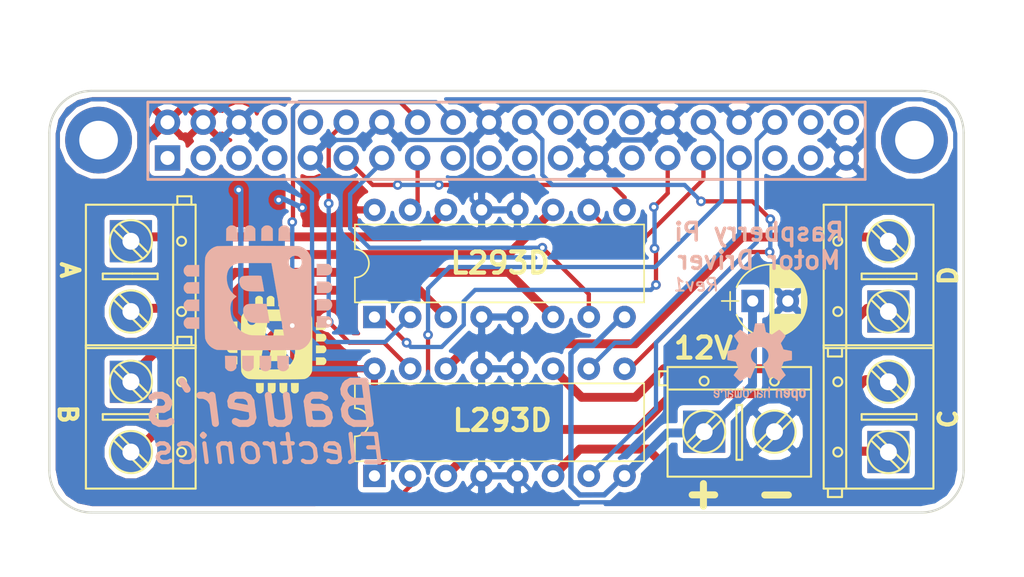
<source format=kicad_pcb>
(kicad_pcb (version 4) (host pcbnew 4.0.7-e1-6374~58~ubuntu14.04.1)

  (general
    (links 43)
    (no_connects 0)
    (area 110.924999 81.624999 176.075001 111.775001)
    (thickness 1.6)
    (drawings 25)
    (tracks 239)
    (zones 0)
    (modules 12)
    (nets 42)
  )

  (page A4)
  (layers
    (0 F.Cu signal)
    (31 B.Cu signal)
    (32 B.Adhes user)
    (33 F.Adhes user)
    (34 B.Paste user)
    (35 F.Paste user)
    (36 B.SilkS user)
    (37 F.SilkS user)
    (38 B.Mask user)
    (39 F.Mask user)
    (40 Dwgs.User user)
    (41 Cmts.User user)
    (42 Eco1.User user)
    (43 Eco2.User user)
    (44 Edge.Cuts user)
    (45 Margin user)
    (46 B.CrtYd user)
    (47 F.CrtYd user)
    (48 B.Fab user)
    (49 F.Fab user)
  )

  (setup
    (last_trace_width 0.1524)
    (user_trace_width 0.1524)
    (user_trace_width 0.1778)
    (user_trace_width 0.2286)
    (user_trace_width 0.254)
    (user_trace_width 0.3048)
    (user_trace_width 0.381)
    (user_trace_width 0.58)
    (user_trace_width 0.6325)
    (trace_clearance 0.1524)
    (zone_clearance 0.375)
    (zone_45_only no)
    (trace_min 0.1524)
    (segment_width 0.2)
    (edge_width 0.15)
    (via_size 0.6858)
    (via_drill 0.3302)
    (via_min_size 0.6858)
    (via_min_drill 0.3302)
    (uvia_size 0.762)
    (uvia_drill 0.508)
    (uvias_allowed no)
    (uvia_min_size 0)
    (uvia_min_drill 0)
    (pcb_text_width 0.3)
    (pcb_text_size 1.5 1.5)
    (mod_edge_width 0.15)
    (mod_text_size 1 1)
    (mod_text_width 0.15)
    (pad_size 1.524 1.524)
    (pad_drill 0.762)
    (pad_to_mask_clearance 0.2)
    (aux_axis_origin 0 0)
    (visible_elements FFFFFF7F)
    (pcbplotparams
      (layerselection 0x00030_80000001)
      (usegerberextensions false)
      (excludeedgelayer true)
      (linewidth 0.100000)
      (plotframeref false)
      (viasonmask false)
      (mode 1)
      (useauxorigin false)
      (hpglpennumber 1)
      (hpglpenspeed 20)
      (hpglpendiameter 15)
      (hpglpenoverlay 2)
      (psnegative false)
      (psa4output false)
      (plotreference true)
      (plotvalue true)
      (plotinvisibletext false)
      (padsonsilk false)
      (subtractmaskfromsilk false)
      (outputformat 1)
      (mirror false)
      (drillshape 1)
      (scaleselection 1)
      (outputdirectory ""))
  )

  (net 0 "")
  (net 1 +12V)
  (net 2 GND)
  (net 3 "Net-(J2-Pad1)")
  (net 4 "Net-(J2-Pad2)")
  (net 5 "Net-(J3-Pad1)")
  (net 6 "Net-(J3-Pad2)")
  (net 7 "Net-(J4-Pad1)")
  (net 8 "Net-(J4-Pad2)")
  (net 9 "Net-(J5-Pad1)")
  (net 10 "Net-(J5-Pad2)")
  (net 11 /M4A)
  (net 12 /M3B)
  (net 13 "Net-(U1-Pad35)")
  (net 14 "Net-(U1-Pad40)")
  (net 15 "Net-(U1-Pad38)")
  (net 16 "Net-(U1-Pad37)")
  (net 17 "Net-(U1-Pad17)")
  (net 18 /M1A)
  (net 19 "Net-(U1-Pad19)")
  (net 20 "Net-(U1-Pad23)")
  (net 21 "Net-(U1-Pad24)")
  (net 22 /M4EN)
  (net 23 "Net-(U1-Pad21)")
  (net 24 /M1EN)
  (net 25 /M3EN)
  (net 26 /M2A)
  (net 27 "Net-(U1-Pad27)")
  (net 28 "Net-(U1-Pad28)")
  (net 29 "Net-(U1-Pad26)")
  (net 30 "Net-(U1-Pad10)")
  (net 31 /M4B)
  (net 32 /M2EN)
  (net 33 /M2B)
  (net 34 /M3A)
  (net 35 /M1B)
  (net 36 "Net-(U1-Pad5)")
  (net 37 "Net-(U1-Pad8)")
  (net 38 "Net-(U1-Pad7)")
  (net 39 "Net-(U1-Pad3)")
  (net 40 +5V)
  (net 41 "Net-(U1-Pad1)")

  (net_class Default "This is the default net class."
    (clearance 0.1524)
    (trace_width 0.1524)
    (via_dia 0.6858)
    (via_drill 0.3302)
    (uvia_dia 0.762)
    (uvia_drill 0.508)
    (add_net +12V)
    (add_net +5V)
    (add_net /M1A)
    (add_net /M1B)
    (add_net /M1EN)
    (add_net /M2A)
    (add_net /M2B)
    (add_net /M2EN)
    (add_net /M3A)
    (add_net /M3B)
    (add_net /M3EN)
    (add_net /M4A)
    (add_net /M4B)
    (add_net /M4EN)
    (add_net GND)
    (add_net "Net-(J2-Pad1)")
    (add_net "Net-(J2-Pad2)")
    (add_net "Net-(J3-Pad1)")
    (add_net "Net-(J3-Pad2)")
    (add_net "Net-(J4-Pad1)")
    (add_net "Net-(J4-Pad2)")
    (add_net "Net-(J5-Pad1)")
    (add_net "Net-(J5-Pad2)")
    (add_net "Net-(U1-Pad1)")
    (add_net "Net-(U1-Pad10)")
    (add_net "Net-(U1-Pad17)")
    (add_net "Net-(U1-Pad19)")
    (add_net "Net-(U1-Pad21)")
    (add_net "Net-(U1-Pad23)")
    (add_net "Net-(U1-Pad24)")
    (add_net "Net-(U1-Pad26)")
    (add_net "Net-(U1-Pad27)")
    (add_net "Net-(U1-Pad28)")
    (add_net "Net-(U1-Pad3)")
    (add_net "Net-(U1-Pad35)")
    (add_net "Net-(U1-Pad37)")
    (add_net "Net-(U1-Pad38)")
    (add_net "Net-(U1-Pad40)")
    (add_net "Net-(U1-Pad5)")
    (add_net "Net-(U1-Pad7)")
    (add_net "Net-(U1-Pad8)")
  )

  (module RaspberryPi_Hat_no_holes (layer F.Cu) (tedit 595D8689) (tstamp 59559B30)
    (at 111.0011 111.7036)
    (path /59546E49)
    (fp_text reference U1 (at 32.3 1.3) (layer F.SilkS) hide
      (effects (font (size 1 1) (thickness 0.15)))
    )
    (fp_text value RaspberryPi_Zero (at 32.5 -31.5) (layer F.Fab) hide
      (effects (font (size 1 1) (thickness 0.15)))
    )
    (fp_line (start 0 -27) (end 0 -3) (layer F.SilkS) (width 0.15))
    (fp_line (start 3 -30) (end 62 -30) (layer F.SilkS) (width 0.15))
    (fp_line (start 65 -3) (end 65 -27) (layer F.SilkS) (width 0.15))
    (fp_line (start 3 0) (end 62 0) (layer F.SilkS) (width 0.15))
    (fp_arc (start 3 -27) (end 0 -27) (angle 90) (layer F.SilkS) (width 0.15))
    (fp_arc (start 62 -27) (end 62 -30) (angle 90) (layer F.SilkS) (width 0.15))
    (fp_arc (start 62 -3) (end 65 -3) (angle 90) (layer F.SilkS) (width 0.15))
    (fp_arc (start 3 -3) (end 3 0) (angle 90) (layer F.SilkS) (width 0.15))
    (pad 33 thru_hole circle (at 49.04 -25.23) (size 1.8 1.8) (drill 1) (layers *.Cu *.Mask)
      (net 11 /M4A))
    (pad 34 thru_hole circle (at 49.04 -27.77) (size 1.8 1.8) (drill 1) (layers *.Cu *.Mask)
      (net 2 GND))
    (pad 36 thru_hole circle (at 51.58 -27.77) (size 1.8 1.8) (drill 1) (layers *.Cu *.Mask)
      (net 12 /M3B))
    (pad 35 thru_hole circle (at 51.58 -25.23) (size 1.8 1.8) (drill 1) (layers *.Cu *.Mask)
      (net 13 "Net-(U1-Pad35)"))
    (pad 39 thru_hole circle (at 56.66 -25.23) (size 1.8 1.8) (drill 1) (layers *.Cu *.Mask)
      (net 2 GND))
    (pad 40 thru_hole circle (at 56.66 -27.77) (size 1.8 1.8) (drill 1) (layers *.Cu *.Mask)
      (net 14 "Net-(U1-Pad40)"))
    (pad 38 thru_hole circle (at 54.12 -27.77) (size 1.8 1.8) (drill 1) (layers *.Cu *.Mask)
      (net 15 "Net-(U1-Pad38)"))
    (pad 37 thru_hole circle (at 54.12 -25.23) (size 1.8 1.8) (drill 1) (layers *.Cu *.Mask)
      (net 16 "Net-(U1-Pad37)"))
    (pad 17 thru_hole circle (at 28.72 -25.23) (size 1.8 1.8) (drill 1) (layers *.Cu *.Mask)
      (net 17 "Net-(U1-Pad17)"))
    (pad 18 thru_hole circle (at 28.72 -27.77) (size 1.8 1.8) (drill 1) (layers *.Cu *.Mask)
      (net 26 /M2A))
    (pad 20 thru_hole circle (at 31.26 -27.77) (size 1.8 1.8) (drill 1) (layers *.Cu *.Mask)
      (net 2 GND))
    (pad 19 thru_hole circle (at 31.26 -25.23) (size 1.8 1.8) (drill 1) (layers *.Cu *.Mask)
      (net 19 "Net-(U1-Pad19)"))
    (pad 23 thru_hole circle (at 36.34 -25.23) (size 1.8 1.8) (drill 1) (layers *.Cu *.Mask)
      (net 20 "Net-(U1-Pad23)"))
    (pad 24 thru_hole circle (at 36.34 -27.77) (size 1.8 1.8) (drill 1) (layers *.Cu *.Mask)
      (net 21 "Net-(U1-Pad24)"))
    (pad 22 thru_hole circle (at 33.8 -27.77) (size 1.8 1.8) (drill 1) (layers *.Cu *.Mask)
      (net 22 /M4EN))
    (pad 21 thru_hole circle (at 33.8 -25.23) (size 1.8 1.8) (drill 1) (layers *.Cu *.Mask)
      (net 23 "Net-(U1-Pad21)"))
    (pad 29 thru_hole circle (at 43.96 -25.23) (size 1.8 1.8) (drill 1) (layers *.Cu *.Mask)
      (net 32 /M2EN))
    (pad 30 thru_hole circle (at 43.96 -27.77) (size 1.8 1.8) (drill 1) (layers *.Cu *.Mask)
      (net 2 GND))
    (pad 32 thru_hole circle (at 46.5 -27.77) (size 1.8 1.8) (drill 1) (layers *.Cu *.Mask)
      (net 25 /M3EN))
    (pad 31 thru_hole circle (at 46.5 -25.23) (size 1.8 1.8) (drill 1) (layers *.Cu *.Mask)
      (net 18 /M1A))
    (pad 27 thru_hole circle (at 41.42 -25.23) (size 1.8 1.8) (drill 1) (layers *.Cu *.Mask)
      (net 27 "Net-(U1-Pad27)"))
    (pad 28 thru_hole circle (at 41.42 -27.77) (size 1.8 1.8) (drill 1) (layers *.Cu *.Mask)
      (net 28 "Net-(U1-Pad28)"))
    (pad 26 thru_hole circle (at 38.88 -27.77) (size 1.8 1.8) (drill 1) (layers *.Cu *.Mask)
      (net 29 "Net-(U1-Pad26)"))
    (pad 25 thru_hole circle (at 38.88 -25.23) (size 1.8 1.8) (drill 1) (layers *.Cu *.Mask)
      (net 2 GND))
    (pad 9 thru_hole circle (at 18.56 -25.23) (size 1.8 1.8) (drill 1) (layers *.Cu *.Mask)
      (net 2 GND))
    (pad 10 thru_hole circle (at 18.56 -27.77) (size 1.8 1.8) (drill 1) (layers *.Cu *.Mask)
      (net 30 "Net-(U1-Pad10)"))
    (pad 12 thru_hole circle (at 21.1 -27.77) (size 1.8 1.8) (drill 1) (layers *.Cu *.Mask)
      (net 31 /M4B))
    (pad 11 thru_hole circle (at 21.1 -25.23) (size 1.8 1.8) (drill 1) (layers *.Cu *.Mask)
      (net 24 /M1EN))
    (pad 15 thru_hole circle (at 26.18 -25.23) (size 1.8 1.8) (drill 1) (layers *.Cu *.Mask)
      (net 35 /M1B))
    (pad 16 thru_hole circle (at 26.18 -27.77) (size 1.8 1.8) (drill 1) (layers *.Cu *.Mask)
      (net 34 /M3A))
    (pad 14 thru_hole circle (at 23.64 -27.77) (size 1.8 1.8) (drill 1) (layers *.Cu *.Mask)
      (net 2 GND))
    (pad 13 thru_hole circle (at 23.64 -25.23) (size 1.8 1.8) (drill 1) (layers *.Cu *.Mask)
      (net 33 /M2B))
    (pad 5 thru_hole circle (at 13.48 -25.23) (size 1.8 1.8) (drill 1) (layers *.Cu *.Mask)
      (net 36 "Net-(U1-Pad5)"))
    (pad 6 thru_hole circle (at 13.48 -27.77) (size 1.8 1.8) (drill 1) (layers *.Cu *.Mask)
      (net 2 GND))
    (pad 8 thru_hole circle (at 16.02 -27.77) (size 1.8 1.8) (drill 1) (layers *.Cu *.Mask)
      (net 37 "Net-(U1-Pad8)"))
    (pad 7 thru_hole circle (at 16.02 -25.23) (size 1.8 1.8) (drill 1) (layers *.Cu *.Mask)
      (net 38 "Net-(U1-Pad7)"))
    (pad 3 thru_hole circle (at 10.94 -25.23) (size 1.8 1.8) (drill 1) (layers *.Cu *.Mask)
      (net 39 "Net-(U1-Pad3)"))
    (pad 4 thru_hole circle (at 10.94 -27.77) (size 1.8 1.8) (drill 1) (layers *.Cu *.Mask)
      (net 40 +5V))
    (pad "" np_thru_hole circle (at 61.5 -26.5) (size 4.75 4.75) (drill 2.75) (layers *.Cu *.Mask))
    (pad "" np_thru_hole circle (at 3.5 -26.5) (size 4.75 4.75) (drill 2.75) (layers *.Cu *.Mask))
    (pad 2 thru_hole circle (at 8.4 -27.77) (size 1.8 1.8) (drill 1) (layers *.Cu *.Mask)
      (net 40 +5V))
    (pad 1 thru_hole rect (at 8.4 -25.23) (size 1.8 1.8) (drill 1) (layers *.Cu *.Mask)
      (net 41 "Net-(U1-Pad1)"))
  )

  (module kre_screw_terminal:KRE_5.0mm_2pins (layer F.Cu) (tedit 595D864E) (tstamp 5959894F)
    (at 155.05 109.05)
    (descr "Bornier d'alimentation 2 pins")
    (tags DEV)
    (path /595473A4)
    (fp_text reference J1 (at 5 -8.5) (layer F.SilkS) hide
      (effects (font (size 1 1) (thickness 0.15)))
    )
    (fp_text value CONN_01X02 (at 5 1) (layer F.Fab) hide
      (effects (font (size 1 1) (thickness 0.15)))
    )
    (fp_line (start -0.1 -7.4) (end -0.7 -7.4) (layer F.SilkS) (width 0.15))
    (fp_line (start -0.7 -7.4) (end -0.7 -6.4) (layer F.SilkS) (width 0.15))
    (fp_line (start -0.7 -6.4) (end -0.1 -6.4) (layer F.SilkS) (width 0.15))
    (fp_line (start 7.7 -2.9) (end 6.7 -1.9) (layer F.SilkS) (width 0.15))
    (fp_line (start 7.7 -2.9) (end 8.7 -3.9) (layer F.SilkS) (width 0.15))
    (fp_line (start 7.3 -3.3) (end 6.3 -2.3) (layer F.SilkS) (width 0.15))
    (fp_line (start 7.3 -3.3) (end 8.3 -4.3) (layer F.SilkS) (width 0.15))
    (fp_line (start 2.7 -2.9) (end 1.7 -1.9) (layer F.SilkS) (width 0.15))
    (fp_line (start 2.7 -2.9) (end 3.7 -3.9) (layer F.SilkS) (width 0.15))
    (fp_line (start 2.3 -3.3) (end 1.3 -2.3) (layer F.SilkS) (width 0.15))
    (fp_line (start 2.3 -3.3) (end 3.3 -4.3) (layer F.SilkS) (width 0.15))
    (fp_circle (center 7.5 -3.1) (end 9 -3.1) (layer F.SilkS) (width 0.15))
    (fp_circle (center 2.5 -3.1) (end 4 -3.1) (layer F.SilkS) (width 0.15))
    (fp_line (start 4.8 -3.2) (end 4.8 -5) (layer F.SilkS) (width 0.15))
    (fp_line (start 4.8 -5) (end 5.2 -5) (layer F.SilkS) (width 0.15))
    (fp_line (start 5.2 -5) (end 5.2 -1.1) (layer F.SilkS) (width 0.15))
    (fp_line (start 5.2 -1.1) (end 4.8 -1.1) (layer F.SilkS) (width 0.15))
    (fp_line (start 4.8 -1.1) (end 4.8 -3.2) (layer F.SilkS) (width 0.15))
    (fp_circle (center 7.5 -6.7) (end 7.8 -6.8) (layer F.SilkS) (width 0.15))
    (fp_circle (center 2.5 -6.7) (end 2.8 -6.8) (layer F.SilkS) (width 0.15))
    (fp_line (start -0.1 -6.1) (end 10.1 -6.1) (layer F.SilkS) (width 0.15))
    (fp_line (start 0 -6.5) (end -0.6 -6.5) (layer F.Fab) (width 0.15))
    (fp_line (start -0.6 -6.5) (end -0.6 -7.3) (layer F.Fab) (width 0.15))
    (fp_line (start -0.6 -7.3) (end 0 -7.3) (layer F.Fab) (width 0.15))
    (fp_line (start 0 -6.2) (end 10 -6.2) (layer F.Fab) (width 0.15))
    (fp_line (start -0.1 0) (end -0.1 -7.7) (layer F.SilkS) (width 0.15))
    (fp_line (start -0.1 -7.7) (end 10.1 -7.7) (layer F.SilkS) (width 0.15))
    (fp_line (start 10.1 -7.7) (end 10.1 0.1) (layer F.SilkS) (width 0.15))
    (fp_line (start 10.1 0.1) (end -0.1 0.1) (layer F.SilkS) (width 0.15))
    (fp_line (start -0.1 0.1) (end -0.1 0) (layer F.SilkS) (width 0.15))
    (fp_line (start 0 0) (end 10 0) (layer F.Fab) (width 0.15))
    (fp_line (start 10 0) (end 10 -7.6) (layer F.Fab) (width 0.15))
    (fp_line (start 10 -7.6) (end 0 -7.6) (layer F.Fab) (width 0.15))
    (fp_line (start 0 -7.6) (end 0 0) (layer F.Fab) (width 0.15))
    (pad 1 thru_hole rect (at 2.5 -3.1) (size 3 3) (drill 1.2) (layers *.Cu *.Mask)
      (net 1 +12V))
    (pad 2 thru_hole circle (at 7.5 -3.1) (size 3 3) (drill 1.2) (layers *.Cu *.Mask)
      (net 2 GND))
    (model Connectors.3dshapes/bornier2.wrl
      (at (xyz 0 0 0))
      (scale (xyz 1 1 1))
      (rotate (xyz 0 0 0))
    )
  )

  (module kre_screw_terminal:KRE_5.0mm_2pins (layer F.Cu) (tedit 595D863E) (tstamp 5959823D)
    (at 173.75 109.9 90)
    (descr "Bornier d'alimentation 2 pins")
    (tags DEV)
    (path /5954714B)
    (fp_text reference J2 (at 5 -8.5 90) (layer F.SilkS) hide
      (effects (font (size 1 1) (thickness 0.15)))
    )
    (fp_text value CONN_01X02 (at 5 1 90) (layer F.Fab) hide
      (effects (font (size 1 1) (thickness 0.15)))
    )
    (fp_line (start -0.1 -7.4) (end -0.7 -7.4) (layer F.SilkS) (width 0.15))
    (fp_line (start -0.7 -7.4) (end -0.7 -6.4) (layer F.SilkS) (width 0.15))
    (fp_line (start -0.7 -6.4) (end -0.1 -6.4) (layer F.SilkS) (width 0.15))
    (fp_line (start 7.7 -2.9) (end 6.7 -1.9) (layer F.SilkS) (width 0.15))
    (fp_line (start 7.7 -2.9) (end 8.7 -3.9) (layer F.SilkS) (width 0.15))
    (fp_line (start 7.3 -3.3) (end 6.3 -2.3) (layer F.SilkS) (width 0.15))
    (fp_line (start 7.3 -3.3) (end 8.3 -4.3) (layer F.SilkS) (width 0.15))
    (fp_line (start 2.7 -2.9) (end 1.7 -1.9) (layer F.SilkS) (width 0.15))
    (fp_line (start 2.7 -2.9) (end 3.7 -3.9) (layer F.SilkS) (width 0.15))
    (fp_line (start 2.3 -3.3) (end 1.3 -2.3) (layer F.SilkS) (width 0.15))
    (fp_line (start 2.3 -3.3) (end 3.3 -4.3) (layer F.SilkS) (width 0.15))
    (fp_circle (center 7.5 -3.1) (end 9 -3.1) (layer F.SilkS) (width 0.15))
    (fp_circle (center 2.5 -3.1) (end 4 -3.1) (layer F.SilkS) (width 0.15))
    (fp_line (start 4.8 -3.2) (end 4.8 -5) (layer F.SilkS) (width 0.15))
    (fp_line (start 4.8 -5) (end 5.2 -5) (layer F.SilkS) (width 0.15))
    (fp_line (start 5.2 -5) (end 5.2 -1.1) (layer F.SilkS) (width 0.15))
    (fp_line (start 5.2 -1.1) (end 4.8 -1.1) (layer F.SilkS) (width 0.15))
    (fp_line (start 4.8 -1.1) (end 4.8 -3.2) (layer F.SilkS) (width 0.15))
    (fp_circle (center 7.5 -6.7) (end 7.8 -6.8) (layer F.SilkS) (width 0.15))
    (fp_circle (center 2.5 -6.7) (end 2.8 -6.8) (layer F.SilkS) (width 0.15))
    (fp_line (start -0.1 -6.1) (end 10.1 -6.1) (layer F.SilkS) (width 0.15))
    (fp_line (start 0 -6.5) (end -0.6 -6.5) (layer F.Fab) (width 0.15))
    (fp_line (start -0.6 -6.5) (end -0.6 -7.3) (layer F.Fab) (width 0.15))
    (fp_line (start -0.6 -7.3) (end 0 -7.3) (layer F.Fab) (width 0.15))
    (fp_line (start 0 -6.2) (end 10 -6.2) (layer F.Fab) (width 0.15))
    (fp_line (start -0.1 0) (end -0.1 -7.7) (layer F.SilkS) (width 0.15))
    (fp_line (start -0.1 -7.7) (end 10.1 -7.7) (layer F.SilkS) (width 0.15))
    (fp_line (start 10.1 -7.7) (end 10.1 0.1) (layer F.SilkS) (width 0.15))
    (fp_line (start 10.1 0.1) (end -0.1 0.1) (layer F.SilkS) (width 0.15))
    (fp_line (start -0.1 0.1) (end -0.1 0) (layer F.SilkS) (width 0.15))
    (fp_line (start 0 0) (end 10 0) (layer F.Fab) (width 0.15))
    (fp_line (start 10 0) (end 10 -7.6) (layer F.Fab) (width 0.15))
    (fp_line (start 10 -7.6) (end 0 -7.6) (layer F.Fab) (width 0.15))
    (fp_line (start 0 -7.6) (end 0 0) (layer F.Fab) (width 0.15))
    (pad 1 thru_hole rect (at 2.5 -3.1 90) (size 3 3) (drill 1.2) (layers *.Cu *.Mask)
      (net 3 "Net-(J2-Pad1)"))
    (pad 2 thru_hole circle (at 7.5 -3.1 90) (size 3 3) (drill 1.2) (layers *.Cu *.Mask)
      (net 4 "Net-(J2-Pad2)"))
    (model Connectors.3dshapes/bornier2.wrl
      (at (xyz 0 0 0))
      (scale (xyz 1 1 1))
      (rotate (xyz 0 0 0))
    )
  )

  (module kre_screw_terminal:KRE_5.0mm_2pins (layer F.Cu) (tedit 595D8638) (tstamp 59598264)
    (at 173.75 99.9 90)
    (descr "Bornier d'alimentation 2 pins")
    (tags DEV)
    (path /59547234)
    (fp_text reference J3 (at 5 -8.5 90) (layer F.SilkS) hide
      (effects (font (size 1 1) (thickness 0.15)))
    )
    (fp_text value CONN_01X02 (at 5 1 90) (layer F.Fab) hide
      (effects (font (size 1 1) (thickness 0.15)))
    )
    (fp_line (start -0.1 -7.4) (end -0.7 -7.4) (layer F.SilkS) (width 0.15))
    (fp_line (start -0.7 -7.4) (end -0.7 -6.4) (layer F.SilkS) (width 0.15))
    (fp_line (start -0.7 -6.4) (end -0.1 -6.4) (layer F.SilkS) (width 0.15))
    (fp_line (start 7.7 -2.9) (end 6.7 -1.9) (layer F.SilkS) (width 0.15))
    (fp_line (start 7.7 -2.9) (end 8.7 -3.9) (layer F.SilkS) (width 0.15))
    (fp_line (start 7.3 -3.3) (end 6.3 -2.3) (layer F.SilkS) (width 0.15))
    (fp_line (start 7.3 -3.3) (end 8.3 -4.3) (layer F.SilkS) (width 0.15))
    (fp_line (start 2.7 -2.9) (end 1.7 -1.9) (layer F.SilkS) (width 0.15))
    (fp_line (start 2.7 -2.9) (end 3.7 -3.9) (layer F.SilkS) (width 0.15))
    (fp_line (start 2.3 -3.3) (end 1.3 -2.3) (layer F.SilkS) (width 0.15))
    (fp_line (start 2.3 -3.3) (end 3.3 -4.3) (layer F.SilkS) (width 0.15))
    (fp_circle (center 7.5 -3.1) (end 9 -3.1) (layer F.SilkS) (width 0.15))
    (fp_circle (center 2.5 -3.1) (end 4 -3.1) (layer F.SilkS) (width 0.15))
    (fp_line (start 4.8 -3.2) (end 4.8 -5) (layer F.SilkS) (width 0.15))
    (fp_line (start 4.8 -5) (end 5.2 -5) (layer F.SilkS) (width 0.15))
    (fp_line (start 5.2 -5) (end 5.2 -1.1) (layer F.SilkS) (width 0.15))
    (fp_line (start 5.2 -1.1) (end 4.8 -1.1) (layer F.SilkS) (width 0.15))
    (fp_line (start 4.8 -1.1) (end 4.8 -3.2) (layer F.SilkS) (width 0.15))
    (fp_circle (center 7.5 -6.7) (end 7.8 -6.8) (layer F.SilkS) (width 0.15))
    (fp_circle (center 2.5 -6.7) (end 2.8 -6.8) (layer F.SilkS) (width 0.15))
    (fp_line (start -0.1 -6.1) (end 10.1 -6.1) (layer F.SilkS) (width 0.15))
    (fp_line (start 0 -6.5) (end -0.6 -6.5) (layer F.Fab) (width 0.15))
    (fp_line (start -0.6 -6.5) (end -0.6 -7.3) (layer F.Fab) (width 0.15))
    (fp_line (start -0.6 -7.3) (end 0 -7.3) (layer F.Fab) (width 0.15))
    (fp_line (start 0 -6.2) (end 10 -6.2) (layer F.Fab) (width 0.15))
    (fp_line (start -0.1 0) (end -0.1 -7.7) (layer F.SilkS) (width 0.15))
    (fp_line (start -0.1 -7.7) (end 10.1 -7.7) (layer F.SilkS) (width 0.15))
    (fp_line (start 10.1 -7.7) (end 10.1 0.1) (layer F.SilkS) (width 0.15))
    (fp_line (start 10.1 0.1) (end -0.1 0.1) (layer F.SilkS) (width 0.15))
    (fp_line (start -0.1 0.1) (end -0.1 0) (layer F.SilkS) (width 0.15))
    (fp_line (start 0 0) (end 10 0) (layer F.Fab) (width 0.15))
    (fp_line (start 10 0) (end 10 -7.6) (layer F.Fab) (width 0.15))
    (fp_line (start 10 -7.6) (end 0 -7.6) (layer F.Fab) (width 0.15))
    (fp_line (start 0 -7.6) (end 0 0) (layer F.Fab) (width 0.15))
    (pad 1 thru_hole rect (at 2.5 -3.1 90) (size 3 3) (drill 1.2) (layers *.Cu *.Mask)
      (net 5 "Net-(J3-Pad1)"))
    (pad 2 thru_hole circle (at 7.5 -3.1 90) (size 3 3) (drill 1.2) (layers *.Cu *.Mask)
      (net 6 "Net-(J3-Pad2)"))
    (model Connectors.3dshapes/bornier2.wrl
      (at (xyz 0 0 0))
      (scale (xyz 1 1 1))
      (rotate (xyz 0 0 0))
    )
  )

  (module KRE_5.0mm_2pins (layer F.Cu) (tedit 595D8620) (tstamp 595982B2)
    (at 113.7 89.9 270)
    (descr "Bornier d'alimentation 2 pins")
    (tags DEV)
    (path /5954734D)
    (fp_text reference J5 (at 5 -8.5 270) (layer F.SilkS) hide
      (effects (font (size 1 1) (thickness 0.15)))
    )
    (fp_text value CONN_01X02 (at 5 1 270) (layer F.Fab) hide
      (effects (font (size 1 1) (thickness 0.15)))
    )
    (fp_line (start -0.1 -7.4) (end -0.7 -7.4) (layer F.SilkS) (width 0.15))
    (fp_line (start -0.7 -7.4) (end -0.7 -6.4) (layer F.SilkS) (width 0.15))
    (fp_line (start -0.7 -6.4) (end -0.1 -6.4) (layer F.SilkS) (width 0.15))
    (fp_line (start 7.7 -2.9) (end 6.7 -1.9) (layer F.SilkS) (width 0.15))
    (fp_line (start 7.7 -2.9) (end 8.7 -3.9) (layer F.SilkS) (width 0.15))
    (fp_line (start 7.3 -3.3) (end 6.3 -2.3) (layer F.SilkS) (width 0.15))
    (fp_line (start 7.3 -3.3) (end 8.3 -4.3) (layer F.SilkS) (width 0.15))
    (fp_line (start 2.7 -2.9) (end 1.7 -1.9) (layer F.SilkS) (width 0.15))
    (fp_line (start 2.7 -2.9) (end 3.7 -3.9) (layer F.SilkS) (width 0.15))
    (fp_line (start 2.3 -3.3) (end 1.3 -2.3) (layer F.SilkS) (width 0.15))
    (fp_line (start 2.3 -3.3) (end 3.3 -4.3) (layer F.SilkS) (width 0.15))
    (fp_circle (center 7.5 -3.1) (end 9 -3.1) (layer F.SilkS) (width 0.15))
    (fp_circle (center 2.5 -3.1) (end 4 -3.1) (layer F.SilkS) (width 0.15))
    (fp_line (start 4.8 -3.2) (end 4.8 -5) (layer F.SilkS) (width 0.15))
    (fp_line (start 4.8 -5) (end 5.2 -5) (layer F.SilkS) (width 0.15))
    (fp_line (start 5.2 -5) (end 5.2 -1.1) (layer F.SilkS) (width 0.15))
    (fp_line (start 5.2 -1.1) (end 4.8 -1.1) (layer F.SilkS) (width 0.15))
    (fp_line (start 4.8 -1.1) (end 4.8 -3.2) (layer F.SilkS) (width 0.15))
    (fp_circle (center 7.5 -6.7) (end 7.8 -6.8) (layer F.SilkS) (width 0.15))
    (fp_circle (center 2.5 -6.7) (end 2.8 -6.8) (layer F.SilkS) (width 0.15))
    (fp_line (start -0.1 -6.1) (end 10.1 -6.1) (layer F.SilkS) (width 0.15))
    (fp_line (start 0 -6.5) (end -0.6 -6.5) (layer F.Fab) (width 0.15))
    (fp_line (start -0.6 -6.5) (end -0.6 -7.3) (layer F.Fab) (width 0.15))
    (fp_line (start -0.6 -7.3) (end 0 -7.3) (layer F.Fab) (width 0.15))
    (fp_line (start 0 -6.2) (end 10 -6.2) (layer F.Fab) (width 0.15))
    (fp_line (start -0.1 0) (end -0.1 -7.7) (layer F.SilkS) (width 0.15))
    (fp_line (start -0.1 -7.7) (end 10.1 -7.7) (layer F.SilkS) (width 0.15))
    (fp_line (start 10.1 -7.7) (end 10.1 0.1) (layer F.SilkS) (width 0.15))
    (fp_line (start 10.1 0.1) (end -0.1 0.1) (layer F.SilkS) (width 0.15))
    (fp_line (start -0.1 0.1) (end -0.1 0) (layer F.SilkS) (width 0.15))
    (fp_line (start 0 0) (end 10 0) (layer F.Fab) (width 0.15))
    (fp_line (start 10 0) (end 10 -7.6) (layer F.Fab) (width 0.15))
    (fp_line (start 10 -7.6) (end 0 -7.6) (layer F.Fab) (width 0.15))
    (fp_line (start 0 -7.6) (end 0 0) (layer F.Fab) (width 0.15))
    (pad 1 thru_hole rect (at 2.5 -3.1 270) (size 3 3) (drill 1.2) (layers *.Cu *.Mask)
      (net 9 "Net-(J5-Pad1)"))
    (pad 2 thru_hole circle (at 7.5 -3.1 270) (size 3 3) (drill 1.2) (layers *.Cu *.Mask)
      (net 10 "Net-(J5-Pad2)"))
    (model Connectors.3dshapes/bornier2.wrl
      (at (xyz 0 0 0))
      (scale (xyz 1 1 1))
      (rotate (xyz 0 0 0))
    )
  )

  (module kre_screw_terminal:KRE_5.0mm_2pins (layer F.Cu) (tedit 595D8617) (tstamp 5959828B)
    (at 113.7 99.9 270)
    (descr "Bornier d'alimentation 2 pins")
    (tags DEV)
    (path /59547283)
    (fp_text reference J4 (at 5 -8.5 270) (layer F.SilkS) hide
      (effects (font (size 1 1) (thickness 0.15)))
    )
    (fp_text value CONN_01X02 (at 5 1 270) (layer F.Fab) hide
      (effects (font (size 1 1) (thickness 0.15)))
    )
    (fp_line (start -0.1 -7.4) (end -0.7 -7.4) (layer F.SilkS) (width 0.15))
    (fp_line (start -0.7 -7.4) (end -0.7 -6.4) (layer F.SilkS) (width 0.15))
    (fp_line (start -0.7 -6.4) (end -0.1 -6.4) (layer F.SilkS) (width 0.15))
    (fp_line (start 7.7 -2.9) (end 6.7 -1.9) (layer F.SilkS) (width 0.15))
    (fp_line (start 7.7 -2.9) (end 8.7 -3.9) (layer F.SilkS) (width 0.15))
    (fp_line (start 7.3 -3.3) (end 6.3 -2.3) (layer F.SilkS) (width 0.15))
    (fp_line (start 7.3 -3.3) (end 8.3 -4.3) (layer F.SilkS) (width 0.15))
    (fp_line (start 2.7 -2.9) (end 1.7 -1.9) (layer F.SilkS) (width 0.15))
    (fp_line (start 2.7 -2.9) (end 3.7 -3.9) (layer F.SilkS) (width 0.15))
    (fp_line (start 2.3 -3.3) (end 1.3 -2.3) (layer F.SilkS) (width 0.15))
    (fp_line (start 2.3 -3.3) (end 3.3 -4.3) (layer F.SilkS) (width 0.15))
    (fp_circle (center 7.5 -3.1) (end 9 -3.1) (layer F.SilkS) (width 0.15))
    (fp_circle (center 2.5 -3.1) (end 4 -3.1) (layer F.SilkS) (width 0.15))
    (fp_line (start 4.8 -3.2) (end 4.8 -5) (layer F.SilkS) (width 0.15))
    (fp_line (start 4.8 -5) (end 5.2 -5) (layer F.SilkS) (width 0.15))
    (fp_line (start 5.2 -5) (end 5.2 -1.1) (layer F.SilkS) (width 0.15))
    (fp_line (start 5.2 -1.1) (end 4.8 -1.1) (layer F.SilkS) (width 0.15))
    (fp_line (start 4.8 -1.1) (end 4.8 -3.2) (layer F.SilkS) (width 0.15))
    (fp_circle (center 7.5 -6.7) (end 7.8 -6.8) (layer F.SilkS) (width 0.15))
    (fp_circle (center 2.5 -6.7) (end 2.8 -6.8) (layer F.SilkS) (width 0.15))
    (fp_line (start -0.1 -6.1) (end 10.1 -6.1) (layer F.SilkS) (width 0.15))
    (fp_line (start 0 -6.5) (end -0.6 -6.5) (layer F.Fab) (width 0.15))
    (fp_line (start -0.6 -6.5) (end -0.6 -7.3) (layer F.Fab) (width 0.15))
    (fp_line (start -0.6 -7.3) (end 0 -7.3) (layer F.Fab) (width 0.15))
    (fp_line (start 0 -6.2) (end 10 -6.2) (layer F.Fab) (width 0.15))
    (fp_line (start -0.1 0) (end -0.1 -7.7) (layer F.SilkS) (width 0.15))
    (fp_line (start -0.1 -7.7) (end 10.1 -7.7) (layer F.SilkS) (width 0.15))
    (fp_line (start 10.1 -7.7) (end 10.1 0.1) (layer F.SilkS) (width 0.15))
    (fp_line (start 10.1 0.1) (end -0.1 0.1) (layer F.SilkS) (width 0.15))
    (fp_line (start -0.1 0.1) (end -0.1 0) (layer F.SilkS) (width 0.15))
    (fp_line (start 0 0) (end 10 0) (layer F.Fab) (width 0.15))
    (fp_line (start 10 0) (end 10 -7.6) (layer F.Fab) (width 0.15))
    (fp_line (start 10 -7.6) (end 0 -7.6) (layer F.Fab) (width 0.15))
    (fp_line (start 0 -7.6) (end 0 0) (layer F.Fab) (width 0.15))
    (pad 1 thru_hole rect (at 2.5 -3.1 270) (size 3 3) (drill 1.2) (layers *.Cu *.Mask)
      (net 7 "Net-(J4-Pad1)"))
    (pad 2 thru_hole circle (at 7.5 -3.1 270) (size 3 3) (drill 1.2) (layers *.Cu *.Mask)
      (net 8 "Net-(J4-Pad2)"))
    (model Connectors.3dshapes/bornier2.wrl
      (at (xyz 0 0 0))
      (scale (xyz 1 1 1))
      (rotate (xyz 0 0 0))
    )
  )

  (module Housings_DIP:DIP-16_W7.62mm (layer F.Cu) (tedit 595D86AD) (tstamp 59547A86)
    (at 134.112 97.79 90)
    (descr "16-lead dip package, row spacing 7.62 mm (300 mils)")
    (tags "DIL DIP PDIP 2.54mm 7.62mm 300mil")
    (path /5954700F)
    (fp_text reference U2 (at 3.81 -2.39 90) (layer F.SilkS) hide
      (effects (font (size 1 1) (thickness 0.15)))
    )
    (fp_text value L293D (at 3.84 -2.312 90) (layer F.Fab)
      (effects (font (size 1 1) (thickness 0.15)))
    )
    (fp_text user %R (at 3.81 8.89 90) (layer F.Fab)
      (effects (font (size 1 1) (thickness 0.15)))
    )
    (fp_line (start 1.635 -1.27) (end 6.985 -1.27) (layer F.Fab) (width 0.1))
    (fp_line (start 6.985 -1.27) (end 6.985 19.05) (layer F.Fab) (width 0.1))
    (fp_line (start 6.985 19.05) (end 0.635 19.05) (layer F.Fab) (width 0.1))
    (fp_line (start 0.635 19.05) (end 0.635 -0.27) (layer F.Fab) (width 0.1))
    (fp_line (start 0.635 -0.27) (end 1.635 -1.27) (layer F.Fab) (width 0.1))
    (fp_line (start 2.81 -1.39) (end 1.04 -1.39) (layer F.SilkS) (width 0.12))
    (fp_line (start 1.04 -1.39) (end 1.04 19.17) (layer F.SilkS) (width 0.12))
    (fp_line (start 1.04 19.17) (end 6.58 19.17) (layer F.SilkS) (width 0.12))
    (fp_line (start 6.58 19.17) (end 6.58 -1.39) (layer F.SilkS) (width 0.12))
    (fp_line (start 6.58 -1.39) (end 4.81 -1.39) (layer F.SilkS) (width 0.12))
    (fp_line (start -1.1 -1.6) (end -1.1 19.3) (layer F.CrtYd) (width 0.05))
    (fp_line (start -1.1 19.3) (end 8.7 19.3) (layer F.CrtYd) (width 0.05))
    (fp_line (start 8.7 19.3) (end 8.7 -1.6) (layer F.CrtYd) (width 0.05))
    (fp_line (start 8.7 -1.6) (end -1.1 -1.6) (layer F.CrtYd) (width 0.05))
    (fp_arc (start 3.81 -1.39) (end 2.81 -1.39) (angle -180) (layer F.SilkS) (width 0.12))
    (pad 1 thru_hole rect (at 0 0 90) (size 1.6 1.6) (drill 0.8) (layers *.Cu *.Mask)
      (net 32 /M2EN))
    (pad 9 thru_hole oval (at 7.62 17.78 90) (size 1.6 1.6) (drill 0.8) (layers *.Cu *.Mask)
      (net 24 /M1EN))
    (pad 2 thru_hole oval (at 0 2.54 90) (size 1.6 1.6) (drill 0.8) (layers *.Cu *.Mask)
      (net 26 /M2A))
    (pad 10 thru_hole oval (at 7.62 15.24 90) (size 1.6 1.6) (drill 0.8) (layers *.Cu *.Mask)
      (net 18 /M1A))
    (pad 3 thru_hole oval (at 0 5.08 90) (size 1.6 1.6) (drill 0.8) (layers *.Cu *.Mask)
      (net 8 "Net-(J4-Pad2)"))
    (pad 11 thru_hole oval (at 7.62 12.7 90) (size 1.6 1.6) (drill 0.8) (layers *.Cu *.Mask)
      (net 10 "Net-(J5-Pad2)"))
    (pad 4 thru_hole oval (at 0 7.62 90) (size 1.6 1.6) (drill 0.8) (layers *.Cu *.Mask)
      (net 2 GND))
    (pad 12 thru_hole oval (at 7.62 10.16 90) (size 1.6 1.6) (drill 0.8) (layers *.Cu *.Mask)
      (net 2 GND))
    (pad 5 thru_hole oval (at 0 10.16 90) (size 1.6 1.6) (drill 0.8) (layers *.Cu *.Mask)
      (net 2 GND))
    (pad 13 thru_hole oval (at 7.62 7.62 90) (size 1.6 1.6) (drill 0.8) (layers *.Cu *.Mask)
      (net 2 GND))
    (pad 6 thru_hole oval (at 0 12.7 90) (size 1.6 1.6) (drill 0.8) (layers *.Cu *.Mask)
      (net 7 "Net-(J4-Pad1)"))
    (pad 14 thru_hole oval (at 7.62 5.08 90) (size 1.6 1.6) (drill 0.8) (layers *.Cu *.Mask)
      (net 9 "Net-(J5-Pad1)"))
    (pad 7 thru_hole oval (at 0 15.24 90) (size 1.6 1.6) (drill 0.8) (layers *.Cu *.Mask)
      (net 33 /M2B))
    (pad 15 thru_hole oval (at 7.62 2.54 90) (size 1.6 1.6) (drill 0.8) (layers *.Cu *.Mask)
      (net 35 /M1B))
    (pad 8 thru_hole oval (at 0 17.78 90) (size 1.6 1.6) (drill 0.8) (layers *.Cu *.Mask)
      (net 1 +12V))
    (pad 16 thru_hole oval (at 7.62 0 90) (size 1.6 1.6) (drill 0.8) (layers *.Cu *.Mask)
      (net 40 +5V))
    (model ${KISYS3DMOD}/Housings_DIP.3dshapes/DIP-16_W7.62mm.wrl
      (at (xyz 0 0 0))
      (scale (xyz 1 1 1))
      (rotate (xyz 0 0 0))
    )
  )

  (module Housings_DIP:DIP-16_W7.62mm (layer F.Cu) (tedit 595D86A6) (tstamp 59547A9A)
    (at 134.112 109.093 90)
    (descr "16-lead dip package, row spacing 7.62 mm (300 mils)")
    (tags "DIL DIP PDIP 2.54mm 7.62mm 300mil")
    (path /595470BC)
    (fp_text reference U3 (at 3.81 -2.39 90) (layer F.SilkS) hide
      (effects (font (size 1 1) (thickness 0.15)))
    )
    (fp_text value L293D (at 3.693 -2.262 90) (layer F.Fab)
      (effects (font (size 1 1) (thickness 0.15)))
    )
    (fp_text user %R (at 3.81 8.89 90) (layer F.Fab)
      (effects (font (size 1 1) (thickness 0.15)))
    )
    (fp_line (start 1.635 -1.27) (end 6.985 -1.27) (layer F.Fab) (width 0.1))
    (fp_line (start 6.985 -1.27) (end 6.985 19.05) (layer F.Fab) (width 0.1))
    (fp_line (start 6.985 19.05) (end 0.635 19.05) (layer F.Fab) (width 0.1))
    (fp_line (start 0.635 19.05) (end 0.635 -0.27) (layer F.Fab) (width 0.1))
    (fp_line (start 0.635 -0.27) (end 1.635 -1.27) (layer F.Fab) (width 0.1))
    (fp_line (start 2.81 -1.39) (end 1.04 -1.39) (layer F.SilkS) (width 0.12))
    (fp_line (start 1.04 -1.39) (end 1.04 19.17) (layer F.SilkS) (width 0.12))
    (fp_line (start 1.04 19.17) (end 6.58 19.17) (layer F.SilkS) (width 0.12))
    (fp_line (start 6.58 19.17) (end 6.58 -1.39) (layer F.SilkS) (width 0.12))
    (fp_line (start 6.58 -1.39) (end 4.81 -1.39) (layer F.SilkS) (width 0.12))
    (fp_line (start -1.1 -1.6) (end -1.1 19.3) (layer F.CrtYd) (width 0.05))
    (fp_line (start -1.1 19.3) (end 8.7 19.3) (layer F.CrtYd) (width 0.05))
    (fp_line (start 8.7 19.3) (end 8.7 -1.6) (layer F.CrtYd) (width 0.05))
    (fp_line (start 8.7 -1.6) (end -1.1 -1.6) (layer F.CrtYd) (width 0.05))
    (fp_arc (start 3.81 -1.39) (end 2.81 -1.39) (angle -180) (layer F.SilkS) (width 0.12))
    (pad 1 thru_hole rect (at 0 0 90) (size 1.6 1.6) (drill 0.8) (layers *.Cu *.Mask)
      (net 25 /M3EN))
    (pad 9 thru_hole oval (at 7.62 17.78 90) (size 1.6 1.6) (drill 0.8) (layers *.Cu *.Mask)
      (net 22 /M4EN))
    (pad 2 thru_hole oval (at 0 2.54 90) (size 1.6 1.6) (drill 0.8) (layers *.Cu *.Mask)
      (net 34 /M3A))
    (pad 10 thru_hole oval (at 7.62 15.24 90) (size 1.6 1.6) (drill 0.8) (layers *.Cu *.Mask)
      (net 11 /M4A))
    (pad 3 thru_hole oval (at 0 5.08 90) (size 1.6 1.6) (drill 0.8) (layers *.Cu *.Mask)
      (net 4 "Net-(J2-Pad2)"))
    (pad 11 thru_hole oval (at 7.62 12.7 90) (size 1.6 1.6) (drill 0.8) (layers *.Cu *.Mask)
      (net 5 "Net-(J3-Pad1)"))
    (pad 4 thru_hole oval (at 0 7.62 90) (size 1.6 1.6) (drill 0.8) (layers *.Cu *.Mask)
      (net 2 GND))
    (pad 12 thru_hole oval (at 7.62 10.16 90) (size 1.6 1.6) (drill 0.8) (layers *.Cu *.Mask)
      (net 2 GND))
    (pad 5 thru_hole oval (at 0 10.16 90) (size 1.6 1.6) (drill 0.8) (layers *.Cu *.Mask)
      (net 2 GND))
    (pad 13 thru_hole oval (at 7.62 7.62 90) (size 1.6 1.6) (drill 0.8) (layers *.Cu *.Mask)
      (net 2 GND))
    (pad 6 thru_hole oval (at 0 12.7 90) (size 1.6 1.6) (drill 0.8) (layers *.Cu *.Mask)
      (net 3 "Net-(J2-Pad1)"))
    (pad 14 thru_hole oval (at 7.62 5.08 90) (size 1.6 1.6) (drill 0.8) (layers *.Cu *.Mask)
      (net 6 "Net-(J3-Pad2)"))
    (pad 7 thru_hole oval (at 0 15.24 90) (size 1.6 1.6) (drill 0.8) (layers *.Cu *.Mask)
      (net 12 /M3B))
    (pad 15 thru_hole oval (at 7.62 2.54 90) (size 1.6 1.6) (drill 0.8) (layers *.Cu *.Mask)
      (net 31 /M4B))
    (pad 8 thru_hole oval (at 0 17.78 90) (size 1.6 1.6) (drill 0.8) (layers *.Cu *.Mask)
      (net 1 +12V))
    (pad 16 thru_hole oval (at 7.62 0 90) (size 1.6 1.6) (drill 0.8) (layers *.Cu *.Mask)
      (net 40 +5V))
    (model ${KISYS3DMOD}/Housings_DIP.3dshapes/DIP-16_W7.62mm.wrl
      (at (xyz 0 0 0))
      (scale (xyz 1 1 1))
      (rotate (xyz 0 0 0))
    )
  )

  (module Capacitors_ThroughHole:CP_Radial_D5.0mm_P2.50mm (layer F.Cu) (tedit 595D8675) (tstamp 595D6D33)
    (at 161 96.65)
    (descr "CP, Radial series, Radial, pin pitch=2.50mm, , diameter=5mm, Electrolytic Capacitor")
    (tags "CP Radial series Radial pin pitch 2.50mm  diameter 5mm Electrolytic Capacitor")
    (path /59547414)
    (fp_text reference C1 (at 1.25 -3.56) (layer F.SilkS) hide
      (effects (font (size 1 1) (thickness 0.15)))
    )
    (fp_text value CP (at 1.25 3.56) (layer F.Fab) hide
      (effects (font (size 1 1) (thickness 0.15)))
    )
    (fp_text user %R (at 0.775 0) (layer F.Fab)
      (effects (font (size 1 1) (thickness 0.15)))
    )
    (fp_line (start -2.2 0) (end -1 0) (layer F.Fab) (width 0.1))
    (fp_line (start -1.6 -0.65) (end -1.6 0.65) (layer F.Fab) (width 0.1))
    (fp_line (start 1.25 -2.55) (end 1.25 2.55) (layer F.SilkS) (width 0.12))
    (fp_line (start 1.29 -2.55) (end 1.29 2.55) (layer F.SilkS) (width 0.12))
    (fp_line (start 1.33 -2.549) (end 1.33 2.549) (layer F.SilkS) (width 0.12))
    (fp_line (start 1.37 -2.548) (end 1.37 2.548) (layer F.SilkS) (width 0.12))
    (fp_line (start 1.41 -2.546) (end 1.41 2.546) (layer F.SilkS) (width 0.12))
    (fp_line (start 1.45 -2.543) (end 1.45 2.543) (layer F.SilkS) (width 0.12))
    (fp_line (start 1.49 -2.539) (end 1.49 2.539) (layer F.SilkS) (width 0.12))
    (fp_line (start 1.53 -2.535) (end 1.53 -0.98) (layer F.SilkS) (width 0.12))
    (fp_line (start 1.53 0.98) (end 1.53 2.535) (layer F.SilkS) (width 0.12))
    (fp_line (start 1.57 -2.531) (end 1.57 -0.98) (layer F.SilkS) (width 0.12))
    (fp_line (start 1.57 0.98) (end 1.57 2.531) (layer F.SilkS) (width 0.12))
    (fp_line (start 1.61 -2.525) (end 1.61 -0.98) (layer F.SilkS) (width 0.12))
    (fp_line (start 1.61 0.98) (end 1.61 2.525) (layer F.SilkS) (width 0.12))
    (fp_line (start 1.65 -2.519) (end 1.65 -0.98) (layer F.SilkS) (width 0.12))
    (fp_line (start 1.65 0.98) (end 1.65 2.519) (layer F.SilkS) (width 0.12))
    (fp_line (start 1.69 -2.513) (end 1.69 -0.98) (layer F.SilkS) (width 0.12))
    (fp_line (start 1.69 0.98) (end 1.69 2.513) (layer F.SilkS) (width 0.12))
    (fp_line (start 1.73 -2.506) (end 1.73 -0.98) (layer F.SilkS) (width 0.12))
    (fp_line (start 1.73 0.98) (end 1.73 2.506) (layer F.SilkS) (width 0.12))
    (fp_line (start 1.77 -2.498) (end 1.77 -0.98) (layer F.SilkS) (width 0.12))
    (fp_line (start 1.77 0.98) (end 1.77 2.498) (layer F.SilkS) (width 0.12))
    (fp_line (start 1.81 -2.489) (end 1.81 -0.98) (layer F.SilkS) (width 0.12))
    (fp_line (start 1.81 0.98) (end 1.81 2.489) (layer F.SilkS) (width 0.12))
    (fp_line (start 1.85 -2.48) (end 1.85 -0.98) (layer F.SilkS) (width 0.12))
    (fp_line (start 1.85 0.98) (end 1.85 2.48) (layer F.SilkS) (width 0.12))
    (fp_line (start 1.89 -2.47) (end 1.89 -0.98) (layer F.SilkS) (width 0.12))
    (fp_line (start 1.89 0.98) (end 1.89 2.47) (layer F.SilkS) (width 0.12))
    (fp_line (start 1.93 -2.46) (end 1.93 -0.98) (layer F.SilkS) (width 0.12))
    (fp_line (start 1.93 0.98) (end 1.93 2.46) (layer F.SilkS) (width 0.12))
    (fp_line (start 1.971 -2.448) (end 1.971 -0.98) (layer F.SilkS) (width 0.12))
    (fp_line (start 1.971 0.98) (end 1.971 2.448) (layer F.SilkS) (width 0.12))
    (fp_line (start 2.011 -2.436) (end 2.011 -0.98) (layer F.SilkS) (width 0.12))
    (fp_line (start 2.011 0.98) (end 2.011 2.436) (layer F.SilkS) (width 0.12))
    (fp_line (start 2.051 -2.424) (end 2.051 -0.98) (layer F.SilkS) (width 0.12))
    (fp_line (start 2.051 0.98) (end 2.051 2.424) (layer F.SilkS) (width 0.12))
    (fp_line (start 2.091 -2.41) (end 2.091 -0.98) (layer F.SilkS) (width 0.12))
    (fp_line (start 2.091 0.98) (end 2.091 2.41) (layer F.SilkS) (width 0.12))
    (fp_line (start 2.131 -2.396) (end 2.131 -0.98) (layer F.SilkS) (width 0.12))
    (fp_line (start 2.131 0.98) (end 2.131 2.396) (layer F.SilkS) (width 0.12))
    (fp_line (start 2.171 -2.382) (end 2.171 -0.98) (layer F.SilkS) (width 0.12))
    (fp_line (start 2.171 0.98) (end 2.171 2.382) (layer F.SilkS) (width 0.12))
    (fp_line (start 2.211 -2.366) (end 2.211 -0.98) (layer F.SilkS) (width 0.12))
    (fp_line (start 2.211 0.98) (end 2.211 2.366) (layer F.SilkS) (width 0.12))
    (fp_line (start 2.251 -2.35) (end 2.251 -0.98) (layer F.SilkS) (width 0.12))
    (fp_line (start 2.251 0.98) (end 2.251 2.35) (layer F.SilkS) (width 0.12))
    (fp_line (start 2.291 -2.333) (end 2.291 -0.98) (layer F.SilkS) (width 0.12))
    (fp_line (start 2.291 0.98) (end 2.291 2.333) (layer F.SilkS) (width 0.12))
    (fp_line (start 2.331 -2.315) (end 2.331 -0.98) (layer F.SilkS) (width 0.12))
    (fp_line (start 2.331 0.98) (end 2.331 2.315) (layer F.SilkS) (width 0.12))
    (fp_line (start 2.371 -2.296) (end 2.371 -0.98) (layer F.SilkS) (width 0.12))
    (fp_line (start 2.371 0.98) (end 2.371 2.296) (layer F.SilkS) (width 0.12))
    (fp_line (start 2.411 -2.276) (end 2.411 -0.98) (layer F.SilkS) (width 0.12))
    (fp_line (start 2.411 0.98) (end 2.411 2.276) (layer F.SilkS) (width 0.12))
    (fp_line (start 2.451 -2.256) (end 2.451 -0.98) (layer F.SilkS) (width 0.12))
    (fp_line (start 2.451 0.98) (end 2.451 2.256) (layer F.SilkS) (width 0.12))
    (fp_line (start 2.491 -2.234) (end 2.491 -0.98) (layer F.SilkS) (width 0.12))
    (fp_line (start 2.491 0.98) (end 2.491 2.234) (layer F.SilkS) (width 0.12))
    (fp_line (start 2.531 -2.212) (end 2.531 -0.98) (layer F.SilkS) (width 0.12))
    (fp_line (start 2.531 0.98) (end 2.531 2.212) (layer F.SilkS) (width 0.12))
    (fp_line (start 2.571 -2.189) (end 2.571 -0.98) (layer F.SilkS) (width 0.12))
    (fp_line (start 2.571 0.98) (end 2.571 2.189) (layer F.SilkS) (width 0.12))
    (fp_line (start 2.611 -2.165) (end 2.611 -0.98) (layer F.SilkS) (width 0.12))
    (fp_line (start 2.611 0.98) (end 2.611 2.165) (layer F.SilkS) (width 0.12))
    (fp_line (start 2.651 -2.14) (end 2.651 -0.98) (layer F.SilkS) (width 0.12))
    (fp_line (start 2.651 0.98) (end 2.651 2.14) (layer F.SilkS) (width 0.12))
    (fp_line (start 2.691 -2.113) (end 2.691 -0.98) (layer F.SilkS) (width 0.12))
    (fp_line (start 2.691 0.98) (end 2.691 2.113) (layer F.SilkS) (width 0.12))
    (fp_line (start 2.731 -2.086) (end 2.731 -0.98) (layer F.SilkS) (width 0.12))
    (fp_line (start 2.731 0.98) (end 2.731 2.086) (layer F.SilkS) (width 0.12))
    (fp_line (start 2.771 -2.058) (end 2.771 -0.98) (layer F.SilkS) (width 0.12))
    (fp_line (start 2.771 0.98) (end 2.771 2.058) (layer F.SilkS) (width 0.12))
    (fp_line (start 2.811 -2.028) (end 2.811 -0.98) (layer F.SilkS) (width 0.12))
    (fp_line (start 2.811 0.98) (end 2.811 2.028) (layer F.SilkS) (width 0.12))
    (fp_line (start 2.851 -1.997) (end 2.851 -0.98) (layer F.SilkS) (width 0.12))
    (fp_line (start 2.851 0.98) (end 2.851 1.997) (layer F.SilkS) (width 0.12))
    (fp_line (start 2.891 -1.965) (end 2.891 -0.98) (layer F.SilkS) (width 0.12))
    (fp_line (start 2.891 0.98) (end 2.891 1.965) (layer F.SilkS) (width 0.12))
    (fp_line (start 2.931 -1.932) (end 2.931 -0.98) (layer F.SilkS) (width 0.12))
    (fp_line (start 2.931 0.98) (end 2.931 1.932) (layer F.SilkS) (width 0.12))
    (fp_line (start 2.971 -1.897) (end 2.971 -0.98) (layer F.SilkS) (width 0.12))
    (fp_line (start 2.971 0.98) (end 2.971 1.897) (layer F.SilkS) (width 0.12))
    (fp_line (start 3.011 -1.861) (end 3.011 -0.98) (layer F.SilkS) (width 0.12))
    (fp_line (start 3.011 0.98) (end 3.011 1.861) (layer F.SilkS) (width 0.12))
    (fp_line (start 3.051 -1.823) (end 3.051 -0.98) (layer F.SilkS) (width 0.12))
    (fp_line (start 3.051 0.98) (end 3.051 1.823) (layer F.SilkS) (width 0.12))
    (fp_line (start 3.091 -1.783) (end 3.091 -0.98) (layer F.SilkS) (width 0.12))
    (fp_line (start 3.091 0.98) (end 3.091 1.783) (layer F.SilkS) (width 0.12))
    (fp_line (start 3.131 -1.742) (end 3.131 -0.98) (layer F.SilkS) (width 0.12))
    (fp_line (start 3.131 0.98) (end 3.131 1.742) (layer F.SilkS) (width 0.12))
    (fp_line (start 3.171 -1.699) (end 3.171 -0.98) (layer F.SilkS) (width 0.12))
    (fp_line (start 3.171 0.98) (end 3.171 1.699) (layer F.SilkS) (width 0.12))
    (fp_line (start 3.211 -1.654) (end 3.211 -0.98) (layer F.SilkS) (width 0.12))
    (fp_line (start 3.211 0.98) (end 3.211 1.654) (layer F.SilkS) (width 0.12))
    (fp_line (start 3.251 -1.606) (end 3.251 -0.98) (layer F.SilkS) (width 0.12))
    (fp_line (start 3.251 0.98) (end 3.251 1.606) (layer F.SilkS) (width 0.12))
    (fp_line (start 3.291 -1.556) (end 3.291 -0.98) (layer F.SilkS) (width 0.12))
    (fp_line (start 3.291 0.98) (end 3.291 1.556) (layer F.SilkS) (width 0.12))
    (fp_line (start 3.331 -1.504) (end 3.331 -0.98) (layer F.SilkS) (width 0.12))
    (fp_line (start 3.331 0.98) (end 3.331 1.504) (layer F.SilkS) (width 0.12))
    (fp_line (start 3.371 -1.448) (end 3.371 -0.98) (layer F.SilkS) (width 0.12))
    (fp_line (start 3.371 0.98) (end 3.371 1.448) (layer F.SilkS) (width 0.12))
    (fp_line (start 3.411 -1.39) (end 3.411 -0.98) (layer F.SilkS) (width 0.12))
    (fp_line (start 3.411 0.98) (end 3.411 1.39) (layer F.SilkS) (width 0.12))
    (fp_line (start 3.451 -1.327) (end 3.451 -0.98) (layer F.SilkS) (width 0.12))
    (fp_line (start 3.451 0.98) (end 3.451 1.327) (layer F.SilkS) (width 0.12))
    (fp_line (start 3.491 -1.261) (end 3.491 1.261) (layer F.SilkS) (width 0.12))
    (fp_line (start 3.531 -1.189) (end 3.531 1.189) (layer F.SilkS) (width 0.12))
    (fp_line (start 3.571 -1.112) (end 3.571 1.112) (layer F.SilkS) (width 0.12))
    (fp_line (start 3.611 -1.028) (end 3.611 1.028) (layer F.SilkS) (width 0.12))
    (fp_line (start 3.651 -0.934) (end 3.651 0.934) (layer F.SilkS) (width 0.12))
    (fp_line (start 3.691 -0.829) (end 3.691 0.829) (layer F.SilkS) (width 0.12))
    (fp_line (start 3.731 -0.707) (end 3.731 0.707) (layer F.SilkS) (width 0.12))
    (fp_line (start 3.771 -0.559) (end 3.771 0.559) (layer F.SilkS) (width 0.12))
    (fp_line (start 3.811 -0.354) (end 3.811 0.354) (layer F.SilkS) (width 0.12))
    (fp_line (start -2.2 0) (end -1 0) (layer F.SilkS) (width 0.12))
    (fp_line (start -1.6 -0.65) (end -1.6 0.65) (layer F.SilkS) (width 0.12))
    (fp_line (start -1.6 -2.85) (end -1.6 2.85) (layer F.CrtYd) (width 0.05))
    (fp_line (start -1.6 2.85) (end 4.1 2.85) (layer F.CrtYd) (width 0.05))
    (fp_line (start 4.1 2.85) (end 4.1 -2.85) (layer F.CrtYd) (width 0.05))
    (fp_line (start 4.1 -2.85) (end -1.6 -2.85) (layer F.CrtYd) (width 0.05))
    (fp_circle (center 1.25 0) (end 3.75 0) (layer F.Fab) (width 0.1))
    (fp_arc (start 1.25 0) (end -1.147436 -0.98) (angle 135.5) (layer F.SilkS) (width 0.12))
    (fp_arc (start 1.25 0) (end -1.147436 0.98) (angle -135.5) (layer F.SilkS) (width 0.12))
    (fp_arc (start 1.25 0) (end 3.647436 -0.98) (angle 44.5) (layer F.SilkS) (width 0.12))
    (pad 1 thru_hole rect (at 0 0) (size 1.6 1.6) (drill 0.8) (layers *.Cu *.Mask)
      (net 1 +12V))
    (pad 2 thru_hole circle (at 2.5 0) (size 1.6 1.6) (drill 0.8) (layers *.Cu *.Mask)
      (net 2 GND))
    (model ${KISYS3DMOD}/Capacitors_THT.3dshapes/CP_Radial_D5.0mm_P2.50mm.wrl
      (at (xyz 0 0 0))
      (scale (xyz 1 1 1))
      (rotate (xyz 0 0 0))
    )
  )

  (module logos:bauerslogo8x8 (layer F.Cu) (tedit 0) (tstamp 595D8828)
    (at 127.15 99.75)
    (fp_text reference G*** (at 0 0) (layer F.SilkS) hide
      (effects (font (thickness 0.3)))
    )
    (fp_text value LOGO (at 0.75 0) (layer F.SilkS) hide
      (effects (font (thickness 0.3)))
    )
    (fp_poly (pts (xy -0.911658 3.026742) (xy -0.915737 3.312959) (xy -0.957113 3.364295) (xy -1.018802 3.425027)
      (xy -1.087919 3.461273) (xy -1.168638 3.475084) (xy -1.183105 3.475349) (xy -1.247998 3.470419)
      (xy -1.299615 3.453836) (xy -1.315519 3.44549) (xy -1.357322 3.415459) (xy -1.39839 3.376675)
      (xy -1.409098 3.364295) (xy -1.450474 3.312959) (xy -1.454553 3.026742) (xy -1.458632 2.740526)
      (xy -0.907579 2.740526) (xy -0.911658 3.026742)) (layer F.SilkS) (width 0.01))
    (fp_poly (pts (xy -0.069448 3.026742) (xy -0.073526 3.312959) (xy -0.114903 3.364295) (xy -0.176592 3.425027)
      (xy -0.245708 3.461273) (xy -0.326427 3.475084) (xy -0.340895 3.475349) (xy -0.405787 3.470419)
      (xy -0.457404 3.453836) (xy -0.473308 3.44549) (xy -0.515111 3.415459) (xy -0.556179 3.376675)
      (xy -0.566887 3.364295) (xy -0.608263 3.312959) (xy -0.612342 3.026742) (xy -0.616421 2.740526)
      (xy -0.065369 2.740526) (xy -0.069448 3.026742)) (layer F.SilkS) (width 0.01))
    (fp_poly (pts (xy 0.759394 3.026742) (xy 0.755316 3.312959) (xy 0.713939 3.364295) (xy 0.65225 3.425027)
      (xy 0.583134 3.461273) (xy 0.502415 3.475084) (xy 0.487947 3.475349) (xy 0.423055 3.470419)
      (xy 0.371438 3.453836) (xy 0.355534 3.44549) (xy 0.313731 3.415459) (xy 0.272663 3.376675)
      (xy 0.261955 3.364295) (xy 0.220579 3.312959) (xy 0.2165 3.026742) (xy 0.212421 2.740526)
      (xy 0.763473 2.740526) (xy 0.759394 3.026742)) (layer F.SilkS) (width 0.01))
    (fp_poly (pts (xy 1.574868 3.026742) (xy 1.570789 3.312959) (xy 1.529413 3.364295) (xy 1.467724 3.425027)
      (xy 1.398608 3.461273) (xy 1.317889 3.475084) (xy 1.303421 3.475349) (xy 1.238529 3.470419)
      (xy 1.186911 3.453836) (xy 1.171008 3.44549) (xy 1.129204 3.415459) (xy 1.088136 3.376675)
      (xy 1.077429 3.364295) (xy 1.036052 3.312959) (xy 1.031974 3.026742) (xy 1.027895 2.740526)
      (xy 1.578947 2.740526) (xy 1.574868 3.026742)) (layer F.SilkS) (width 0.01))
    (fp_poly (pts (xy 0.163442 -2.489035) (xy 0.364121 -2.488752) (xy 0.561463 -2.488246) (xy 0.753588 -2.487518)
      (xy 0.938616 -2.486568) (xy 1.114667 -2.485396) (xy 1.279863 -2.484001) (xy 1.432324 -2.482384)
      (xy 1.570169 -2.480545) (xy 1.69152 -2.478483) (xy 1.794497 -2.4762) (xy 1.877219 -2.473694)
      (xy 1.937809 -2.470966) (xy 1.974385 -2.468016) (xy 1.982494 -2.46662) (xy 2.107992 -2.420525)
      (xy 2.223748 -2.351786) (xy 2.326454 -2.263707) (xy 2.412806 -2.159594) (xy 2.4795 -2.042752)
      (xy 2.520093 -1.929021) (xy 2.523187 -1.903655) (xy 2.526051 -1.853461) (xy 2.528687 -1.780347)
      (xy 2.531093 -1.686222) (xy 2.533271 -1.572993) (xy 2.53522 -1.442568) (xy 2.53694 -1.296856)
      (xy 2.538431 -1.137764) (xy 2.539693 -0.967201) (xy 2.540726 -0.787075) (xy 2.54153 -0.599294)
      (xy 2.542105 -0.405765) (xy 2.542451 -0.208397) (xy 2.542568 -0.009098) (xy 2.542456 0.190225)
      (xy 2.542116 0.387662) (xy 2.541546 0.581306) (xy 2.540748 0.769249) (xy 2.53972 0.949583)
      (xy 2.538464 1.1204) (xy 2.536978 1.279791) (xy 2.535264 1.425849) (xy 2.533321 1.556666)
      (xy 2.531149 1.670333) (xy 2.528748 1.764943) (xy 2.526117 1.838587) (xy 2.523258 1.889357)
      (xy 2.520171 1.915346) (xy 2.520093 1.915652) (xy 2.473999 2.04115) (xy 2.40526 2.156905)
      (xy 2.317181 2.259612) (xy 2.213068 2.345964) (xy 2.096226 2.412657) (xy 1.982494 2.453251)
      (xy 1.957746 2.45619) (xy 1.908161 2.458912) (xy 1.835611 2.461416) (xy 1.741969 2.463703)
      (xy 1.629106 2.465772) (xy 1.498895 2.467625) (xy 1.353209 2.469262) (xy 1.193921 2.470683)
      (xy 1.022902 2.471887) (xy 0.842026 2.472877) (xy 0.653164 2.473651) (xy 0.45819 2.474211)
      (xy 0.258975 2.474556) (xy 0.057392 2.474687) (xy -0.144686 2.474604) (xy -0.345387 2.474307)
      (xy -0.542839 2.473798) (xy -0.735169 2.473075) (xy -0.920504 2.47214) (xy -1.096972 2.470993)
      (xy -1.262701 2.469633) (xy -1.415817 2.468062) (xy -1.55445 2.46628) (xy -1.676726 2.464287)
      (xy -1.780772 2.462083) (xy -1.864716 2.459668) (xy -1.926687 2.457044) (xy -1.96481 2.45421)
      (xy -1.974857 2.452583) (xy -2.098822 2.405783) (xy -2.213454 2.33636) (xy -2.315332 2.247767)
      (xy -2.401036 2.143456) (xy -2.467147 2.026879) (xy -2.506725 1.915652) (xy -2.509818 1.890286)
      (xy -2.512683 1.840092) (xy -2.514859 1.779717) (xy -1.230835 1.779717) (xy -0.438286 1.774832)
      (xy -0.272529 1.773783) (xy -0.131222 1.77278) (xy -0.012079 1.771736) (xy 0.087187 1.770562)
      (xy 0.168863 1.769173) (xy 0.235236 1.767478) (xy 0.28859 1.765392) (xy 0.331214 1.762826)
      (xy 0.365393 1.759693) (xy 0.393415 1.755905) (xy 0.417565 1.751374) (xy 0.440131 1.746013)
      (xy 0.46121 1.74034) (xy 0.621613 1.682603) (xy 0.767961 1.602191) (xy 0.900034 1.499308)
      (xy 1.017611 1.374158) (xy 1.12047 1.226945) (xy 1.208393 1.057874) (xy 1.215068 1.042737)
      (xy 1.26184 0.914876) (xy 1.295738 0.778785) (xy 1.316429 0.639741) (xy 1.323578 0.503022)
      (xy 1.316853 0.373906) (xy 1.295921 0.257671) (xy 1.269583 0.179502) (xy 1.23968 0.127296)
      (xy 1.194794 0.069207) (xy 1.142467 0.013756) (xy 1.090239 -0.030534) (xy 1.074239 -0.041291)
      (xy 1.040979 -0.065151) (xy 1.032131 -0.083479) (xy 1.047371 -0.100899) (xy 1.0692 -0.113491)
      (xy 1.112103 -0.142085) (xy 1.164525 -0.186514) (xy 1.220489 -0.240826) (xy 1.274015 -0.299069)
      (xy 1.319124 -0.355292) (xy 1.334742 -0.377822) (xy 1.403885 -0.507036) (xy 1.454382 -0.651691)
      (xy 1.485059 -0.806985) (xy 1.494738 -0.968118) (xy 1.493011 -1.023859) (xy 1.475187 -1.168095)
      (xy 1.438252 -1.293736) (xy 1.381805 -1.40129) (xy 1.305446 -1.491262) (xy 1.208773 -1.564157)
      (xy 1.091386 -1.620481) (xy 0.996481 -1.65037) (xy 0.97581 -1.654863) (xy 0.949726 -1.658676)
      (xy 0.91606 -1.66186) (xy 0.87264 -1.664469) (xy 0.817298 -1.666555) (xy 0.747862 -1.668171)
      (xy 0.662162 -1.66937) (xy 0.558028 -1.670205) (xy 0.43329 -1.670728) (xy 0.285778 -1.670992)
      (xy 0.145306 -1.671053) (xy -0.626192 -1.671053) (xy -0.633724 -1.63429) (xy -0.636918 -1.616723)
      (xy -0.6444 -1.574431) (xy -0.655888 -1.509033) (xy -0.671099 -1.422148) (xy -0.689752 -1.315395)
      (xy -0.711564 -1.190392) (xy -0.736253 -1.048758) (xy -0.763537 -0.892112) (xy -0.793134 -0.722072)
      (xy -0.824761 -0.540258) (xy -0.858137 -0.348287) (xy -0.892979 -0.147779) (xy -0.929005 0.059648)
      (xy -0.929094 0.060158) (xy -0.965104 0.267474) (xy -0.999923 0.467795) (xy -1.03327 0.659508)
      (xy -1.064863 0.841003) (xy -1.094422 1.010667) (xy -1.121664 1.166891) (xy -1.146308 1.308061)
      (xy -1.168074 1.432568) (xy -1.18668 1.5388) (xy -1.201844 1.625145) (xy -1.213286 1.689993)
      (xy -1.220723 1.731731) (xy -1.223876 1.748749) (xy -1.223883 1.748779) (xy -1.230835 1.779717)
      (xy -2.514859 1.779717) (xy -2.515319 1.766978) (xy -2.517725 1.672853) (xy -2.519903 1.559624)
      (xy -2.521852 1.429199) (xy -2.523572 1.283487) (xy -2.525063 1.124396) (xy -2.526324 0.953833)
      (xy -2.527357 0.773706) (xy -2.528162 0.585925) (xy -2.528737 0.392396) (xy -2.529083 0.195028)
      (xy -2.5292 -0.004271) (xy -2.529088 -0.203593) (xy -2.528748 -0.401031) (xy -2.528178 -0.594675)
      (xy -2.52738 -0.782618) (xy -2.526352 -0.962952) (xy -2.525096 -1.133768) (xy -2.52361 -1.29316)
      (xy -2.521896 -1.439218) (xy -2.519953 -1.570035) (xy -2.517781 -1.683702) (xy -2.51718 -1.707387)
      (xy -2.071812 -1.707387) (xy -2.060107 -1.614867) (xy -2.025471 -1.533687) (xy -1.969728 -1.466799)
      (xy -1.894704 -1.417158) (xy -1.891632 -1.415714) (xy -1.829299 -1.397372) (xy -1.755476 -1.391156)
      (xy -1.682614 -1.397292) (xy -1.63386 -1.411046) (xy -1.557819 -1.456478) (xy -1.499396 -1.520232)
      (xy -1.460926 -1.598694) (xy -1.444744 -1.688249) (xy -1.444377 -1.704474) (xy -1.456352 -1.796659)
      (xy -1.490491 -1.876377) (xy -1.544112 -1.940943) (xy -1.614534 -1.98767) (xy -1.699077 -2.013872)
      (xy -1.757948 -2.018632) (xy -1.849577 -2.006611) (xy -1.929103 -1.972403) (xy -1.993721 -1.918793)
      (xy -2.040621 -1.848564) (xy -2.066998 -1.7645) (xy -2.071812 -1.707387) (xy -2.51718 -1.707387)
      (xy -2.51538 -1.778312) (xy -2.512749 -1.851956) (xy -2.50989 -1.902726) (xy -2.506802 -1.928715)
      (xy -2.506725 -1.929021) (xy -2.460631 -2.054519) (xy -2.391891 -2.170274) (xy -2.303813 -2.272981)
      (xy -2.1997 -2.359333) (xy -2.082858 -2.426026) (xy -1.969126 -2.46662) (xy -1.943935 -2.46967)
      (xy -1.893887 -2.472497) (xy -1.820863 -2.475103) (xy -1.726742 -2.477486) (xy -1.613403 -2.479647)
      (xy -1.482726 -2.481586) (xy -1.336591 -2.483303) (xy -1.176877 -2.484797) (xy -1.005464 -2.486069)
      (xy -0.824231 -2.487119) (xy -0.635058 -2.487947) (xy -0.439825 -2.488552) (xy -0.240411 -2.488936)
      (xy -0.038695 -2.489097) (xy 0.163442 -2.489035)) (layer F.SilkS) (width 0.01))
    (fp_poly (pts (xy 3.093584 0.911658) (xy 3.379801 0.915737) (xy 3.431137 0.957113) (xy 3.491869 1.018802)
      (xy 3.528115 1.087918) (xy 3.541926 1.168637) (xy 3.542192 1.183105) (xy 3.531825 1.266099)
      (xy 3.499357 1.336813) (xy 3.442735 1.399424) (xy 3.431137 1.409097) (xy 3.379801 1.450474)
      (xy 3.093584 1.454552) (xy 2.807368 1.458631) (xy 2.807368 0.907579) (xy 3.093584 0.911658)) (layer F.SilkS) (width 0.01))
    (fp_poly (pts (xy -2.780632 1.403684) (xy -3.051342 1.403602) (xy -3.148325 1.403198) (xy -3.222294 1.401889)
      (xy -3.276962 1.399423) (xy -3.316045 1.395549) (xy -3.343256 1.390019) (xy -3.362158 1.382661)
      (xy -3.434067 1.331934) (xy -3.483716 1.2665) (xy -3.510619 1.187173) (xy -3.515675 1.126822)
      (xy -3.504477 1.044116) (xy -3.470317 0.972771) (xy -3.411586 0.909556) (xy -3.404401 0.903639)
      (xy -3.353064 0.862263) (xy -2.780632 0.854105) (xy -2.780632 1.403684)) (layer F.SilkS) (width 0.01))
    (fp_poly (pts (xy 3.093584 0.069447) (xy 3.379801 0.073526) (xy 3.431137 0.114902) (xy 3.491869 0.176592)
      (xy 3.528115 0.245708) (xy 3.541926 0.326427) (xy 3.542192 0.340895) (xy 3.531825 0.423889)
      (xy 3.499357 0.494603) (xy 3.442735 0.557213) (xy 3.431137 0.566887) (xy 3.379801 0.608263)
      (xy 3.093584 0.612342) (xy 2.807368 0.616421) (xy 2.807368 0.065368) (xy 3.093584 0.069447)) (layer F.SilkS) (width 0.01))
    (fp_poly (pts (xy -2.780632 0.58821) (xy -3.051342 0.588128) (xy -3.148325 0.587725) (xy -3.222294 0.586415)
      (xy -3.276962 0.583949) (xy -3.316045 0.580076) (xy -3.343256 0.574545) (xy -3.362158 0.567187)
      (xy -3.434067 0.51646) (xy -3.483716 0.451027) (xy -3.510619 0.371699) (xy -3.515675 0.311348)
      (xy -3.504477 0.228643) (xy -3.470317 0.157298) (xy -3.411586 0.094083) (xy -3.404401 0.088165)
      (xy -3.353064 0.046789) (xy -3.066848 0.04271) (xy -2.780632 0.038632) (xy -2.780632 0.58821)) (layer F.SilkS) (width 0.01))
    (fp_poly (pts (xy 3.093584 -0.759395) (xy 3.379801 -0.755316) (xy 3.431137 -0.71394) (xy 3.491869 -0.652251)
      (xy 3.528115 -0.583134) (xy 3.541926 -0.502415) (xy 3.542192 -0.487948) (xy 3.531825 -0.404953)
      (xy 3.499357 -0.334239) (xy 3.442735 -0.271629) (xy 3.431137 -0.261955) (xy 3.379801 -0.220579)
      (xy 3.093584 -0.2165) (xy 2.807368 -0.212421) (xy 2.807368 -0.763474) (xy 3.093584 -0.759395)) (layer F.SilkS) (width 0.01))
    (fp_poly (pts (xy -2.780632 -0.240632) (xy -3.051342 -0.240714) (xy -3.148325 -0.241117) (xy -3.222294 -0.242427)
      (xy -3.276962 -0.244893) (xy -3.316045 -0.248766) (xy -3.343256 -0.254297) (xy -3.362158 -0.261655)
      (xy -3.434067 -0.312382) (xy -3.483716 -0.377816) (xy -3.510619 -0.457143) (xy -3.515675 -0.517494)
      (xy -3.504477 -0.600199) (xy -3.470317 -0.671545) (xy -3.411586 -0.73476) (xy -3.404401 -0.740677)
      (xy -3.353064 -0.782053) (xy -2.780632 -0.790211) (xy -2.780632 -0.240632)) (layer F.SilkS) (width 0.01))
    (fp_poly (pts (xy 3.093584 -1.574869) (xy 3.379801 -1.57079) (xy 3.431137 -1.529414) (xy 3.491869 -1.467724)
      (xy 3.528115 -1.398608) (xy 3.541926 -1.317889) (xy 3.542192 -1.303421) (xy 3.531825 -1.220427)
      (xy 3.499357 -1.149713) (xy 3.442735 -1.087103) (xy 3.431137 -1.077429) (xy 3.379801 -1.036053)
      (xy 3.093584 -1.031974) (xy 2.807368 -1.027895) (xy 2.807368 -1.578947) (xy 3.093584 -1.574869)) (layer F.SilkS) (width 0.01))
    (fp_poly (pts (xy -2.780632 -1.082842) (xy -3.051342 -1.082925) (xy -3.148325 -1.083328) (xy -3.222294 -1.084637)
      (xy -3.276962 -1.087104) (xy -3.316045 -1.090977) (xy -3.343256 -1.096507) (xy -3.362158 -1.103865)
      (xy -3.434067 -1.154593) (xy -3.483716 -1.220026) (xy -3.510619 -1.299354) (xy -3.515675 -1.359704)
      (xy -3.504477 -1.44241) (xy -3.470317 -1.513755) (xy -3.411586 -1.57697) (xy -3.404401 -1.582887)
      (xy -3.353064 -1.624263) (xy -2.780632 -1.632421) (xy -2.780632 -1.082842)) (layer F.SilkS) (width 0.01))
    (fp_poly (pts (xy -1.153585 -3.451615) (xy -1.082871 -3.419147) (xy -1.020261 -3.362525) (xy -1.010587 -3.350927)
      (xy -0.969211 -3.299591) (xy -0.965132 -3.013374) (xy -0.961053 -2.727158) (xy -1.512105 -2.727158)
      (xy -1.508026 -3.013374) (xy -1.503948 -3.299591) (xy -1.462571 -3.350927) (xy -1.400882 -3.411659)
      (xy -1.331766 -3.447905) (xy -1.251047 -3.461716) (xy -1.236579 -3.461981) (xy -1.153585 -3.451615)) (layer F.SilkS) (width 0.01))
    (fp_poly (pts (xy -0.338111 -3.451615) (xy -0.267397 -3.419147) (xy -0.204787 -3.362525) (xy -0.195113 -3.350927)
      (xy -0.153737 -3.299591) (xy -0.149658 -3.013374) (xy -0.145579 -2.727158) (xy -0.696632 -2.727158)
      (xy -0.692553 -3.013374) (xy -0.688474 -3.299591) (xy -0.647098 -3.350927) (xy -0.585408 -3.411659)
      (xy -0.516292 -3.447905) (xy -0.435573 -3.461716) (xy -0.421105 -3.461981) (xy -0.338111 -3.451615)) (layer F.SilkS) (width 0.01))
    (fp_poly (pts (xy 0.490731 -3.451615) (xy 0.561445 -3.419147) (xy 0.624055 -3.362525) (xy 0.633729 -3.350927)
      (xy 0.675105 -3.299591) (xy 0.679184 -3.013374) (xy 0.683263 -2.727158) (xy 0.132211 -2.727158)
      (xy 0.136289 -3.013374) (xy 0.140368 -3.299591) (xy 0.181744 -3.350927) (xy 0.243434 -3.411659)
      (xy 0.31255 -3.447905) (xy 0.393269 -3.461716) (xy 0.407737 -3.461981) (xy 0.490731 -3.451615)) (layer F.SilkS) (width 0.01))
    (fp_poly (pts (xy 1.332941 -3.451615) (xy 1.403656 -3.419147) (xy 1.466266 -3.362525) (xy 1.475939 -3.350927)
      (xy 1.517316 -3.299591) (xy 1.521394 -3.013374) (xy 1.525473 -2.727158) (xy 0.974421 -2.727158)
      (xy 0.9785 -3.013374) (xy 0.982579 -3.299591) (xy 1.023955 -3.350927) (xy 1.085644 -3.411659)
      (xy 1.15476 -3.447905) (xy 1.235479 -3.461716) (xy 1.249947 -3.461981) (xy 1.332941 -3.451615)) (layer F.SilkS) (width 0.01))
    (fp_poly (pts (xy 0.153717 0.267639) (xy 0.259192 0.26871) (xy 0.344138 0.27097) (xy 0.411659 0.274807)
      (xy 0.464857 0.28061) (xy 0.506836 0.288767) (xy 0.540697 0.299668) (xy 0.569544 0.313699)
      (xy 0.59648 0.331251) (xy 0.608989 0.340542) (xy 0.659318 0.388972) (xy 0.692293 0.446624)
      (xy 0.709999 0.51865) (xy 0.714596 0.601579) (xy 0.702638 0.727561) (xy 0.668921 0.843363)
      (xy 0.615015 0.946212) (xy 0.542492 1.033336) (xy 0.452922 1.101966) (xy 0.421105 1.119473)
      (xy 0.386347 1.135269) (xy 0.349285 1.147925) (xy 0.306592 1.157771) (xy 0.254941 1.165136)
      (xy 0.191002 1.17035) (xy 0.111448 1.173742) (xy 0.012951 1.175641) (xy -0.107816 1.176377)
      (xy -0.154395 1.176421) (xy -0.265372 1.176323) (xy -0.352477 1.175914) (xy -0.418577 1.175015)
      (xy -0.466537 1.173452) (xy -0.499222 1.171047) (xy -0.519498 1.167625) (xy -0.53023 1.163009)
      (xy -0.534283 1.157023) (xy -0.534704 1.153026) (xy -0.532477 1.134524) (xy -0.526177 1.093027)
      (xy -0.516353 1.031875) (xy -0.503555 0.954406) (xy -0.48833 0.863961) (xy -0.471229 0.763878)
      (xy -0.461178 0.705684) (xy -0.443347 0.602613) (xy -0.427077 0.508148) (xy -0.412909 0.425467)
      (xy -0.401385 0.35775) (xy -0.393047 0.308174) (xy -0.388437 0.279919) (xy -0.387684 0.274552)
      (xy -0.374853 0.272776) (xy -0.338508 0.27116) (xy -0.281872 0.26976) (xy -0.208167 0.268631)
      (xy -0.120617 0.267831) (xy -0.022445 0.267415) (xy 0.024612 0.267368) (xy 0.153717 0.267639)) (layer F.SilkS) (width 0.01))
    (fp_poly (pts (xy 0.23819 -1.069265) (xy 0.370086 -1.068722) (xy 0.478286 -1.067022) (xy 0.56582 -1.063826)
      (xy 0.635715 -1.058791) (xy 0.691002 -1.051578) (xy 0.734709 -1.041846) (xy 0.769865 -1.029253)
      (xy 0.799499 -1.013459) (xy 0.812671 -1.004627) (xy 0.856954 -0.95684) (xy 0.884228 -0.88918)
      (xy 0.894155 -0.802676) (xy 0.892934 -0.758788) (xy 0.873726 -0.647707) (xy 0.83232 -0.550573)
      (xy 0.770218 -0.468961) (xy 0.688926 -0.404444) (xy 0.589946 -0.358597) (xy 0.487947 -0.334735)
      (xy 0.453854 -0.331566) (xy 0.400864 -0.328735) (xy 0.333018 -0.326279) (xy 0.254354 -0.324234)
      (xy 0.168913 -0.322636) (xy 0.080735 -0.321521) (xy -0.006141 -0.320925) (xy -0.087676 -0.320884)
      (xy -0.159829 -0.321435) (xy -0.218561 -0.322612) (xy -0.259832 -0.324453) (xy -0.279602 -0.326993)
      (xy -0.280737 -0.327877) (xy -0.278458 -0.343787) (xy -0.272125 -0.38176) (xy -0.262499 -0.437559)
      (xy -0.250338 -0.506947) (xy -0.236402 -0.585687) (xy -0.221448 -0.669541) (xy -0.206237 -0.754272)
      (xy -0.191526 -0.835643) (xy -0.178076 -0.909418) (xy -0.166646 -0.971358) (xy -0.157993 -1.017227)
      (xy -0.152878 -1.042787) (xy -0.152085 -1.046079) (xy -0.148394 -1.052889) (xy -0.139822 -1.058237)
      (xy -0.123465 -1.062294) (xy -0.096416 -1.065234) (xy -0.055768 -1.06723) (xy 0.001382 -1.068453)
      (xy 0.077943 -1.069077) (xy 0.176818 -1.069274) (xy 0.23819 -1.069265)) (layer F.SilkS) (width 0.01))
  )

  (module logos:bauerslogo12x12 (layer B.Cu) (tedit 0) (tstamp 595D897A)
    (at 125.85 96.45 180)
    (fp_text reference G*** (at 0 0 180) (layer B.SilkS) hide
      (effects (font (thickness 0.3)) (justify mirror))
    )
    (fp_text value LOGO (at 0.75 0 180) (layer B.SilkS) hide
      (effects (font (thickness 0.3)) (justify mirror))
    )
    (fp_poly (pts (xy -1.363898 -4.528197) (xy -1.37 -4.956395) (xy -1.431902 -5.033197) (xy -1.524193 -5.124056)
      (xy -1.627595 -5.178282) (xy -1.748356 -5.198945) (xy -1.77 -5.199341) (xy -1.867083 -5.191965)
      (xy -1.944306 -5.167156) (xy -1.968099 -5.15467) (xy -2.030639 -5.109742) (xy -2.09208 -5.051718)
      (xy -2.108099 -5.033197) (xy -2.17 -4.956395) (xy -2.176103 -4.528197) (xy -2.182205 -4.1)
      (xy -1.357796 -4.1) (xy -1.363898 -4.528197)) (layer B.SilkS) (width 0.01))
    (fp_poly (pts (xy -0.103898 -4.528197) (xy -0.11 -4.956395) (xy -0.171902 -5.033197) (xy -0.264193 -5.124056)
      (xy -0.367595 -5.178282) (xy -0.488356 -5.198945) (xy -0.51 -5.199341) (xy -0.607083 -5.191965)
      (xy -0.684306 -5.167156) (xy -0.708099 -5.15467) (xy -0.770639 -5.109742) (xy -0.83208 -5.051718)
      (xy -0.848099 -5.033197) (xy -0.91 -4.956395) (xy -0.916103 -4.528197) (xy -0.922205 -4.1)
      (xy -0.097796 -4.1) (xy -0.103898 -4.528197)) (layer B.SilkS) (width 0.01))
    (fp_poly (pts (xy 1.136102 -4.528197) (xy 1.13 -4.956395) (xy 1.068098 -5.033197) (xy 0.975807 -5.124056)
      (xy 0.872405 -5.178282) (xy 0.751644 -5.198945) (xy 0.73 -5.199341) (xy 0.632917 -5.191965)
      (xy 0.555694 -5.167156) (xy 0.531901 -5.15467) (xy 0.469361 -5.109742) (xy 0.40792 -5.051718)
      (xy 0.391901 -5.033197) (xy 0.33 -4.956395) (xy 0.323897 -4.528197) (xy 0.317795 -4.1)
      (xy 1.142204 -4.1) (xy 1.136102 -4.528197)) (layer B.SilkS) (width 0.01))
    (fp_poly (pts (xy 2.356102 -4.528197) (xy 2.35 -4.956395) (xy 2.288098 -5.033197) (xy 2.195807 -5.124056)
      (xy 2.092405 -5.178282) (xy 1.971644 -5.198945) (xy 1.95 -5.199341) (xy 1.852917 -5.191965)
      (xy 1.775694 -5.167156) (xy 1.751901 -5.15467) (xy 1.689361 -5.109742) (xy 1.62792 -5.051718)
      (xy 1.611901 -5.033197) (xy 1.55 -4.956395) (xy 1.543897 -4.528197) (xy 1.537795 -4.1)
      (xy 2.362204 -4.1) (xy 2.356102 -4.528197)) (layer B.SilkS) (width 0.01))
    (fp_poly (pts (xy 0.244519 3.723754) (xy 0.544748 3.72333) (xy 0.839984 3.722573) (xy 1.127414 3.721484)
      (xy 1.404228 3.720063) (xy 1.667612 3.718308) (xy 1.914756 3.716222) (xy 2.142846 3.713803)
      (xy 2.349072 3.711052) (xy 2.53062 3.707968) (xy 2.68468 3.704551) (xy 2.808438 3.700802)
      (xy 2.899084 3.696721) (xy 2.953805 3.692307) (xy 2.965936 3.690219) (xy 3.153689 3.621259)
      (xy 3.326866 3.518421) (xy 3.480521 3.386649) (xy 3.60971 3.23089) (xy 3.709487 3.056087)
      (xy 3.770218 2.885937) (xy 3.774846 2.847987) (xy 3.779131 2.772894) (xy 3.783074 2.663511)
      (xy 3.786675 2.522694) (xy 3.789933 2.353296) (xy 3.792848 2.158173) (xy 3.795421 1.940178)
      (xy 3.797652 1.702167) (xy 3.79954 1.446994) (xy 3.801085 1.177514) (xy 3.802288 0.896581)
      (xy 3.803149 0.60705) (xy 3.803666 0.311775) (xy 3.803842 0.013611) (xy 3.803675 -0.284588)
      (xy 3.803165 -0.579966) (xy 3.802313 -0.86967) (xy 3.801118 -1.150845) (xy 3.799581 -1.420636)
      (xy 3.797701 -1.676188) (xy 3.795479 -1.914648) (xy 3.792915 -2.13316) (xy 3.790007 -2.32887)
      (xy 3.786758 -2.498923) (xy 3.783165 -2.640465) (xy 3.779231 -2.750642) (xy 3.774953 -2.826597)
      (xy 3.770334 -2.865478) (xy 3.770218 -2.865936) (xy 3.701258 -3.053689) (xy 3.59842 -3.226866)
      (xy 3.466648 -3.380521) (xy 3.310889 -3.50971) (xy 3.136086 -3.609487) (xy 2.965936 -3.670218)
      (xy 2.928912 -3.674615) (xy 2.854729 -3.678687) (xy 2.74619 -3.682433) (xy 2.606094 -3.685854)
      (xy 2.437245 -3.688951) (xy 2.242441 -3.691723) (xy 2.024486 -3.694171) (xy 1.786181 -3.696297)
      (xy 1.530326 -3.698099) (xy 1.259724 -3.699579) (xy 0.977175 -3.700738) (xy 0.68548 -3.701575)
      (xy 0.387442 -3.702091) (xy 0.085862 -3.702287) (xy -0.21646 -3.702163) (xy -0.516722 -3.701719)
      (xy -0.812122 -3.700957) (xy -1.099859 -3.699876) (xy -1.377132 -3.698477) (xy -1.641139 -3.69676)
      (xy -1.88908 -3.694727) (xy -2.118152 -3.692376) (xy -2.325555 -3.68971) (xy -2.508487 -3.686728)
      (xy -2.664147 -3.683431) (xy -2.789733 -3.679819) (xy -2.882445 -3.675892) (xy -2.93948 -3.671652)
      (xy -2.95451 -3.669219) (xy -3.139971 -3.599202) (xy -3.311467 -3.495341) (xy -3.463882 -3.362801)
      (xy -3.592101 -3.206745) (xy -3.691008 -3.032338) (xy -3.750219 -2.865936) (xy -3.754847 -2.827986)
      (xy -3.759132 -2.752893) (xy -3.762387 -2.662569) (xy -1.841407 -2.662569) (xy -0.655704 -2.65526)
      (xy -0.407721 -2.65369) (xy -0.196317 -2.65219) (xy -0.018071 -2.650628) (xy 0.130438 -2.648873)
      (xy 0.25263 -2.646793) (xy 0.351927 -2.644259) (xy 0.431749 -2.641138) (xy 0.495517 -2.637299)
      (xy 0.546651 -2.632612) (xy 0.588573 -2.626944) (xy 0.624704 -2.620166) (xy 0.658463 -2.612145)
      (xy 0.69 -2.603658) (xy 0.929972 -2.51728) (xy 1.148918 -2.396979) (xy 1.346507 -2.243059)
      (xy 1.522409 -2.055827) (xy 1.676294 -1.835587) (xy 1.807831 -1.582646) (xy 1.817818 -1.56)
      (xy 1.887792 -1.368712) (xy 1.938506 -1.16511) (xy 1.96946 -0.957092) (xy 1.980156 -0.752552)
      (xy 1.970095 -0.559387) (xy 1.938779 -0.385492) (xy 1.899376 -0.268545) (xy 1.854639 -0.190443)
      (xy 1.787487 -0.103538) (xy 1.709202 -0.020579) (xy 1.631066 0.04568) (xy 1.607129 0.061775)
      (xy 1.55737 0.09747) (xy 1.544133 0.12489) (xy 1.566933 0.150952) (xy 1.599591 0.169789)
      (xy 1.663776 0.212569) (xy 1.742203 0.279037) (xy 1.825928 0.360291) (xy 1.906006 0.447427)
      (xy 1.973492 0.531539) (xy 1.996858 0.565245) (xy 2.1003 0.758558) (xy 2.175847 0.974971)
      (xy 2.221741 1.2073) (xy 2.236222 1.448365) (xy 2.233638 1.531758) (xy 2.206973 1.747543)
      (xy 2.151715 1.935511) (xy 2.067267 2.096419) (xy 1.953029 2.231022) (xy 1.8084 2.340078)
      (xy 1.632782 2.424342) (xy 1.490798 2.469058) (xy 1.459872 2.47578) (xy 1.42085 2.481483)
      (xy 1.370483 2.486247) (xy 1.305525 2.49015) (xy 1.222729 2.493271) (xy 1.118848 2.495689)
      (xy 0.990636 2.497484) (xy 0.834845 2.498732) (xy 0.648229 2.499515) (xy 0.427541 2.49991)
      (xy 0.217387 2.5) (xy -0.936822 2.5) (xy -0.948092 2.445) (xy -0.95287 2.418719)
      (xy -0.964064 2.355448) (xy -0.98125 2.257609) (xy -1.004007 2.127624) (xy -1.031913 1.967914)
      (xy -1.064545 1.780902) (xy -1.101481 1.569008) (xy -1.1423 1.334656) (xy -1.186578 1.080266)
      (xy -1.233895 0.80826) (xy -1.283827 0.521059) (xy -1.335953 0.221087) (xy -1.38985 -0.089236)
      (xy -1.389983 -0.09) (xy -1.443856 -0.400158) (xy -1.495948 -0.699851) (xy -1.545837 -0.986666)
      (xy -1.593103 -1.258193) (xy -1.637324 -1.512022) (xy -1.67808 -1.745742) (xy -1.71495 -1.956942)
      (xy -1.747513 -2.143212) (xy -1.775348 -2.302141) (xy -1.798035 -2.431319) (xy -1.815152 -2.528335)
      (xy -1.826279 -2.590779) (xy -1.830996 -2.616239) (xy -1.831006 -2.616284) (xy -1.841407 -2.662569)
      (xy -3.762387 -2.662569) (xy -3.763075 -2.64351) (xy -3.766676 -2.502693) (xy -3.769934 -2.333295)
      (xy -3.772849 -2.138172) (xy -3.775422 -1.920177) (xy -3.777653 -1.682166) (xy -3.779541 -1.426993)
      (xy -3.781086 -1.157513) (xy -3.782289 -0.87658) (xy -3.78315 -0.587049) (xy -3.783667 -0.291774)
      (xy -3.783843 0.00639) (xy -3.783676 0.304589) (xy -3.783166 0.599967) (xy -3.782314 0.889671)
      (xy -3.781119 1.170846) (xy -3.779582 1.440637) (xy -3.777702 1.696189) (xy -3.77548 1.934649)
      (xy -3.772916 2.153161) (xy -3.770008 2.348871) (xy -3.766759 2.518924) (xy -3.76586 2.554358)
      (xy -3.099561 2.554358) (xy -3.08205 2.415944) (xy -3.030232 2.294492) (xy -2.946838 2.194424)
      (xy -2.834597 2.120158) (xy -2.83 2.117998) (xy -2.736747 2.090557) (xy -2.626303 2.081258)
      (xy -2.517296 2.090438) (xy -2.444358 2.111014) (xy -2.330596 2.178983) (xy -2.243191 2.274364)
      (xy -2.185638 2.391748) (xy -2.161428 2.525727) (xy -2.160879 2.55) (xy -2.178795 2.687916)
      (xy -2.229868 2.807179) (xy -2.310089 2.903773) (xy -2.415445 2.973679) (xy -2.541927 3.012879)
      (xy -2.630001 3.02) (xy -2.767083 3.002016) (xy -2.88606 2.95084) (xy -2.982732 2.870636)
      (xy -3.052898 2.765568) (xy -3.09236 2.639803) (xy -3.099561 2.554358) (xy -3.76586 2.554358)
      (xy -3.763166 2.660466) (xy -3.759232 2.770643) (xy -3.754954 2.846598) (xy -3.750335 2.885479)
      (xy -3.750219 2.885937) (xy -3.681259 3.07369) (xy -3.578421 3.246867) (xy -3.446649 3.400522)
      (xy -3.29089 3.529711) (xy -3.116087 3.629488) (xy -2.945937 3.690219) (xy -2.908249 3.694782)
      (xy -2.833375 3.699012) (xy -2.724126 3.70291) (xy -2.583315 3.706476) (xy -2.413753 3.709709)
      (xy -2.218252 3.71261) (xy -1.999625 3.715178) (xy -1.760682 3.717413) (xy -1.504237 3.719317)
      (xy -1.233102 3.720887) (xy -0.950087 3.722126) (xy -0.658006 3.723031) (xy -0.35967 3.723605)
      (xy -0.057891 3.723846) (xy 0.244519 3.723754)) (layer B.SilkS) (width 0.01))
    (fp_poly (pts (xy 4.628197 -1.363897) (xy 5.056395 -1.37) (xy 5.133197 -1.431901) (xy 5.224056 -1.524192)
      (xy 5.278282 -1.627594) (xy 5.298945 -1.748355) (xy 5.299341 -1.77) (xy 5.283832 -1.894164)
      (xy 5.235258 -1.999957) (xy 5.150549 -2.093626) (xy 5.133197 -2.108098) (xy 5.056395 -2.17)
      (xy 4.628197 -2.176102) (xy 4.2 -2.182204) (xy 4.2 -1.357795) (xy 4.628197 -1.363897)) (layer B.SilkS) (width 0.01))
    (fp_poly (pts (xy -4.16 -2.1) (xy -4.565 -2.099876) (xy -4.710093 -2.099273) (xy -4.820754 -2.097314)
      (xy -4.902542 -2.093624) (xy -4.961012 -2.08783) (xy -5.001722 -2.079556) (xy -5.03 -2.068548)
      (xy -5.137581 -1.992657) (xy -5.211859 -1.894764) (xy -5.252107 -1.776085) (xy -5.259671 -1.685796)
      (xy -5.242919 -1.562064) (xy -5.191814 -1.455327) (xy -5.103948 -1.360753) (xy -5.093198 -1.351901)
      (xy -5.016396 -1.29) (xy -4.588198 -1.283897) (xy -4.16 -1.277795) (xy -4.16 -2.1)) (layer B.SilkS) (width 0.01))
    (fp_poly (pts (xy 4.628197 -0.103897) (xy 5.056395 -0.11) (xy 5.133197 -0.171901) (xy 5.224056 -0.264192)
      (xy 5.278282 -0.367594) (xy 5.298945 -0.488355) (xy 5.299341 -0.51) (xy 5.283832 -0.634164)
      (xy 5.235258 -0.739957) (xy 5.150549 -0.833626) (xy 5.133197 -0.848098) (xy 5.056395 -0.91)
      (xy 4.628197 -0.916102) (xy 4.2 -0.922204) (xy 4.2 -0.097795) (xy 4.628197 -0.103897)) (layer B.SilkS) (width 0.01))
    (fp_poly (pts (xy -4.16 -0.88) (xy -4.565 -0.879876) (xy -4.710093 -0.879273) (xy -4.820754 -0.877314)
      (xy -4.902542 -0.873624) (xy -4.961012 -0.86783) (xy -5.001722 -0.859556) (xy -5.03 -0.848548)
      (xy -5.137581 -0.772657) (xy -5.211859 -0.674764) (xy -5.252107 -0.556085) (xy -5.259671 -0.465796)
      (xy -5.242919 -0.342064) (xy -5.191814 -0.235327) (xy -5.103948 -0.140753) (xy -5.093198 -0.131901)
      (xy -5.016396 -0.07) (xy -4.588198 -0.063897) (xy -4.16 -0.057795) (xy -4.16 -0.88)) (layer B.SilkS) (width 0.01))
    (fp_poly (pts (xy 4.628197 1.136103) (xy 5.056395 1.13) (xy 5.133197 1.068099) (xy 5.224056 0.975808)
      (xy 5.278282 0.872406) (xy 5.298945 0.751645) (xy 5.299341 0.73) (xy 5.283832 0.605836)
      (xy 5.235258 0.500043) (xy 5.150549 0.406374) (xy 5.133197 0.391902) (xy 5.056395 0.33)
      (xy 4.628197 0.323898) (xy 4.2 0.317796) (xy 4.2 1.142205) (xy 4.628197 1.136103)) (layer B.SilkS) (width 0.01))
    (fp_poly (pts (xy -4.16 0.36) (xy -4.565 0.360124) (xy -4.710093 0.360727) (xy -4.820754 0.362686)
      (xy -4.902542 0.366376) (xy -4.961012 0.37217) (xy -5.001722 0.380444) (xy -5.03 0.391452)
      (xy -5.137581 0.467343) (xy -5.211859 0.565236) (xy -5.252107 0.683915) (xy -5.259671 0.774204)
      (xy -5.242919 0.897936) (xy -5.191814 1.004673) (xy -5.103948 1.099247) (xy -5.093198 1.108099)
      (xy -5.016396 1.17) (xy -4.588198 1.176103) (xy -4.16 1.182205) (xy -4.16 0.36)) (layer B.SilkS) (width 0.01))
    (fp_poly (pts (xy 4.628197 2.356103) (xy 5.056395 2.35) (xy 5.133197 2.288099) (xy 5.224056 2.195808)
      (xy 5.278282 2.092406) (xy 5.298945 1.971645) (xy 5.299341 1.95) (xy 5.283832 1.825836)
      (xy 5.235258 1.720043) (xy 5.150549 1.626374) (xy 5.133197 1.611902) (xy 5.056395 1.55)
      (xy 4.628197 1.543898) (xy 4.2 1.537796) (xy 4.2 2.362205) (xy 4.628197 2.356103)) (layer B.SilkS) (width 0.01))
    (fp_poly (pts (xy -4.16 1.62) (xy -4.565 1.620124) (xy -4.710093 1.620727) (xy -4.820754 1.622686)
      (xy -4.902542 1.626376) (xy -4.961012 1.63217) (xy -5.001722 1.640444) (xy -5.03 1.651452)
      (xy -5.137581 1.727343) (xy -5.211859 1.825236) (xy -5.252107 1.943915) (xy -5.259671 2.034204)
      (xy -5.242919 2.157936) (xy -5.191814 2.264673) (xy -5.103948 2.359247) (xy -5.093198 2.368099)
      (xy -5.016396 2.43) (xy -4.588198 2.436103) (xy -4.16 2.442205) (xy -4.16 1.62)) (layer B.SilkS) (width 0.01))
    (fp_poly (pts (xy -1.725836 5.163833) (xy -1.620043 5.115259) (xy -1.526374 5.03055) (xy -1.511902 5.013198)
      (xy -1.45 4.936396) (xy -1.437796 4.08) (xy -2.262205 4.08) (xy -2.256103 4.508198)
      (xy -2.25 4.936396) (xy -2.188099 5.013198) (xy -2.095808 5.104057) (xy -1.992406 5.158283)
      (xy -1.871645 5.178946) (xy -1.85 5.179342) (xy -1.725836 5.163833)) (layer B.SilkS) (width 0.01))
    (fp_poly (pts (xy -0.505836 5.163833) (xy -0.400043 5.115259) (xy -0.306374 5.03055) (xy -0.291902 5.013198)
      (xy -0.23 4.936396) (xy -0.217796 4.08) (xy -1.042205 4.08) (xy -1.036103 4.508198)
      (xy -1.03 4.936396) (xy -0.968099 5.013198) (xy -0.875808 5.104057) (xy -0.772406 5.158283)
      (xy -0.651645 5.178946) (xy -0.63 5.179342) (xy -0.505836 5.163833)) (layer B.SilkS) (width 0.01))
    (fp_poly (pts (xy 0.734164 5.163833) (xy 0.839957 5.115259) (xy 0.933626 5.03055) (xy 0.948098 5.013198)
      (xy 1.01 4.936396) (xy 1.022204 4.08) (xy 0.197795 4.08) (xy 0.203897 4.508198)
      (xy 0.21 4.936396) (xy 0.271901 5.013198) (xy 0.364192 5.104057) (xy 0.467594 5.158283)
      (xy 0.588355 5.178946) (xy 0.61 5.179342) (xy 0.734164 5.163833)) (layer B.SilkS) (width 0.01))
    (fp_poly (pts (xy 1.994164 5.163833) (xy 2.099957 5.115259) (xy 2.193626 5.03055) (xy 2.208098 5.013198)
      (xy 2.27 4.936396) (xy 2.282204 4.08) (xy 1.457795 4.08) (xy 1.463897 4.508198)
      (xy 1.47 4.936396) (xy 1.531901 5.013198) (xy 1.624192 5.104057) (xy 1.727594 5.158283)
      (xy 1.848355 5.178946) (xy 1.87 5.179342) (xy 1.994164 5.163833)) (layer B.SilkS) (width 0.01))
    (fp_poly (pts (xy 0.229971 -0.400404) (xy 0.387767 -0.402007) (xy 0.514852 -0.405387) (xy 0.615867 -0.411128)
      (xy 0.695455 -0.41981) (xy 0.758258 -0.432014) (xy 0.808917 -0.448321) (xy 0.852074 -0.469314)
      (xy 0.892372 -0.495572) (xy 0.911086 -0.509472) (xy 0.986381 -0.581926) (xy 1.035713 -0.668177)
      (xy 1.062202 -0.775933) (xy 1.06908 -0.9) (xy 1.05119 -1.088478) (xy 1.000747 -1.261724)
      (xy 0.920102 -1.415592) (xy 0.811603 -1.545936) (xy 0.6776 -1.64861) (xy 0.63 -1.674802)
      (xy 0.577999 -1.698433) (xy 0.522552 -1.717368) (xy 0.458681 -1.732098) (xy 0.381407 -1.743117)
      (xy 0.285751 -1.750918) (xy 0.166733 -1.755992) (xy 0.019376 -1.758833) (xy -0.1613 -1.759934)
      (xy -0.230985 -1.76) (xy -0.397013 -1.759854) (xy -0.527328 -1.759241) (xy -0.626218 -1.757896)
      (xy -0.697968 -1.755557) (xy -0.746867 -1.75196) (xy -0.777201 -1.74684) (xy -0.793257 -1.739935)
      (xy -0.799322 -1.730979) (xy -0.799952 -1.725) (xy -0.796619 -1.69732) (xy -0.787194 -1.635238)
      (xy -0.772497 -1.54375) (xy -0.75335 -1.427852) (xy -0.730573 -1.29254) (xy -0.704988 -1.142809)
      (xy -0.689952 -1.055747) (xy -0.663276 -0.901546) (xy -0.638935 -0.760221) (xy -0.617738 -0.636526)
      (xy -0.600498 -0.535216) (xy -0.588024 -0.461048) (xy -0.581126 -0.418776) (xy -0.58 -0.410747)
      (xy -0.560804 -0.408091) (xy -0.50643 -0.405673) (xy -0.421698 -0.403577) (xy -0.311432 -0.401889)
      (xy -0.180451 -0.400692) (xy -0.033579 -0.40007) (xy 0.036821 -0.4) (xy 0.229971 -0.400404)) (layer B.SilkS) (width 0.01))
    (fp_poly (pts (xy 0.356347 1.599688) (xy 0.553672 1.598875) (xy 0.715546 1.596333) (xy 0.846501 1.59155)
      (xy 0.95107 1.584018) (xy 1.033783 1.573227) (xy 1.099171 1.558667) (xy 1.151767 1.539827)
      (xy 1.196101 1.516199) (xy 1.215807 1.502986) (xy 1.282057 1.431493) (xy 1.32286 1.330269)
      (xy 1.337713 1.200854) (xy 1.335886 1.135196) (xy 1.307149 0.969011) (xy 1.245202 0.823693)
      (xy 1.152295 0.701595) (xy 1.030676 0.605074) (xy 0.882595 0.536484) (xy 0.73 0.500785)
      (xy 0.678994 0.496043) (xy 0.599718 0.491808) (xy 0.498215 0.488134) (xy 0.380529 0.485075)
      (xy 0.252705 0.482684) (xy 0.120784 0.481016) (xy -0.009188 0.480124) (xy -0.131169 0.480063)
      (xy -0.239114 0.480887) (xy -0.326981 0.482649) (xy -0.388725 0.485403) (xy -0.418302 0.489203)
      (xy -0.42 0.490525) (xy -0.41659 0.514328) (xy -0.407117 0.571138) (xy -0.392716 0.654617)
      (xy -0.374522 0.758425) (xy -0.353672 0.876225) (xy -0.3313 1.001675) (xy -0.308543 1.128439)
      (xy -0.286536 1.250175) (xy -0.266414 1.360546) (xy -0.249313 1.453213) (xy -0.236368 1.521836)
      (xy -0.228715 1.560075) (xy -0.227529 1.565) (xy -0.222006 1.575189) (xy -0.209183 1.583189)
      (xy -0.184711 1.589259) (xy -0.144244 1.593658) (xy -0.083433 1.596643) (xy 0.002068 1.598473)
      (xy 0.116607 1.599407) (xy 0.264531 1.599702) (xy 0.356347 1.599688)) (layer B.SilkS) (width 0.01))
  )

  (module Symbols:OSHW-Logo2_7.3x6mm_SilkScreen (layer B.Cu) (tedit 0) (tstamp 595D91EB)
    (at 161.5 101 180)
    (descr "Open Source Hardware Symbol")
    (tags "Logo Symbol OSHW")
    (attr virtual)
    (fp_text reference REF*** (at 0 0 180) (layer B.SilkS) hide
      (effects (font (size 1 1) (thickness 0.15)) (justify mirror))
    )
    (fp_text value OSHW-Logo2_7.3x6mm_SilkScreen (at 0.75 0 180) (layer B.Fab) hide
      (effects (font (size 1 1) (thickness 0.15)) (justify mirror))
    )
    (fp_poly (pts (xy -2.400256 -1.919918) (xy -2.344799 -1.947568) (xy -2.295852 -1.99848) (xy -2.282371 -2.017338)
      (xy -2.267686 -2.042015) (xy -2.258158 -2.068816) (xy -2.252707 -2.104587) (xy -2.250253 -2.156169)
      (xy -2.249714 -2.224267) (xy -2.252148 -2.317588) (xy -2.260606 -2.387657) (xy -2.276826 -2.439931)
      (xy -2.302546 -2.479869) (xy -2.339503 -2.512929) (xy -2.342218 -2.514886) (xy -2.37864 -2.534908)
      (xy -2.422498 -2.544815) (xy -2.478276 -2.547257) (xy -2.568952 -2.547257) (xy -2.56899 -2.635283)
      (xy -2.569834 -2.684308) (xy -2.574976 -2.713065) (xy -2.588413 -2.730311) (xy -2.614142 -2.744808)
      (xy -2.620321 -2.747769) (xy -2.649236 -2.761648) (xy -2.671624 -2.770414) (xy -2.688271 -2.771171)
      (xy -2.699964 -2.761023) (xy -2.70749 -2.737073) (xy -2.711634 -2.696426) (xy -2.713185 -2.636186)
      (xy -2.712929 -2.553455) (xy -2.711651 -2.445339) (xy -2.711252 -2.413) (xy -2.709815 -2.301524)
      (xy -2.708528 -2.228603) (xy -2.569029 -2.228603) (xy -2.568245 -2.290499) (xy -2.56476 -2.330997)
      (xy -2.556876 -2.357708) (xy -2.542895 -2.378244) (xy -2.533403 -2.38826) (xy -2.494596 -2.417567)
      (xy -2.460237 -2.419952) (xy -2.424784 -2.39575) (xy -2.423886 -2.394857) (xy -2.409461 -2.376153)
      (xy -2.400687 -2.350732) (xy -2.396261 -2.311584) (xy -2.394882 -2.251697) (xy -2.394857 -2.23843)
      (xy -2.398188 -2.155901) (xy -2.409031 -2.098691) (xy -2.42866 -2.063766) (xy -2.45835 -2.048094)
      (xy -2.475509 -2.046514) (xy -2.516234 -2.053926) (xy -2.544168 -2.07833) (xy -2.560983 -2.12298)
      (xy -2.56835 -2.19113) (xy -2.569029 -2.228603) (xy -2.708528 -2.228603) (xy -2.708292 -2.215245)
      (xy -2.706323 -2.150333) (xy -2.70355 -2.102958) (xy -2.699612 -2.06929) (xy -2.694151 -2.045498)
      (xy -2.686808 -2.027753) (xy -2.677223 -2.012224) (xy -2.673113 -2.006381) (xy -2.618595 -1.951185)
      (xy -2.549664 -1.91989) (xy -2.469928 -1.911165) (xy -2.400256 -1.919918)) (layer B.SilkS) (width 0.01))
    (fp_poly (pts (xy -1.283907 -1.92778) (xy -1.237328 -1.954723) (xy -1.204943 -1.981466) (xy -1.181258 -2.009484)
      (xy -1.164941 -2.043748) (xy -1.154661 -2.089227) (xy -1.149086 -2.150892) (xy -1.146884 -2.233711)
      (xy -1.146629 -2.293246) (xy -1.146629 -2.512391) (xy -1.208314 -2.540044) (xy -1.27 -2.567697)
      (xy -1.277257 -2.32767) (xy -1.280256 -2.238028) (xy -1.283402 -2.172962) (xy -1.287299 -2.128026)
      (xy -1.292553 -2.09877) (xy -1.299769 -2.080748) (xy -1.30955 -2.069511) (xy -1.312688 -2.067079)
      (xy -1.360239 -2.048083) (xy -1.408303 -2.0556) (xy -1.436914 -2.075543) (xy -1.448553 -2.089675)
      (xy -1.456609 -2.10822) (xy -1.461729 -2.136334) (xy -1.464559 -2.179173) (xy -1.465744 -2.241895)
      (xy -1.465943 -2.307261) (xy -1.465982 -2.389268) (xy -1.467386 -2.447316) (xy -1.472086 -2.486465)
      (xy -1.482013 -2.51178) (xy -1.499097 -2.528323) (xy -1.525268 -2.541156) (xy -1.560225 -2.554491)
      (xy -1.598404 -2.569007) (xy -1.593859 -2.311389) (xy -1.592029 -2.218519) (xy -1.589888 -2.149889)
      (xy -1.586819 -2.100711) (xy -1.582206 -2.066198) (xy -1.575432 -2.041562) (xy -1.565881 -2.022016)
      (xy -1.554366 -2.00477) (xy -1.49881 -1.94968) (xy -1.43102 -1.917822) (xy -1.357287 -1.910191)
      (xy -1.283907 -1.92778)) (layer B.SilkS) (width 0.01))
    (fp_poly (pts (xy -2.958885 -1.921962) (xy -2.890855 -1.957733) (xy -2.840649 -2.015301) (xy -2.822815 -2.052312)
      (xy -2.808937 -2.107882) (xy -2.801833 -2.178096) (xy -2.80116 -2.254727) (xy -2.806573 -2.329552)
      (xy -2.81773 -2.394342) (xy -2.834286 -2.440873) (xy -2.839374 -2.448887) (xy -2.899645 -2.508707)
      (xy -2.971231 -2.544535) (xy -3.048908 -2.55502) (xy -3.127452 -2.53881) (xy -3.149311 -2.529092)
      (xy -3.191878 -2.499143) (xy -3.229237 -2.459433) (xy -3.232768 -2.454397) (xy -3.247119 -2.430124)
      (xy -3.256606 -2.404178) (xy -3.26221 -2.370022) (xy -3.264914 -2.321119) (xy -3.265701 -2.250935)
      (xy -3.265714 -2.2352) (xy -3.265678 -2.230192) (xy -3.120571 -2.230192) (xy -3.119727 -2.29643)
      (xy -3.116404 -2.340386) (xy -3.109417 -2.368779) (xy -3.097584 -2.388325) (xy -3.091543 -2.394857)
      (xy -3.056814 -2.41968) (xy -3.023097 -2.418548) (xy -2.989005 -2.397016) (xy -2.968671 -2.374029)
      (xy -2.956629 -2.340478) (xy -2.949866 -2.287569) (xy -2.949402 -2.281399) (xy -2.948248 -2.185513)
      (xy -2.960312 -2.114299) (xy -2.98543 -2.068194) (xy -3.02344 -2.047635) (xy -3.037008 -2.046514)
      (xy -3.072636 -2.052152) (xy -3.097006 -2.071686) (xy -3.111907 -2.109042) (xy -3.119125 -2.16815)
      (xy -3.120571 -2.230192) (xy -3.265678 -2.230192) (xy -3.265174 -2.160413) (xy -3.262904 -2.108159)
      (xy -3.257932 -2.071949) (xy -3.249287 -2.045299) (xy -3.235995 -2.021722) (xy -3.233057 -2.017338)
      (xy -3.183687 -1.958249) (xy -3.129891 -1.923947) (xy -3.064398 -1.910331) (xy -3.042158 -1.909665)
      (xy -2.958885 -1.921962)) (layer B.SilkS) (width 0.01))
    (fp_poly (pts (xy -1.831697 -1.931239) (xy -1.774473 -1.969735) (xy -1.730251 -2.025335) (xy -1.703833 -2.096086)
      (xy -1.69849 -2.148162) (xy -1.699097 -2.169893) (xy -1.704178 -2.186531) (xy -1.718145 -2.201437)
      (xy -1.745411 -2.217973) (xy -1.790388 -2.239498) (xy -1.857489 -2.269374) (xy -1.857829 -2.269524)
      (xy -1.919593 -2.297813) (xy -1.970241 -2.322933) (xy -2.004596 -2.342179) (xy -2.017482 -2.352848)
      (xy -2.017486 -2.352934) (xy -2.006128 -2.376166) (xy -1.979569 -2.401774) (xy -1.949077 -2.420221)
      (xy -1.93363 -2.423886) (xy -1.891485 -2.411212) (xy -1.855192 -2.379471) (xy -1.837483 -2.344572)
      (xy -1.820448 -2.318845) (xy -1.787078 -2.289546) (xy -1.747851 -2.264235) (xy -1.713244 -2.250471)
      (xy -1.706007 -2.249714) (xy -1.697861 -2.26216) (xy -1.69737 -2.293972) (xy -1.703357 -2.336866)
      (xy -1.714643 -2.382558) (xy -1.73005 -2.422761) (xy -1.730829 -2.424322) (xy -1.777196 -2.489062)
      (xy -1.837289 -2.533097) (xy -1.905535 -2.554711) (xy -1.976362 -2.552185) (xy -2.044196 -2.523804)
      (xy -2.047212 -2.521808) (xy -2.100573 -2.473448) (xy -2.13566 -2.410352) (xy -2.155078 -2.327387)
      (xy -2.157684 -2.304078) (xy -2.162299 -2.194055) (xy -2.156767 -2.142748) (xy -2.017486 -2.142748)
      (xy -2.015676 -2.174753) (xy -2.005778 -2.184093) (xy -1.981102 -2.177105) (xy -1.942205 -2.160587)
      (xy -1.898725 -2.139881) (xy -1.897644 -2.139333) (xy -1.860791 -2.119949) (xy -1.846 -2.107013)
      (xy -1.849647 -2.093451) (xy -1.865005 -2.075632) (xy -1.904077 -2.049845) (xy -1.946154 -2.04795)
      (xy -1.983897 -2.066717) (xy -2.009966 -2.102915) (xy -2.017486 -2.142748) (xy -2.156767 -2.142748)
      (xy -2.152806 -2.106027) (xy -2.12845 -2.036212) (xy -2.094544 -1.987302) (xy -2.033347 -1.937878)
      (xy -1.965937 -1.913359) (xy -1.89712 -1.911797) (xy -1.831697 -1.931239)) (layer B.SilkS) (width 0.01))
    (fp_poly (pts (xy -0.624114 -1.851289) (xy -0.619861 -1.910613) (xy -0.614975 -1.945572) (xy -0.608205 -1.96082)
      (xy -0.598298 -1.961015) (xy -0.595086 -1.959195) (xy -0.552356 -1.946015) (xy -0.496773 -1.946785)
      (xy -0.440263 -1.960333) (xy -0.404918 -1.977861) (xy -0.368679 -2.005861) (xy -0.342187 -2.037549)
      (xy -0.324001 -2.077813) (xy -0.312678 -2.131543) (xy -0.306778 -2.203626) (xy -0.304857 -2.298951)
      (xy -0.304823 -2.317237) (xy -0.3048 -2.522646) (xy -0.350509 -2.53858) (xy -0.382973 -2.54942)
      (xy -0.400785 -2.554468) (xy -0.401309 -2.554514) (xy -0.403063 -2.540828) (xy -0.404556 -2.503076)
      (xy -0.405674 -2.446224) (xy -0.406303 -2.375234) (xy -0.4064 -2.332073) (xy -0.406602 -2.246973)
      (xy -0.407642 -2.185981) (xy -0.410169 -2.144177) (xy -0.414836 -2.116642) (xy -0.422293 -2.098456)
      (xy -0.433189 -2.084698) (xy -0.439993 -2.078073) (xy -0.486728 -2.051375) (xy -0.537728 -2.049375)
      (xy -0.583999 -2.071955) (xy -0.592556 -2.080107) (xy -0.605107 -2.095436) (xy -0.613812 -2.113618)
      (xy -0.619369 -2.139909) (xy -0.622474 -2.179562) (xy -0.623824 -2.237832) (xy -0.624114 -2.318173)
      (xy -0.624114 -2.522646) (xy -0.669823 -2.53858) (xy -0.702287 -2.54942) (xy -0.720099 -2.554468)
      (xy -0.720623 -2.554514) (xy -0.721963 -2.540623) (xy -0.723172 -2.501439) (xy -0.724199 -2.4407)
      (xy -0.724998 -2.362141) (xy -0.725519 -2.269498) (xy -0.725714 -2.166509) (xy -0.725714 -1.769342)
      (xy -0.678543 -1.749444) (xy -0.631371 -1.729547) (xy -0.624114 -1.851289)) (layer B.SilkS) (width 0.01))
    (fp_poly (pts (xy 0.039744 -1.950968) (xy 0.096616 -1.972087) (xy 0.097267 -1.972493) (xy 0.13244 -1.99838)
      (xy 0.158407 -2.028633) (xy 0.17667 -2.068058) (xy 0.188732 -2.121462) (xy 0.196096 -2.193651)
      (xy 0.200264 -2.289432) (xy 0.200629 -2.303078) (xy 0.205876 -2.508842) (xy 0.161716 -2.531678)
      (xy 0.129763 -2.54711) (xy 0.11047 -2.554423) (xy 0.109578 -2.554514) (xy 0.106239 -2.541022)
      (xy 0.103587 -2.504626) (xy 0.101956 -2.451452) (xy 0.1016 -2.408393) (xy 0.101592 -2.338641)
      (xy 0.098403 -2.294837) (xy 0.087288 -2.273944) (xy 0.063501 -2.272925) (xy 0.022296 -2.288741)
      (xy -0.039914 -2.317815) (xy -0.085659 -2.341963) (xy -0.109187 -2.362913) (xy -0.116104 -2.385747)
      (xy -0.116114 -2.386877) (xy -0.104701 -2.426212) (xy -0.070908 -2.447462) (xy -0.019191 -2.450539)
      (xy 0.018061 -2.450006) (xy 0.037703 -2.460735) (xy 0.049952 -2.486505) (xy 0.057002 -2.519337)
      (xy 0.046842 -2.537966) (xy 0.043017 -2.540632) (xy 0.007001 -2.55134) (xy -0.043434 -2.552856)
      (xy -0.095374 -2.545759) (xy -0.132178 -2.532788) (xy -0.183062 -2.489585) (xy -0.211986 -2.429446)
      (xy -0.217714 -2.382462) (xy -0.213343 -2.340082) (xy -0.197525 -2.305488) (xy -0.166203 -2.274763)
      (xy -0.115322 -2.24399) (xy -0.040824 -2.209252) (xy -0.036286 -2.207288) (xy 0.030821 -2.176287)
      (xy 0.072232 -2.150862) (xy 0.089981 -2.128014) (xy 0.086107 -2.104745) (xy 0.062643 -2.078056)
      (xy 0.055627 -2.071914) (xy 0.00863 -2.0481) (xy -0.040067 -2.049103) (xy -0.082478 -2.072451)
      (xy -0.110616 -2.115675) (xy -0.113231 -2.12416) (xy -0.138692 -2.165308) (xy -0.170999 -2.185128)
      (xy -0.217714 -2.20477) (xy -0.217714 -2.15395) (xy -0.203504 -2.080082) (xy -0.161325 -2.012327)
      (xy -0.139376 -1.989661) (xy -0.089483 -1.960569) (xy -0.026033 -1.9474) (xy 0.039744 -1.950968)) (layer B.SilkS) (width 0.01))
    (fp_poly (pts (xy 0.529926 -1.949755) (xy 0.595858 -1.974084) (xy 0.649273 -2.017117) (xy 0.670164 -2.047409)
      (xy 0.692939 -2.102994) (xy 0.692466 -2.143186) (xy 0.668562 -2.170217) (xy 0.659717 -2.174813)
      (xy 0.62153 -2.189144) (xy 0.602028 -2.185472) (xy 0.595422 -2.161407) (xy 0.595086 -2.148114)
      (xy 0.582992 -2.09921) (xy 0.551471 -2.064999) (xy 0.507659 -2.048476) (xy 0.458695 -2.052634)
      (xy 0.418894 -2.074227) (xy 0.40545 -2.086544) (xy 0.395921 -2.101487) (xy 0.389485 -2.124075)
      (xy 0.385317 -2.159328) (xy 0.382597 -2.212266) (xy 0.380502 -2.287907) (xy 0.37996 -2.311857)
      (xy 0.377981 -2.39379) (xy 0.375731 -2.451455) (xy 0.372357 -2.489608) (xy 0.367006 -2.513004)
      (xy 0.358824 -2.526398) (xy 0.346959 -2.534545) (xy 0.339362 -2.538144) (xy 0.307102 -2.550452)
      (xy 0.288111 -2.554514) (xy 0.281836 -2.540948) (xy 0.278006 -2.499934) (xy 0.2766 -2.430999)
      (xy 0.277598 -2.333669) (xy 0.277908 -2.318657) (xy 0.280101 -2.229859) (xy 0.282693 -2.165019)
      (xy 0.286382 -2.119067) (xy 0.291864 -2.086935) (xy 0.299835 -2.063553) (xy 0.310993 -2.043852)
      (xy 0.31683 -2.03541) (xy 0.350296 -1.998057) (xy 0.387727 -1.969003) (xy 0.392309 -1.966467)
      (xy 0.459426 -1.946443) (xy 0.529926 -1.949755)) (layer B.SilkS) (width 0.01))
    (fp_poly (pts (xy 1.190117 -2.065358) (xy 1.189933 -2.173837) (xy 1.189219 -2.257287) (xy 1.187675 -2.319704)
      (xy 1.185001 -2.365085) (xy 1.180894 -2.397429) (xy 1.175055 -2.420733) (xy 1.167182 -2.438995)
      (xy 1.161221 -2.449418) (xy 1.111855 -2.505945) (xy 1.049264 -2.541377) (xy 0.980013 -2.55409)
      (xy 0.910668 -2.542463) (xy 0.869375 -2.521568) (xy 0.826025 -2.485422) (xy 0.796481 -2.441276)
      (xy 0.778655 -2.383462) (xy 0.770463 -2.306313) (xy 0.769302 -2.249714) (xy 0.769458 -2.245647)
      (xy 0.870857 -2.245647) (xy 0.871476 -2.31055) (xy 0.874314 -2.353514) (xy 0.88084 -2.381622)
      (xy 0.892523 -2.401953) (xy 0.906483 -2.417288) (xy 0.953365 -2.44689) (xy 1.003701 -2.449419)
      (xy 1.051276 -2.424705) (xy 1.054979 -2.421356) (xy 1.070783 -2.403935) (xy 1.080693 -2.383209)
      (xy 1.086058 -2.352362) (xy 1.088228 -2.304577) (xy 1.088571 -2.251748) (xy 1.087827 -2.185381)
      (xy 1.084748 -2.141106) (xy 1.078061 -2.112009) (xy 1.066496 -2.091173) (xy 1.057013 -2.080107)
      (xy 1.01296 -2.052198) (xy 0.962224 -2.048843) (xy 0.913796 -2.070159) (xy 0.90445 -2.078073)
      (xy 0.88854 -2.095647) (xy 0.87861 -2.116587) (xy 0.873278 -2.147782) (xy 0.871163 -2.196122)
      (xy 0.870857 -2.245647) (xy 0.769458 -2.245647) (xy 0.77281 -2.158568) (xy 0.784726 -2.090086)
      (xy 0.807135 -2.0386) (xy 0.842124 -1.998443) (xy 0.869375 -1.977861) (xy 0.918907 -1.955625)
      (xy 0.976316 -1.945304) (xy 1.029682 -1.948067) (xy 1.059543 -1.959212) (xy 1.071261 -1.962383)
      (xy 1.079037 -1.950557) (xy 1.084465 -1.918866) (xy 1.088571 -1.870593) (xy 1.093067 -1.816829)
      (xy 1.099313 -1.784482) (xy 1.110676 -1.765985) (xy 1.130528 -1.75377) (xy 1.143 -1.748362)
      (xy 1.190171 -1.728601) (xy 1.190117 -2.065358)) (layer B.SilkS) (width 0.01))
    (fp_poly (pts (xy 1.779833 -1.958663) (xy 1.782048 -1.99685) (xy 1.783784 -2.054886) (xy 1.784899 -2.12818)
      (xy 1.785257 -2.205055) (xy 1.785257 -2.465196) (xy 1.739326 -2.511127) (xy 1.707675 -2.539429)
      (xy 1.67989 -2.550893) (xy 1.641915 -2.550168) (xy 1.62684 -2.548321) (xy 1.579726 -2.542948)
      (xy 1.540756 -2.539869) (xy 1.531257 -2.539585) (xy 1.499233 -2.541445) (xy 1.453432 -2.546114)
      (xy 1.435674 -2.548321) (xy 1.392057 -2.551735) (xy 1.362745 -2.54432) (xy 1.33368 -2.521427)
      (xy 1.323188 -2.511127) (xy 1.277257 -2.465196) (xy 1.277257 -1.978602) (xy 1.314226 -1.961758)
      (xy 1.346059 -1.949282) (xy 1.364683 -1.944914) (xy 1.369458 -1.958718) (xy 1.373921 -1.997286)
      (xy 1.377775 -2.056356) (xy 1.380722 -2.131663) (xy 1.382143 -2.195286) (xy 1.386114 -2.445657)
      (xy 1.420759 -2.450556) (xy 1.452268 -2.447131) (xy 1.467708 -2.436041) (xy 1.472023 -2.415308)
      (xy 1.475708 -2.371145) (xy 1.478469 -2.309146) (xy 1.480012 -2.234909) (xy 1.480235 -2.196706)
      (xy 1.480457 -1.976783) (xy 1.526166 -1.960849) (xy 1.558518 -1.950015) (xy 1.576115 -1.944962)
      (xy 1.576623 -1.944914) (xy 1.578388 -1.958648) (xy 1.580329 -1.99673) (xy 1.582282 -2.054482)
      (xy 1.584084 -2.127227) (xy 1.585343 -2.195286) (xy 1.589314 -2.445657) (xy 1.6764 -2.445657)
      (xy 1.680396 -2.21724) (xy 1.684392 -1.988822) (xy 1.726847 -1.966868) (xy 1.758192 -1.951793)
      (xy 1.776744 -1.944951) (xy 1.777279 -1.944914) (xy 1.779833 -1.958663)) (layer B.SilkS) (width 0.01))
    (fp_poly (pts (xy 2.144876 -1.956335) (xy 2.186667 -1.975344) (xy 2.219469 -1.998378) (xy 2.243503 -2.024133)
      (xy 2.260097 -2.057358) (xy 2.270577 -2.1028) (xy 2.276271 -2.165207) (xy 2.278507 -2.249327)
      (xy 2.278743 -2.304721) (xy 2.278743 -2.520826) (xy 2.241774 -2.53767) (xy 2.212656 -2.549981)
      (xy 2.198231 -2.554514) (xy 2.195472 -2.541025) (xy 2.193282 -2.504653) (xy 2.191942 -2.451542)
      (xy 2.191657 -2.409372) (xy 2.190434 -2.348447) (xy 2.187136 -2.300115) (xy 2.182321 -2.270518)
      (xy 2.178496 -2.264229) (xy 2.152783 -2.270652) (xy 2.112418 -2.287125) (xy 2.065679 -2.309458)
      (xy 2.020845 -2.333457) (xy 1.986193 -2.35493) (xy 1.970002 -2.369685) (xy 1.969938 -2.369845)
      (xy 1.97133 -2.397152) (xy 1.983818 -2.423219) (xy 2.005743 -2.444392) (xy 2.037743 -2.451474)
      (xy 2.065092 -2.450649) (xy 2.103826 -2.450042) (xy 2.124158 -2.459116) (xy 2.136369 -2.483092)
      (xy 2.137909 -2.487613) (xy 2.143203 -2.521806) (xy 2.129047 -2.542568) (xy 2.092148 -2.552462)
      (xy 2.052289 -2.554292) (xy 1.980562 -2.540727) (xy 1.943432 -2.521355) (xy 1.897576 -2.475845)
      (xy 1.873256 -2.419983) (xy 1.871073 -2.360957) (xy 1.891629 -2.305953) (xy 1.922549 -2.271486)
      (xy 1.95342 -2.252189) (xy 2.001942 -2.227759) (xy 2.058485 -2.202985) (xy 2.06791 -2.199199)
      (xy 2.130019 -2.171791) (xy 2.165822 -2.147634) (xy 2.177337 -2.123619) (xy 2.16658 -2.096635)
      (xy 2.148114 -2.075543) (xy 2.104469 -2.049572) (xy 2.056446 -2.047624) (xy 2.012406 -2.067637)
      (xy 1.980709 -2.107551) (xy 1.976549 -2.117848) (xy 1.952327 -2.155724) (xy 1.916965 -2.183842)
      (xy 1.872343 -2.206917) (xy 1.872343 -2.141485) (xy 1.874969 -2.101506) (xy 1.88623 -2.069997)
      (xy 1.911199 -2.036378) (xy 1.935169 -2.010484) (xy 1.972441 -1.973817) (xy 2.001401 -1.954121)
      (xy 2.032505 -1.94622) (xy 2.067713 -1.944914) (xy 2.144876 -1.956335)) (layer B.SilkS) (width 0.01))
    (fp_poly (pts (xy 2.6526 -1.958752) (xy 2.669948 -1.966334) (xy 2.711356 -1.999128) (xy 2.746765 -2.046547)
      (xy 2.768664 -2.097151) (xy 2.772229 -2.122098) (xy 2.760279 -2.156927) (xy 2.734067 -2.175357)
      (xy 2.705964 -2.186516) (xy 2.693095 -2.188572) (xy 2.686829 -2.173649) (xy 2.674456 -2.141175)
      (xy 2.669028 -2.126502) (xy 2.63859 -2.075744) (xy 2.59452 -2.050427) (xy 2.53801 -2.051206)
      (xy 2.533825 -2.052203) (xy 2.503655 -2.066507) (xy 2.481476 -2.094393) (xy 2.466327 -2.139287)
      (xy 2.45725 -2.204615) (xy 2.453286 -2.293804) (xy 2.452914 -2.341261) (xy 2.45273 -2.416071)
      (xy 2.451522 -2.467069) (xy 2.448309 -2.499471) (xy 2.442109 -2.518495) (xy 2.43194 -2.529356)
      (xy 2.416819 -2.537272) (xy 2.415946 -2.53767) (xy 2.386828 -2.549981) (xy 2.372403 -2.554514)
      (xy 2.370186 -2.540809) (xy 2.368289 -2.502925) (xy 2.366847 -2.445715) (xy 2.365998 -2.374027)
      (xy 2.365829 -2.321565) (xy 2.366692 -2.220047) (xy 2.37007 -2.143032) (xy 2.377142 -2.086023)
      (xy 2.389088 -2.044526) (xy 2.40709 -2.014043) (xy 2.432327 -1.99008) (xy 2.457247 -1.973355)
      (xy 2.517171 -1.951097) (xy 2.586911 -1.946076) (xy 2.6526 -1.958752)) (layer B.SilkS) (width 0.01))
    (fp_poly (pts (xy 3.153595 -1.966966) (xy 3.211021 -2.004497) (xy 3.238719 -2.038096) (xy 3.260662 -2.099064)
      (xy 3.262405 -2.147308) (xy 3.258457 -2.211816) (xy 3.109686 -2.276934) (xy 3.037349 -2.310202)
      (xy 2.990084 -2.336964) (xy 2.965507 -2.360144) (xy 2.961237 -2.382667) (xy 2.974889 -2.407455)
      (xy 2.989943 -2.423886) (xy 3.033746 -2.450235) (xy 3.081389 -2.452081) (xy 3.125145 -2.431546)
      (xy 3.157289 -2.390752) (xy 3.163038 -2.376347) (xy 3.190576 -2.331356) (xy 3.222258 -2.312182)
      (xy 3.265714 -2.295779) (xy 3.265714 -2.357966) (xy 3.261872 -2.400283) (xy 3.246823 -2.435969)
      (xy 3.21528 -2.476943) (xy 3.210592 -2.482267) (xy 3.175506 -2.51872) (xy 3.145347 -2.538283)
      (xy 3.107615 -2.547283) (xy 3.076335 -2.55023) (xy 3.020385 -2.550965) (xy 2.980555 -2.54166)
      (xy 2.955708 -2.527846) (xy 2.916656 -2.497467) (xy 2.889625 -2.464613) (xy 2.872517 -2.423294)
      (xy 2.863238 -2.367521) (xy 2.859693 -2.291305) (xy 2.85941 -2.252622) (xy 2.860372 -2.206247)
      (xy 2.948007 -2.206247) (xy 2.949023 -2.231126) (xy 2.951556 -2.2352) (xy 2.968274 -2.229665)
      (xy 3.004249 -2.215017) (xy 3.052331 -2.19419) (xy 3.062386 -2.189714) (xy 3.123152 -2.158814)
      (xy 3.156632 -2.131657) (xy 3.16399 -2.10622) (xy 3.146391 -2.080481) (xy 3.131856 -2.069109)
      (xy 3.07941 -2.046364) (xy 3.030322 -2.050122) (xy 2.989227 -2.077884) (xy 2.960758 -2.127152)
      (xy 2.951631 -2.166257) (xy 2.948007 -2.206247) (xy 2.860372 -2.206247) (xy 2.861285 -2.162249)
      (xy 2.868196 -2.095384) (xy 2.881884 -2.046695) (xy 2.904096 -2.010849) (xy 2.936574 -1.982513)
      (xy 2.950733 -1.973355) (xy 3.015053 -1.949507) (xy 3.085473 -1.948006) (xy 3.153595 -1.966966)) (layer B.SilkS) (width 0.01))
    (fp_poly (pts (xy 0.10391 2.757652) (xy 0.182454 2.757222) (xy 0.239298 2.756058) (xy 0.278105 2.753793)
      (xy 0.302538 2.75006) (xy 0.316262 2.744494) (xy 0.32294 2.736727) (xy 0.326236 2.726395)
      (xy 0.326556 2.725057) (xy 0.331562 2.700921) (xy 0.340829 2.653299) (xy 0.353392 2.587259)
      (xy 0.368287 2.507872) (xy 0.384551 2.420204) (xy 0.385119 2.417125) (xy 0.40141 2.331211)
      (xy 0.416652 2.255304) (xy 0.429861 2.193955) (xy 0.440054 2.151718) (xy 0.446248 2.133145)
      (xy 0.446543 2.132816) (xy 0.464788 2.123747) (xy 0.502405 2.108633) (xy 0.551271 2.090738)
      (xy 0.551543 2.090642) (xy 0.613093 2.067507) (xy 0.685657 2.038035) (xy 0.754057 2.008403)
      (xy 0.757294 2.006938) (xy 0.868702 1.956374) (xy 1.115399 2.12484) (xy 1.191077 2.176197)
      (xy 1.259631 2.222111) (xy 1.317088 2.25997) (xy 1.359476 2.287163) (xy 1.382825 2.301079)
      (xy 1.385042 2.302111) (xy 1.40201 2.297516) (xy 1.433701 2.275345) (xy 1.481352 2.234553)
      (xy 1.546198 2.174095) (xy 1.612397 2.109773) (xy 1.676214 2.046388) (xy 1.733329 1.988549)
      (xy 1.780305 1.939825) (xy 1.813703 1.90379) (xy 1.830085 1.884016) (xy 1.830694 1.882998)
      (xy 1.832505 1.869428) (xy 1.825683 1.847267) (xy 1.80854 1.813522) (xy 1.779393 1.7652)
      (xy 1.736555 1.699308) (xy 1.679448 1.614483) (xy 1.628766 1.539823) (xy 1.583461 1.47286)
      (xy 1.54615 1.417484) (xy 1.519452 1.37758) (xy 1.505985 1.357038) (xy 1.505137 1.355644)
      (xy 1.506781 1.335962) (xy 1.519245 1.297707) (xy 1.540048 1.248111) (xy 1.547462 1.232272)
      (xy 1.579814 1.16171) (xy 1.614328 1.081647) (xy 1.642365 1.012371) (xy 1.662568 0.960955)
      (xy 1.678615 0.921881) (xy 1.687888 0.901459) (xy 1.689041 0.899886) (xy 1.706096 0.897279)
      (xy 1.746298 0.890137) (xy 1.804302 0.879477) (xy 1.874763 0.866315) (xy 1.952335 0.851667)
      (xy 2.031672 0.836551) (xy 2.107431 0.821982) (xy 2.174264 0.808978) (xy 2.226828 0.798555)
      (xy 2.259776 0.79173) (xy 2.267857 0.789801) (xy 2.276205 0.785038) (xy 2.282506 0.774282)
      (xy 2.287045 0.753902) (xy 2.290104 0.720266) (xy 2.291967 0.669745) (xy 2.292918 0.598708)
      (xy 2.29324 0.503524) (xy 2.293257 0.464508) (xy 2.293257 0.147201) (xy 2.217057 0.132161)
      (xy 2.174663 0.124005) (xy 2.1114 0.112101) (xy 2.034962 0.097884) (xy 1.953043 0.08279)
      (xy 1.9304 0.078645) (xy 1.854806 0.063947) (xy 1.788953 0.049495) (xy 1.738366 0.036625)
      (xy 1.708574 0.026678) (xy 1.703612 0.023713) (xy 1.691426 0.002717) (xy 1.673953 -0.037967)
      (xy 1.654577 -0.090322) (xy 1.650734 -0.1016) (xy 1.625339 -0.171523) (xy 1.593817 -0.250418)
      (xy 1.562969 -0.321266) (xy 1.562817 -0.321595) (xy 1.511447 -0.432733) (xy 1.680399 -0.681253)
      (xy 1.849352 -0.929772) (xy 1.632429 -1.147058) (xy 1.566819 -1.211726) (xy 1.506979 -1.268733)
      (xy 1.456267 -1.315033) (xy 1.418046 -1.347584) (xy 1.395675 -1.363343) (xy 1.392466 -1.364343)
      (xy 1.373626 -1.356469) (xy 1.33518 -1.334578) (xy 1.28133 -1.301267) (xy 1.216276 -1.259131)
      (xy 1.14594 -1.211943) (xy 1.074555 -1.16381) (xy 1.010908 -1.121928) (xy 0.959041 -1.088871)
      (xy 0.922995 -1.067218) (xy 0.906867 -1.059543) (xy 0.887189 -1.066037) (xy 0.849875 -1.08315)
      (xy 0.802621 -1.107326) (xy 0.797612 -1.110013) (xy 0.733977 -1.141927) (xy 0.690341 -1.157579)
      (xy 0.663202 -1.157745) (xy 0.649057 -1.143204) (xy 0.648975 -1.143) (xy 0.641905 -1.125779)
      (xy 0.625042 -1.084899) (xy 0.599695 -1.023525) (xy 0.567171 -0.944819) (xy 0.528778 -0.851947)
      (xy 0.485822 -0.748072) (xy 0.444222 -0.647502) (xy 0.398504 -0.536516) (xy 0.356526 -0.433703)
      (xy 0.319548 -0.342215) (xy 0.288827 -0.265201) (xy 0.265622 -0.205815) (xy 0.25119 -0.167209)
      (xy 0.246743 -0.1528) (xy 0.257896 -0.136272) (xy 0.287069 -0.10993) (xy 0.325971 -0.080887)
      (xy 0.436757 0.010961) (xy 0.523351 0.116241) (xy 0.584716 0.232734) (xy 0.619815 0.358224)
      (xy 0.627608 0.490493) (xy 0.621943 0.551543) (xy 0.591078 0.678205) (xy 0.53792 0.790059)
      (xy 0.465767 0.885999) (xy 0.377917 0.964924) (xy 0.277665 1.02573) (xy 0.16831 1.067313)
      (xy 0.053147 1.088572) (xy -0.064525 1.088401) (xy -0.18141 1.065699) (xy -0.294211 1.019362)
      (xy -0.399631 0.948287) (xy -0.443632 0.908089) (xy -0.528021 0.804871) (xy -0.586778 0.692075)
      (xy -0.620296 0.57299) (xy -0.628965 0.450905) (xy -0.613177 0.329107) (xy -0.573322 0.210884)
      (xy -0.509793 0.099525) (xy -0.422979 -0.001684) (xy -0.325971 -0.080887) (xy -0.285563 -0.111162)
      (xy -0.257018 -0.137219) (xy -0.246743 -0.152825) (xy -0.252123 -0.169843) (xy -0.267425 -0.2105)
      (xy -0.291388 -0.271642) (xy -0.322756 -0.350119) (xy -0.360268 -0.44278) (xy -0.402667 -0.546472)
      (xy -0.444337 -0.647526) (xy -0.49031 -0.758607) (xy -0.532893 -0.861541) (xy -0.570779 -0.953165)
      (xy -0.60266 -1.030316) (xy -0.627229 -1.089831) (xy -0.64318 -1.128544) (xy -0.64909 -1.143)
      (xy -0.663052 -1.157685) (xy -0.69006 -1.157642) (xy -0.733587 -1.142099) (xy -0.79711 -1.110284)
      (xy -0.797612 -1.110013) (xy -0.84544 -1.085323) (xy -0.884103 -1.067338) (xy -0.905905 -1.059614)
      (xy -0.906867 -1.059543) (xy -0.923279 -1.067378) (xy -0.959513 -1.089165) (xy -1.011526 -1.122328)
      (xy -1.075275 -1.164291) (xy -1.14594 -1.211943) (xy -1.217884 -1.260191) (xy -1.282726 -1.302151)
      (xy -1.336265 -1.335227) (xy -1.374303 -1.356821) (xy -1.392467 -1.364343) (xy -1.409192 -1.354457)
      (xy -1.44282 -1.326826) (xy -1.48999 -1.284495) (xy -1.547342 -1.230505) (xy -1.611516 -1.167899)
      (xy -1.632503 -1.146983) (xy -1.849501 -0.929623) (xy -1.684332 -0.68722) (xy -1.634136 -0.612781)
      (xy -1.590081 -0.545972) (xy -1.554638 -0.490665) (xy -1.530281 -0.450729) (xy -1.519478 -0.430036)
      (xy -1.519162 -0.428563) (xy -1.524857 -0.409058) (xy -1.540174 -0.369822) (xy -1.562463 -0.31743)
      (xy -1.578107 -0.282355) (xy -1.607359 -0.215201) (xy -1.634906 -0.147358) (xy -1.656263 -0.090034)
      (xy -1.662065 -0.072572) (xy -1.678548 -0.025938) (xy -1.69466 0.010095) (xy -1.70351 0.023713)
      (xy -1.72304 0.032048) (xy -1.765666 0.043863) (xy -1.825855 0.057819) (xy -1.898078 0.072578)
      (xy -1.9304 0.078645) (xy -2.012478 0.093727) (xy -2.091205 0.108331) (xy -2.158891 0.12102)
      (xy -2.20784 0.130358) (xy -2.217057 0.132161) (xy -2.293257 0.147201) (xy -2.293257 0.464508)
      (xy -2.293086 0.568846) (xy -2.292384 0.647787) (xy -2.290866 0.704962) (xy -2.288251 0.744001)
      (xy -2.284254 0.768535) (xy -2.278591 0.782195) (xy -2.27098 0.788611) (xy -2.267857 0.789801)
      (xy -2.249022 0.79402) (xy -2.207412 0.802438) (xy -2.14837 0.814039) (xy -2.077243 0.827805)
      (xy -1.999375 0.84272) (xy -1.920113 0.857768) (xy -1.844802 0.871931) (xy -1.778787 0.884194)
      (xy -1.727413 0.893539) (xy -1.696025 0.89895) (xy -1.689041 0.899886) (xy -1.682715 0.912404)
      (xy -1.66871 0.945754) (xy -1.649645 0.993623) (xy -1.642366 1.012371) (xy -1.613004 1.084805)
      (xy -1.578429 1.16483) (xy -1.547463 1.232272) (xy -1.524677 1.283841) (xy -1.509518 1.326215)
      (xy -1.504458 1.352166) (xy -1.505264 1.355644) (xy -1.515959 1.372064) (xy -1.54038 1.408583)
      (xy -1.575905 1.461313) (xy -1.619913 1.526365) (xy -1.669783 1.599849) (xy -1.679644 1.614355)
      (xy -1.737508 1.700296) (xy -1.780044 1.765739) (xy -1.808946 1.813696) (xy -1.82591 1.84718)
      (xy -1.832633 1.869205) (xy -1.83081 1.882783) (xy -1.830764 1.882869) (xy -1.816414 1.900703)
      (xy -1.784677 1.935183) (xy -1.73899 1.982732) (xy -1.682796 2.039778) (xy -1.619532 2.102745)
      (xy -1.612398 2.109773) (xy -1.53267 2.18698) (xy -1.471143 2.24367) (xy -1.426579 2.28089)
      (xy -1.397743 2.299685) (xy -1.385042 2.302111) (xy -1.366506 2.291529) (xy -1.328039 2.267084)
      (xy -1.273614 2.231388) (xy -1.207202 2.187053) (xy -1.132775 2.136689) (xy -1.115399 2.12484)
      (xy -0.868703 1.956374) (xy -0.757294 2.006938) (xy -0.689543 2.036405) (xy -0.616817 2.066041)
      (xy -0.554297 2.08967) (xy -0.551543 2.090642) (xy -0.50264 2.108543) (xy -0.464943 2.12368)
      (xy -0.446575 2.13279) (xy -0.446544 2.132816) (xy -0.440715 2.149283) (xy -0.430808 2.189781)
      (xy -0.417805 2.249758) (xy -0.402691 2.32466) (xy -0.386448 2.409936) (xy -0.385119 2.417125)
      (xy -0.368825 2.504986) (xy -0.353867 2.58474) (xy -0.341209 2.651319) (xy -0.331814 2.699653)
      (xy -0.326646 2.724675) (xy -0.326556 2.725057) (xy -0.323411 2.735701) (xy -0.317296 2.743738)
      (xy -0.304547 2.749533) (xy -0.2815 2.753453) (xy -0.244491 2.755865) (xy -0.189856 2.757135)
      (xy -0.113933 2.757629) (xy -0.013056 2.757714) (xy 0 2.757714) (xy 0.10391 2.757652)) (layer B.SilkS) (width 0.01))
  )

  (gr_text - (at 162.7 110.3) (layer F.SilkS)
    (effects (font (size 2.2 2.2) (thickness 0.5)))
  )
  (gr_text + (at 157.5 110.3) (layer F.SilkS)
    (effects (font (size 2.1 2.1) (thickness 0.5)))
  )
  (gr_text 12V (at 157.5 100) (layer F.SilkS)
    (effects (font (size 1.5 1.5) (thickness 0.3)))
  )
  (gr_text Rev1 (at 157 95.5) (layer B.SilkS)
    (effects (font (size 0.9 0.9) (thickness 0.15) italic) (justify mirror))
  )
  (gr_line (start 169 82.5) (end 118 82.5) (angle 90) (layer B.SilkS) (width 0.2))
  (gr_line (start 169 88) (end 169 82.5) (angle 90) (layer B.SilkS) (width 0.2))
  (gr_line (start 118 88) (end 169 88) (angle 90) (layer B.SilkS) (width 0.2))
  (gr_line (start 118 82.5) (end 118 88) (angle 90) (layer B.SilkS) (width 0.2))
  (gr_text "Raspberry Pi\nMotor Driver" (at 161.45 92.75) (layer B.SilkS)
    (effects (font (size 1.25 1.25) (thickness 0.25)) (justify mirror))
  )
  (gr_text Electronics (at 126.65 107.2) (layer B.SilkS)
    (effects (font (size 2 2) (thickness 0.3) italic) (justify mirror))
  )
  (gr_text Bauer's (at 126.15 104) (layer B.SilkS)
    (effects (font (size 3 3) (thickness 0.5) italic) (justify mirror))
  )
  (gr_text C (at 174.9 105.05 90) (layer F.SilkS)
    (effects (font (size 1.25 1.25) (thickness 0.3)))
  )
  (gr_text D (at 174.9 94.85 90) (layer F.SilkS)
    (effects (font (size 1.25 1.25) (thickness 0.3)))
  )
  (gr_text B (at 112.3 104.7 270) (layer F.SilkS)
    (effects (font (size 1.25 1.25) (thickness 0.3)))
  )
  (gr_text A (at 112.45 94.45 270) (layer F.SilkS)
    (effects (font (size 1.25 1.25) (thickness 0.3)))
  )
  (gr_text L293D (at 143.2 105.15) (layer F.SilkS)
    (effects (font (size 1.5 1.5) (thickness 0.3)))
  )
  (gr_text L293D (at 143.05 93.95) (layer F.SilkS)
    (effects (font (size 1.5 1.5) (thickness 0.3)))
  )
  (gr_line (start 111 108.7) (end 111 84.7) (angle 90) (layer Edge.Cuts) (width 0.15))
  (gr_line (start 173 111.7) (end 114 111.7) (angle 90) (layer Edge.Cuts) (width 0.15))
  (gr_line (start 176 84.7) (end 176 108.7) (angle 90) (layer Edge.Cuts) (width 0.15))
  (gr_line (start 114 81.7) (end 173 81.7) (angle 90) (layer Edge.Cuts) (width 0.15))
  (gr_arc (start 114 84.7) (end 111 84.7) (angle 90) (layer Edge.Cuts) (width 0.15))
  (gr_arc (start 173 84.7) (end 173 81.7) (angle 90) (layer Edge.Cuts) (width 0.15))
  (gr_arc (start 173 108.7) (end 176 108.7) (angle 90) (layer Edge.Cuts) (width 0.15))
  (gr_arc (start 114 108.7) (end 114 111.7) (angle 90) (layer Edge.Cuts) (width 0.15))

  (segment (start 151.892 97.79) (end 151.6888 97.79) (width 0.381) (layer B.Cu) (net 1))
  (segment (start 151.6888 97.79) (end 149.6568 99.822) (width 0.381) (layer B.Cu) (net 1) (tstamp 5955C055))
  (segment (start 149.6568 99.822) (end 148.6408 99.822) (width 0.381) (layer B.Cu) (net 1) (tstamp 5955C06E))
  (segment (start 148.6408 99.822) (end 148.082 100.3808) (width 0.381) (layer B.Cu) (net 1) (tstamp 5955C075))
  (segment (start 148.082 100.3808) (end 148.082 109.8296) (width 0.381) (layer B.Cu) (net 1) (tstamp 5955C077))
  (segment (start 148.082 109.8296) (end 148.7043 110.4519) (width 0.381) (layer B.Cu) (net 1) (tstamp 5955C07D))
  (segment (start 148.7043 110.4519) (end 150.45041 110.44473) (width 0.381) (layer B.Cu) (net 1) (tstamp 5955C080))
  (segment (start 150.45041 110.44473) (end 151.892 109.093) (width 0.381) (layer B.Cu) (net 1) (tstamp 5955C083))
  (segment (start 160.99 96.28) (end 160.99 102.66) (width 0.6325) (layer B.Cu) (net 1))
  (segment (start 160.99 102.66) (end 157.61 106.04) (width 0.6325) (layer B.Cu) (net 1) (tstamp 5955BFBF))
  (segment (start 157.61 106.04) (end 154.945 106.04) (width 0.6325) (layer B.Cu) (net 1))
  (segment (start 154.945 106.04) (end 151.892 109.093) (width 0.6325) (layer B.Cu) (net 1) (tstamp 5955BFB6))
  (segment (start 167.6611 86.4736) (end 167.6611 86.1946) (width 0.254) (layer F.Cu) (net 2))
  (segment (start 160.0411 83.9336) (end 160.0411 84.1626) (width 0.254) (layer F.Cu) (net 2))
  (segment (start 124.4811 83.9336) (end 124.472 83.9336) (width 0.3048) (layer B.Cu) (net 2))
  (segment (start 124.472 83.9336) (end 123.0122 82.4738) (width 0.3048) (layer B.Cu) (net 2) (tstamp 5955C5DC))
  (segment (start 123.0122 82.4738) (end 118.491 82.4738) (width 0.3048) (layer B.Cu) (net 2) (tstamp 5955C5E5))
  (segment (start 118.491 82.4738) (end 117.602 83.3628) (width 0.3048) (layer B.Cu) (net 2) (tstamp 5955C5ED))
  (segment (start 117.602 83.3628) (end 117.602 87.757) (width 0.3048) (layer B.Cu) (net 2) (tstamp 5955C5EE))
  (segment (start 117.602 87.757) (end 118.9228 89.0778) (width 0.3048) (layer B.Cu) (net 2) (tstamp 5955C5F5))
  (segment (start 118.9228 89.0778) (end 121.2342 89.0778) (width 0.3048) (layer B.Cu) (net 2) (tstamp 5955C5F7))
  (segment (start 121.2342 89.0778) (end 122.4026 90.2462) (width 0.3048) (layer B.Cu) (net 2) (tstamp 5955C5F9))
  (segment (start 122.4026 90.2462) (end 122.4026 100.7872) (width 0.3048) (layer B.Cu) (net 2) (tstamp 5955C5FB))
  (segment (start 122.4026 100.7872) (end 132.5626 110.9472) (width 0.3048) (layer B.Cu) (net 2) (tstamp 5955C601))
  (segment (start 132.5626 110.9472) (end 139.8778 110.9472) (width 0.3048) (layer B.Cu) (net 2) (tstamp 5955C607))
  (segment (start 139.8778 110.9472) (end 141.732 109.093) (width 0.3048) (layer B.Cu) (net 2) (tstamp 5955C60D))
  (segment (start 144.272 109.093) (end 144.272 109.1692) (width 0.3048) (layer B.Cu) (net 2))
  (segment (start 144.272 109.1692) (end 146.0754 110.9726) (width 0.3048) (layer B.Cu) (net 2) (tstamp 5955C5BB))
  (segment (start 146.0754 110.9726) (end 157.7574 110.9726) (width 0.3048) (layer B.Cu) (net 2) (tstamp 5955C5BE))
  (segment (start 157.7574 110.9726) (end 162.69 106.04) (width 0.3048) (layer B.Cu) (net 2) (tstamp 5955C5C7))
  (segment (start 134.6411 83.9336) (end 134.608 83.9336) (width 0.3048) (layer B.Cu) (net 2))
  (segment (start 134.608 83.9336) (end 133.35 85.1916) (width 0.3048) (layer B.Cu) (net 2) (tstamp 5955C4EC))
  (segment (start 130.8431 85.1916) (end 129.5611 86.4736) (width 0.3048) (layer B.Cu) (net 2) (tstamp 5955C4F0))
  (segment (start 133.35 85.1916) (end 130.8431 85.1916) (width 0.3048) (layer B.Cu) (net 2) (tstamp 5955C4ED))
  (segment (start 142.2611 83.9336) (end 142.1772 83.9336) (width 0.3048) (layer B.Cu) (net 2))
  (segment (start 142.1772 83.9336) (end 140.9192 85.1916) (width 0.3048) (layer B.Cu) (net 2) (tstamp 5955C4E2))
  (segment (start 135.8991 85.1916) (end 134.6411 83.9336) (width 0.3048) (layer B.Cu) (net 2) (tstamp 5955C4E8))
  (segment (start 140.9192 85.1916) (end 135.8991 85.1916) (width 0.3048) (layer B.Cu) (net 2) (tstamp 5955C4E4))
  (segment (start 142.2611 83.9336) (end 142.2611 84.2561) (width 0.3048) (layer B.Cu) (net 2))
  (segment (start 142.2611 84.2561) (end 141.0208 85.4964) (width 0.3048) (layer B.Cu) (net 2) (tstamp 5955C4D1))
  (segment (start 141.0208 89.4588) (end 141.732 90.17) (width 0.3048) (layer B.Cu) (net 2) (tstamp 5955C4D8))
  (segment (start 141.0208 85.4964) (end 141.0208 89.4588) (width 0.3048) (layer B.Cu) (net 2) (tstamp 5955C4D3))
  (segment (start 154.9611 83.9336) (end 154.928 83.9336) (width 0.381) (layer B.Cu) (net 2))
  (segment (start 154.928 83.9336) (end 153.67 85.1916) (width 0.381) (layer B.Cu) (net 2) (tstamp 5955C44C))
  (segment (start 151.1631 85.1916) (end 149.8811 86.4736) (width 0.381) (layer B.Cu) (net 2) (tstamp 5955C451))
  (segment (start 153.67 85.1916) (end 151.1631 85.1916) (width 0.381) (layer B.Cu) (net 2) (tstamp 5955C44E))
  (segment (start 167.6611 86.4736) (end 167.882 86.4736) (width 0.381) (layer B.Cu) (net 2))
  (segment (start 167.882 86.4736) (end 169.2656 85.09) (width 0.381) (layer B.Cu) (net 2) (tstamp 5955C42C))
  (segment (start 161.4755 82.4992) (end 160.0411 83.9336) (width 0.381) (layer B.Cu) (net 2) (tstamp 5955C43A))
  (segment (start 168.656 82.4992) (end 161.4755 82.4992) (width 0.381) (layer B.Cu) (net 2) (tstamp 5955C431))
  (segment (start 169.2656 83.1088) (end 168.656 82.4992) (width 0.381) (layer B.Cu) (net 2) (tstamp 5955C42F))
  (segment (start 169.2656 85.09) (end 169.2656 83.1088) (width 0.381) (layer B.Cu) (net 2) (tstamp 5955C42E))
  (segment (start 154.9611 83.9336) (end 155.182 83.9336) (width 0.381) (layer B.Cu) (net 2))
  (segment (start 155.182 83.9336) (end 156.6164 82.4992) (width 0.381) (layer B.Cu) (net 2) (tstamp 5955C410))
  (segment (start 158.6067 82.4992) (end 160.0411 83.9336) (width 0.381) (layer B.Cu) (net 2) (tstamp 5955C417))
  (segment (start 156.6164 82.4992) (end 158.6067 82.4992) (width 0.381) (layer B.Cu) (net 2) (tstamp 5955C412))
  (segment (start 142.2611 83.9336) (end 142.3804 83.9336) (width 0.381) (layer B.Cu) (net 2))
  (segment (start 142.3804 83.9336) (end 143.8148 82.4992) (width 0.381) (layer B.Cu) (net 2) (tstamp 5955C3F5))
  (segment (start 143.8148 82.4992) (end 153.5267 82.4992) (width 0.381) (layer B.Cu) (net 2) (tstamp 5955C3F8))
  (segment (start 153.5267 82.4992) (end 154.9611 83.9336) (width 0.381) (layer B.Cu) (net 2) (tstamp 5955C3FD))
  (segment (start 169.9 107.34) (end 166.345 107.34) (width 0.6325) (layer F.Cu) (net 3))
  (segment (start 148.717 107.188) (end 146.812 109.093) (width 0.6325) (layer F.Cu) (net 3) (tstamp 5955B7D8))
  (segment (start 153.543 107.188) (end 148.717 107.188) (width 0.6325) (layer F.Cu) (net 3) (tstamp 5955B7D1))
  (segment (start 155.448 109.093) (end 153.543 107.188) (width 0.6325) (layer F.Cu) (net 3) (tstamp 5955B7CD))
  (segment (start 164.592 109.093) (end 155.448 109.093) (width 0.6325) (layer F.Cu) (net 3) (tstamp 5955B7CB))
  (segment (start 166.345 107.34) (end 164.592 109.093) (width 0.6325) (layer F.Cu) (net 3) (tstamp 5955B7C9))
  (segment (start 169.9 107.34) (end 168.808 107.34) (width 0.6325) (layer F.Cu) (net 3))
  (segment (start 146.812 108.585) (end 146.812 109.093) (width 0.6325) (layer F.Cu) (net 3) (tstamp 5955B7AD))
  (segment (start 169.9 107.34) (end 169.9 107.289) (width 0.6325) (layer F.Cu) (net 3))
  (segment (start 169.9 102.26) (end 169.012 102.26) (width 0.6325) (layer F.Cu) (net 4))
  (segment (start 169.012 102.26) (end 168.021 103.251) (width 0.6325) (layer F.Cu) (net 4) (tstamp 5955B7DD))
  (segment (start 142.494 105.791) (end 139.192 109.093) (width 0.6325) (layer F.Cu) (net 4) (tstamp 5955B7F0))
  (segment (start 152.781 105.791) (end 142.494 105.791) (width 0.6325) (layer F.Cu) (net 4) (tstamp 5955B7EB))
  (segment (start 155.321 103.251) (end 152.781 105.791) (width 0.6325) (layer F.Cu) (net 4) (tstamp 5955B7E8))
  (segment (start 168.021 103.251) (end 155.321 103.251) (width 0.6325) (layer F.Cu) (net 4) (tstamp 5955B7E3))
  (segment (start 169.9 102.26) (end 169.062 102.26) (width 0.6325) (layer F.Cu) (net 4))
  (segment (start 169.139 97.18) (end 164.846 101.473) (width 0.6325) (layer F.Cu) (net 5) (tstamp 5955B7F4))
  (segment (start 164.846 101.473) (end 154.686 101.473) (width 0.6325) (layer F.Cu) (net 5) (tstamp 5955B7F7))
  (segment (start 154.686 101.473) (end 152.654 103.505) (width 0.6325) (layer F.Cu) (net 5) (tstamp 5955B7FA))
  (segment (start 152.654 103.505) (end 148.844 103.505) (width 0.6325) (layer F.Cu) (net 5) (tstamp 5955B7FF))
  (segment (start 169.9 97.18) (end 169.139 97.18) (width 0.6325) (layer F.Cu) (net 5))
  (segment (start 148.844 103.505) (end 146.812 101.473) (width 0.6325) (layer F.Cu) (net 5) (tstamp 5955B801))
  (segment (start 169.9 92.1) (end 160.249 92.1) (width 0.6325) (layer F.Cu) (net 6))
  (segment (start 140.97 99.695) (end 139.192 101.473) (width 0.6325) (layer F.Cu) (net 6) (tstamp 5955B786))
  (segment (start 152.654 99.695) (end 140.97 99.695) (width 0.6325) (layer F.Cu) (net 6) (tstamp 5955B782))
  (segment (start 154.432 97.917) (end 152.654 99.695) (width 0.6325) (layer F.Cu) (net 6) (tstamp 5955B77F))
  (segment (start 160.249 92.1) (end 154.432 97.917) (width 0.6325) (layer F.Cu) (net 6) (tstamp 5955B775))
  (segment (start 117.1 102.25) (end 117.1 101.721) (width 0.6325) (layer F.Cu) (net 7))
  (segment (start 117.1 101.721) (end 124.206 94.615) (width 0.6325) (layer F.Cu) (net 7) (tstamp 5955B744))
  (segment (start 124.206 94.615) (end 143.637 94.615) (width 0.6325) (layer F.Cu) (net 7) (tstamp 5955B745))
  (segment (start 117.1 102.25) (end 117.333 102.25) (width 0.6325) (layer F.Cu) (net 7))
  (segment (start 117.1 102.25) (end 117.587 102.25) (width 0.6325) (layer F.Cu) (net 7))
  (segment (start 143.637 94.615) (end 146.812 97.79) (width 0.6325) (layer F.Cu) (net 7) (tstamp 5955B74B))
  (segment (start 117.1 107.33) (end 117.206 107.33) (width 0.6325) (layer F.Cu) (net 8))
  (segment (start 117.206 107.33) (end 128.651 95.885) (width 0.6325) (layer F.Cu) (net 8) (tstamp 5955B750))
  (segment (start 128.651 95.885) (end 137.287 95.885) (width 0.6325) (layer F.Cu) (net 8) (tstamp 5955B75B))
  (segment (start 117.1 107.33) (end 117.1 107.182) (width 0.6325) (layer F.Cu) (net 8))
  (segment (start 137.287 95.885) (end 139.192 97.79) (width 0.6325) (layer F.Cu) (net 8) (tstamp 5955B766))
  (segment (start 137.272 92.09) (end 139.192 90.17) (width 0.6325) (layer F.Cu) (net 9) (tstamp 5955B6CE))
  (segment (start 117.1 92.09) (end 137.272 92.09) (width 0.6325) (layer F.Cu) (net 9))
  (segment (start 143.637 93.345) (end 146.812 90.17) (width 0.6325) (layer F.Cu) (net 10) (tstamp 5955B73F))
  (segment (start 123.063 93.345) (end 143.637 93.345) (width 0.6325) (layer F.Cu) (net 10) (tstamp 5955B738))
  (segment (start 117.1 97.17) (end 119.238 97.17) (width 0.6325) (layer F.Cu) (net 10))
  (segment (start 119.238 97.17) (end 123.063 93.345) (width 0.6325) (layer F.Cu) (net 10) (tstamp 5955B735))
  (segment (start 160.0411 86.4736) (end 160.0411 91.8761) (width 0.3048) (layer B.Cu) (net 11))
  (segment (start 151.2062 99.6188) (end 149.352 101.473) (width 0.3048) (layer B.Cu) (net 11) (tstamp 5955BAA8))
  (segment (start 152.2984 99.6188) (end 151.2062 99.6188) (width 0.3048) (layer B.Cu) (net 11) (tstamp 5955BAA5))
  (segment (start 160.0411 91.8761) (end 152.2984 99.6188) (width 0.3048) (layer B.Cu) (net 11) (tstamp 5955BA9B))
  (segment (start 162.5811 83.9336) (end 162.548 83.9336) (width 0.3048) (layer B.Cu) (net 12))
  (segment (start 162.548 83.9336) (end 161.29 85.1916) (width 0.3048) (layer B.Cu) (net 12) (tstamp 5955BA6C))
  (segment (start 161.29 85.1916) (end 161.29 92.456) (width 0.3048) (layer B.Cu) (net 12) (tstamp 5955BA7E))
  (segment (start 161.29 92.456) (end 154.1272 99.6188) (width 0.3048) (layer B.Cu) (net 12) (tstamp 5955BA82))
  (segment (start 154.1272 99.6188) (end 154.1272 104.3178) (width 0.3048) (layer B.Cu) (net 12) (tstamp 5955BA94))
  (segment (start 154.1272 104.3178) (end 149.352 109.093) (width 0.3048) (layer B.Cu) (net 12) (tstamp 5955BA97))
  (segment (start 157.5011 86.4736) (end 157.5011 87.9899) (width 0.3048) (layer F.Cu) (net 18))
  (segment (start 157.5011 87.9899) (end 153.289 92.202) (width 0.3048) (layer F.Cu) (net 18) (tstamp 5955B8C9))
  (segment (start 151.384 92.202) (end 149.352 90.17) (width 0.3048) (layer F.Cu) (net 18) (tstamp 5955B8CE))
  (segment (start 153.289 92.202) (end 151.384 92.202) (width 0.3048) (layer F.Cu) (net 18) (tstamp 5955B8CC))
  (segment (start 151.892 101.473) (end 152.273 101.473) (width 0.3048) (layer F.Cu) (net 22))
  (segment (start 152.273 101.473) (end 160.5788 93.1672) (width 0.3048) (layer F.Cu) (net 22) (tstamp 5955BEA8))
  (segment (start 160.5788 93.1672) (end 162.2044 93.1672) (width 0.3048) (layer F.Cu) (net 22) (tstamp 5955BEAE))
  (via (at 162.2044 93.1672) (size 0.6858) (drill 0.3302) (layers F.Cu B.Cu) (net 22))
  (segment (start 162.2044 93.1672) (end 162.2552 93.1164) (width 0.3048) (layer B.Cu) (net 22) (tstamp 5955BEB3))
  (segment (start 162.2552 93.1164) (end 162.2552 90.8304) (width 0.3048) (layer B.Cu) (net 22) (tstamp 5955BEB4))
  (via (at 162.2552 90.8304) (size 0.6858) (drill 0.3302) (layers F.Cu B.Cu) (net 22))
  (segment (start 162.2552 90.8304) (end 160.9852 89.5604) (width 0.3048) (layer F.Cu) (net 22) (tstamp 5955BEB8))
  (segment (start 160.9852 89.5604) (end 157.3276 89.5604) (width 0.3048) (layer F.Cu) (net 22) (tstamp 5955BEB9))
  (via (at 157.3276 89.5604) (size 0.6858) (drill 0.3302) (layers F.Cu B.Cu) (net 22))
  (segment (start 157.3276 89.5604) (end 156.1592 88.392) (width 0.3048) (layer B.Cu) (net 22) (tstamp 5955BEC0))
  (segment (start 156.1592 88.392) (end 146.7612 88.392) (width 0.3048) (layer B.Cu) (net 22) (tstamp 5955BEC1))
  (segment (start 146.7612 88.392) (end 146.05 87.6808) (width 0.3048) (layer B.Cu) (net 22) (tstamp 5955BEC7))
  (segment (start 146.05 87.6808) (end 146.05 85.1825) (width 0.3048) (layer B.Cu) (net 22) (tstamp 5955BEC9))
  (segment (start 146.05 85.1825) (end 144.8011 83.9336) (width 0.3048) (layer B.Cu) (net 22) (tstamp 5955BED1))
  (segment (start 144.8011 83.9336) (end 144.8011 83.9935) (width 0.3048) (layer B.Cu) (net 22))
  (segment (start 132.1011 86.4736) (end 132.1011 86.5081) (width 0.3048) (layer F.Cu) (net 24))
  (segment (start 132.1011 86.5081) (end 133.985 88.392) (width 0.3048) (layer F.Cu) (net 24) (tstamp 5955B8F3))
  (segment (start 133.985 88.392) (end 135.763 88.392) (width 0.3048) (layer F.Cu) (net 24) (tstamp 5955B8FB))
  (via (at 135.763 88.392) (size 0.6858) (drill 0.3302) (layers F.Cu B.Cu) (net 24))
  (segment (start 135.763 88.392) (end 138.684 88.392) (width 0.3048) (layer B.Cu) (net 24) (tstamp 5955B909))
  (via (at 138.684 88.392) (size 0.6858) (drill 0.3302) (layers F.Cu B.Cu) (net 24))
  (segment (start 138.684 88.392) (end 151.003 88.392) (width 0.3048) (layer F.Cu) (net 24) (tstamp 5955B911))
  (segment (start 151.003 88.392) (end 151.892 89.281) (width 0.3048) (layer F.Cu) (net 24) (tstamp 5955B912))
  (segment (start 151.892 89.281) (end 151.892 90.17) (width 0.3048) (layer F.Cu) (net 24) (tstamp 5955B91E))
  (segment (start 134.112 109.093) (end 134.112 108.712) (width 0.3048) (layer F.Cu) (net 25))
  (segment (start 134.112 108.712) (end 137.922 104.902) (width 0.3048) (layer F.Cu) (net 25) (tstamp 5955BBBA))
  (segment (start 137.922 104.902) (end 137.922 99.06) (width 0.3048) (layer F.Cu) (net 25) (tstamp 5955BBBC))
  (via (at 137.922 99.06) (size 0.6858) (drill 0.3302) (layers F.Cu B.Cu) (net 25))
  (segment (start 137.922 99.06) (end 137.922 95.758) (width 0.3048) (layer B.Cu) (net 25) (tstamp 5955BBC9))
  (segment (start 137.922 95.758) (end 139.446 94.234) (width 0.3048) (layer B.Cu) (net 25) (tstamp 5955BBCA))
  (segment (start 139.446 94.234) (end 154.0764 94.234) (width 0.3048) (layer B.Cu) (net 25) (tstamp 5955BBD0))
  (segment (start 154.0764 94.234) (end 158.8008 89.5096) (width 0.3048) (layer B.Cu) (net 25) (tstamp 5955BBDB))
  (segment (start 158.8008 89.5096) (end 158.8008 85.2333) (width 0.3048) (layer B.Cu) (net 25) (tstamp 5955BBDF))
  (segment (start 158.8008 85.2333) (end 157.5011 83.9336) (width 0.3048) (layer B.Cu) (net 25) (tstamp 5955BBE4))
  (segment (start 157.5011 83.9336) (end 157.5428 83.9336) (width 0.3048) (layer B.Cu) (net 25))
  (segment (start 134.874 99.568) (end 136.652 97.79) (width 0.3048) (layer B.Cu) (net 26) (tstamp 5955BDAF))
  (segment (start 139.7211 83.9336) (end 139.7211 83.7395) (width 0.3048) (layer B.Cu) (net 26))
  (segment (start 139.7211 83.7395) (end 138.4808 82.4992) (width 0.3048) (layer B.Cu) (net 26) (tstamp 5955BD80))
  (segment (start 138.4808 82.4992) (end 128.778 82.4992) (width 0.3048) (layer B.Cu) (net 26) (tstamp 5955BD83))
  (segment (start 128.778 82.4992) (end 128.3208 82.9564) (width 0.3048) (layer B.Cu) (net 26) (tstamp 5955BD88))
  (segment (start 128.3208 82.9564) (end 128.3208 87.8332) (width 0.3048) (layer B.Cu) (net 26) (tstamp 5955BD8A))
  (segment (start 128.3208 87.8332) (end 129.66853 89.00166) (width 0.3048) (layer B.Cu) (net 26) (tstamp 5955BD8F))
  (segment (start 129.66853 89.00166) (end 129.6924 98.5012) (width 0.3048) (layer B.Cu) (net 26) (tstamp 5955BD9C))
  (segment (start 129.6924 98.5012) (end 130.7592 99.568) (width 0.3048) (layer B.Cu) (net 26) (tstamp 5955BDAA))
  (segment (start 130.7592 99.568) (end 134.874 99.568) (width 0.3048) (layer B.Cu) (net 26) (tstamp 5955BDAD))
  (segment (start 132.1011 83.9336) (end 132.0172 83.9336) (width 0.3048) (layer F.Cu) (net 31))
  (segment (start 132.0172 83.9336) (end 130.8608 85.09) (width 0.3048) (layer F.Cu) (net 31) (tstamp 5955B9FE))
  (segment (start 130.8608 85.09) (end 130.8608 89.7128) (width 0.3048) (layer F.Cu) (net 31) (tstamp 5955BA01))
  (via (at 130.8608 89.7128) (size 0.6858) (drill 0.3302) (layers F.Cu B.Cu) (net 31))
  (segment (start 130.8608 89.7128) (end 130.8608 98.1456) (width 0.3048) (layer B.Cu) (net 31) (tstamp 5955BA11))
  (via (at 130.8608 98.1456) (size 0.6858) (drill 0.3302) (layers F.Cu B.Cu) (net 31))
  (segment (start 130.8608 98.1456) (end 132.334 99.6188) (width 0.3048) (layer F.Cu) (net 31) (tstamp 5955BA16))
  (segment (start 132.334 99.6188) (end 134.7978 99.6188) (width 0.3048) (layer F.Cu) (net 31) (tstamp 5955BA17))
  (segment (start 134.7978 99.6188) (end 136.652 101.473) (width 0.3048) (layer F.Cu) (net 31) (tstamp 5955BA1C))
  (segment (start 136.398 99.6188) (end 134.5692 97.79) (width 0.3048) (layer F.Cu) (net 32) (tstamp 5955BF91))
  (via (at 136.398 99.6188) (size 0.6858) (drill 0.3302) (layers F.Cu B.Cu) (net 32))
  (segment (start 136.7028 99.9236) (end 136.398 99.6188) (width 0.3048) (layer B.Cu) (net 32) (tstamp 5955BF8E))
  (segment (start 138.8872 99.9236) (end 136.7028 99.9236) (width 0.3048) (layer B.Cu) (net 32) (tstamp 5955BF8B))
  (segment (start 140.462 98.3488) (end 138.8872 99.9236) (width 0.3048) (layer B.Cu) (net 32) (tstamp 5955BF87))
  (segment (start 140.462 96.6724) (end 140.462 98.3488) (width 0.3048) (layer B.Cu) (net 32) (tstamp 5955BF84))
  (segment (start 141.2748 95.8596) (end 140.462 96.6724) (width 0.3048) (layer B.Cu) (net 32) (tstamp 5955BF82))
  (segment (start 153.7716 95.8596) (end 141.2748 95.8596) (width 0.3048) (layer B.Cu) (net 32) (tstamp 5955BF7E))
  (segment (start 154.1272 95.504) (end 153.7716 95.8596) (width 0.3048) (layer B.Cu) (net 32) (tstamp 5955BF7D))
  (via (at 154.1272 95.504) (size 0.6858) (drill 0.3302) (layers F.Cu B.Cu) (net 32))
  (segment (start 154.1272 93.0148) (end 154.1272 95.504) (width 0.3048) (layer F.Cu) (net 32) (tstamp 5955BF79))
  (segment (start 154.0256 92.9132) (end 154.1272 93.0148) (width 0.3048) (layer F.Cu) (net 32) (tstamp 5955BF78))
  (via (at 154.0256 92.9132) (size 0.6858) (drill 0.3302) (layers F.Cu B.Cu) (net 32))
  (segment (start 154.0256 90.0176) (end 154.0256 92.9132) (width 0.3048) (layer B.Cu) (net 32) (tstamp 5955BF73))
  (segment (start 153.9748 89.9668) (end 154.0256 90.0176) (width 0.3048) (layer B.Cu) (net 32) (tstamp 5955BF72))
  (via (at 153.9748 89.9668) (size 0.6858) (drill 0.3302) (layers F.Cu B.Cu) (net 32))
  (segment (start 134.5692 97.79) (end 134.112 97.79) (width 0.3048) (layer F.Cu) (net 32) (tstamp 5955BF92))
  (segment (start 154.9611 86.4736) (end 154.9611 88.9805) (width 0.3048) (layer F.Cu) (net 32))
  (segment (start 154.9611 88.9805) (end 153.9748 89.9668) (width 0.3048) (layer F.Cu) (net 32) (tstamp 5955BF66))
  (segment (start 134.6411 86.4736) (end 134.6411 86.7961) (width 0.3048) (layer B.Cu) (net 33))
  (segment (start 134.6411 86.7961) (end 132.3848 89.0524) (width 0.3048) (layer B.Cu) (net 33) (tstamp 5955BBEC))
  (segment (start 132.3848 89.0524) (end 132.3848 91.4908) (width 0.3048) (layer B.Cu) (net 33) (tstamp 5955BC24))
  (segment (start 132.3848 91.4908) (end 133.7564 92.8624) (width 0.3048) (layer B.Cu) (net 33) (tstamp 5955BC2B))
  (segment (start 133.7564 92.8624) (end 146.05 92.8624) (width 0.3048) (layer B.Cu) (net 33) (tstamp 5955BC2C))
  (via (at 146.05 92.8624) (size 0.6858) (drill 0.3302) (layers F.Cu B.Cu) (net 33))
  (segment (start 146.05 92.8624) (end 149.352 96.1644) (width 0.3048) (layer F.Cu) (net 33) (tstamp 5955BC36))
  (segment (start 149.352 96.1644) (end 149.352 97.79) (width 0.3048) (layer F.Cu) (net 33) (tstamp 5955BC37))
  (segment (start 137.1811 83.9336) (end 137.1811 83.7395) (width 0.3048) (layer F.Cu) (net 34))
  (segment (start 137.1811 83.7395) (end 135.9408 82.4992) (width 0.3048) (layer F.Cu) (net 34) (tstamp 5955BD04))
  (segment (start 135.9408 82.4992) (end 128.778 82.4992) (width 0.3048) (layer F.Cu) (net 34) (tstamp 5955BD18))
  (segment (start 128.778 82.4992) (end 128.3208 82.9564) (width 0.3048) (layer F.Cu) (net 34) (tstamp 5955BD21))
  (segment (start 128.3208 82.9564) (end 128.3208 90.9828) (width 0.3048) (layer F.Cu) (net 34) (tstamp 5955BD23))
  (segment (start 128.3208 90.9828) (end 128.27 91.0336) (width 0.3048) (layer F.Cu) (net 34) (tstamp 5955BD2B))
  (via (at 128.27 91.0336) (size 0.6858) (drill 0.3302) (layers F.Cu B.Cu) (net 34))
  (segment (start 128.27 91.0336) (end 128.27 98.3996) (width 0.3048) (layer B.Cu) (net 34) (tstamp 5955BD34))
  (via (at 128.27 98.3996) (size 0.6858) (drill 0.3302) (layers F.Cu B.Cu) (net 34))
  (segment (start 128.27 98.3996) (end 128.27 105.1052) (width 0.3048) (layer F.Cu) (net 34) (tstamp 5955BD40))
  (segment (start 128.27 105.1052) (end 128.27 108.6104) (width 0.3048) (layer F.Cu) (net 34) (tstamp 5955BD41))
  (segment (start 128.27 108.6104) (end 130.2512 110.5916) (width 0.3048) (layer F.Cu) (net 34) (tstamp 5955BD57))
  (segment (start 130.2512 110.5916) (end 135.89 110.5916) (width 0.3048) (layer F.Cu) (net 34) (tstamp 5955BD5F))
  (segment (start 135.89 110.5916) (end 136.652 109.8296) (width 0.3048) (layer F.Cu) (net 34) (tstamp 5955BD65))
  (segment (start 136.652 109.8296) (end 136.652 109.093) (width 0.3048) (layer F.Cu) (net 34) (tstamp 5955BD67))
  (segment (start 137.1811 86.4736) (end 137.1811 89.6409) (width 0.3048) (layer F.Cu) (net 35))
  (segment (start 137.1811 89.6409) (end 136.652 90.17) (width 0.3048) (layer F.Cu) (net 35) (tstamp 5955B8AD))
  (segment (start 118.5672 88.7476) (end 126.5936 88.7476) (width 0.381) (layer F.Cu) (net 40) (tstamp 5955C303))
  (segment (start 131.6482 90.7796) (end 133.0198 90.1446) (width 0.381) (layer F.Cu) (net 40) (tstamp 5955C322))
  (segment (start 130.4544 90.7796) (end 131.6482 90.7796) (width 0.381) (layer F.Cu) (net 40) (tstamp 5955C31B))
  (segment (start 128.9812 90.0176) (end 130.4544 90.7796) (width 0.381) (layer F.Cu) (net 40) (tstamp 5955C31A))
  (via (at 128.9812 90.0176) (size 0.6858) (drill 0.3302) (layers F.Cu B.Cu) (net 40))
  (segment (start 127.4572 89.3064) (end 128.9812 90.0176) (width 0.381) (layer B.Cu) (net 40) (tstamp 5955C30D))
  (segment (start 127.3048 89.4588) (end 127.4572 89.3064) (width 0.381) (layer B.Cu) (net 40) (tstamp 5955C30C))
  (via (at 127.3048 89.4588) (size 0.6858) (drill 0.3302) (layers F.Cu B.Cu) (net 40))
  (segment (start 126.5936 88.7476) (end 127.3048 89.4588) (width 0.381) (layer F.Cu) (net 40) (tstamp 5955C308))
  (segment (start 119.4011 83.9336) (end 118.8092 83.9336) (width 0.381) (layer F.Cu) (net 40))
  (segment (start 118.8092 83.9336) (end 117.6528 85.09) (width 0.381) (layer F.Cu) (net 40) (tstamp 5955C3A5))
  (segment (start 117.6528 85.09) (end 117.6528 87.8332) (width 0.381) (layer F.Cu) (net 40) (tstamp 5955C3A8))
  (segment (start 117.6528 87.8332) (end 118.5672 88.7476) (width 0.381) (layer F.Cu) (net 40) (tstamp 5955C3A9))
  (segment (start 118.5672 88.7476) (end 124.46 88.7476) (width 0.381) (layer F.Cu) (net 40) (tstamp 5955C3AA))
  (via (at 124.46 88.7476) (size 0.6858) (drill 0.3302) (layers F.Cu B.Cu) (net 40))
  (segment (start 124.46 88.7476) (end 124.6124 88.9) (width 0.381) (layer B.Cu) (net 40) (tstamp 5955C3B3))
  (segment (start 124.6124 88.9) (end 124.6124 97.4344) (width 0.381) (layer B.Cu) (net 40) (tstamp 5955C3B4))
  (segment (start 124.6124 97.4344) (end 128.651 101.473) (width 0.381) (layer B.Cu) (net 40) (tstamp 5955C3BD))
  (segment (start 128.651 101.473) (end 134.112 101.473) (width 0.381) (layer B.Cu) (net 40) (tstamp 5955C3C1))
  (segment (start 118.8092 83.9336) (end 117.6528 85.09) (width 0.381) (layer F.Cu) (net 40) (tstamp 5955C2FE))
  (segment (start 117.6528 85.09) (end 117.6528 87.8332) (width 0.381) (layer F.Cu) (net 40) (tstamp 5955C301))
  (segment (start 117.6528 87.8332) (end 118.5672 88.7476) (width 0.381) (layer F.Cu) (net 40) (tstamp 5955C302))

  (zone (net 2) (net_name GND) (layer B.Cu) (tstamp 5955C0BA) (hatch edge 0.508)
    (connect_pads (clearance 0.375))
    (min_thickness 0.254)
    (fill yes (arc_segments 16) (thermal_gap 0.508) (thermal_bridge_width 0.508))
    (polygon
      (pts
        (xy 179.2224 115.062) (xy 108.7628 114.8588) (xy 108.8644 79.4004) (xy 178.7652 76.962)
      )
    )
    (filled_polygon
      (pts
        (xy 173.922915 82.471883) (xy 174.705327 82.994675) (xy 175.228117 83.777085) (xy 175.423 84.756829) (xy 175.423 108.643171)
        (xy 175.228117 109.622915) (xy 174.705327 110.405325) (xy 173.922915 110.928117) (xy 172.943171 111.123) (xy 150.523259 111.123)
        (xy 150.573581 111.112776) (xy 150.694711 111.092707) (xy 150.705543 111.085963) (xy 150.718043 111.083423) (xy 150.819834 111.014802)
        (xy 150.924084 110.949893) (xy 151.55925 110.35432) (xy 151.892 110.420508) (xy 152.390254 110.321399) (xy 152.812653 110.039161)
        (xy 153.094891 109.616762) (xy 153.194 109.118508) (xy 153.194 109.067492) (xy 153.174205 108.967975) (xy 155.28393 106.85825)
        (xy 155.538166 106.85825) (xy 155.538166 107.45) (xy 155.57317 107.63603) (xy 155.683113 107.806887) (xy 155.850868 107.921509)
        (xy 156.05 107.961834) (xy 159.05 107.961834) (xy 159.23603 107.92683) (xy 159.406887 107.816887) (xy 159.521509 107.649132)
        (xy 159.559005 107.46397) (xy 161.215635 107.46397) (xy 161.375418 107.782739) (xy 162.166187 108.092723) (xy 163.015387 108.076497)
        (xy 163.724582 107.782739) (xy 163.884365 107.46397) (xy 162.55 106.129605) (xy 161.215635 107.46397) (xy 159.559005 107.46397)
        (xy 159.561834 107.45) (xy 159.561834 105.566187) (xy 160.407277 105.566187) (xy 160.423503 106.415387) (xy 160.717261 107.124582)
        (xy 161.03603 107.284365) (xy 162.370395 105.95) (xy 162.729605 105.95) (xy 164.06397 107.284365) (xy 164.382739 107.124582)
        (xy 164.692723 106.333813) (xy 164.684434 105.9) (xy 168.638166 105.9) (xy 168.638166 108.9) (xy 168.67317 109.08603)
        (xy 168.783113 109.256887) (xy 168.950868 109.371509) (xy 169.15 109.411834) (xy 172.15 109.411834) (xy 172.33603 109.37683)
        (xy 172.506887 109.266887) (xy 172.621509 109.099132) (xy 172.661834 108.9) (xy 172.661834 105.9) (xy 172.62683 105.71397)
        (xy 172.516887 105.543113) (xy 172.349132 105.428491) (xy 172.15 105.388166) (xy 169.15 105.388166) (xy 168.96397 105.42317)
        (xy 168.793113 105.533113) (xy 168.678491 105.700868) (xy 168.638166 105.9) (xy 164.684434 105.9) (xy 164.676497 105.484613)
        (xy 164.382739 104.775418) (xy 164.06397 104.615635) (xy 162.729605 105.95) (xy 162.370395 105.95) (xy 161.03603 104.615635)
        (xy 160.717261 104.775418) (xy 160.407277 105.566187) (xy 159.561834 105.566187) (xy 159.561834 105.245346) (xy 160.37115 104.43603)
        (xy 161.215635 104.43603) (xy 162.55 105.770395) (xy 163.884365 104.43603) (xy 163.724582 104.117261) (xy 162.933813 103.807277)
        (xy 162.084613 103.823503) (xy 161.375418 104.117261) (xy 161.215635 104.43603) (xy 160.37115 104.43603) (xy 161.56859 103.23859)
        (xy 161.745964 102.973131) (xy 161.781103 102.796475) (xy 168.647654 102.796475) (xy 168.951798 103.53256) (xy 169.514478 104.096223)
        (xy 170.250031 104.401651) (xy 171.046475 104.402346) (xy 171.78256 104.098202) (xy 172.346223 103.535522) (xy 172.651651 102.799969)
        (xy 172.652346 102.003525) (xy 172.348202 101.26744) (xy 171.785522 100.703777) (xy 171.049969 100.398349) (xy 170.253525 100.397654)
        (xy 169.51744 100.701798) (xy 168.953777 101.264478) (xy 168.648349 102.000031) (xy 168.647654 102.796475) (xy 161.781103 102.796475)
        (xy 161.80825 102.66) (xy 161.80825 97.960282) (xy 161.98603 97.92683) (xy 162.156887 97.816887) (xy 162.265623 97.657745)
        (xy 162.671861 97.657745) (xy 162.745995 97.903864) (xy 163.283223 98.096965) (xy 163.853454 98.069778) (xy 164.254005 97.903864)
        (xy 164.328139 97.657745) (xy 163.5 96.829605) (xy 162.671861 97.657745) (xy 162.265623 97.657745) (xy 162.271509 97.649132)
        (xy 162.311834 97.45) (xy 162.311834 97.423794) (xy 162.492255 97.478139) (xy 163.320395 96.65) (xy 163.679605 96.65)
        (xy 164.507745 97.478139) (xy 164.753864 97.404005) (xy 164.946965 96.866777) (xy 164.919778 96.296546) (xy 164.755523 95.9)
        (xy 168.638166 95.9) (xy 168.638166 98.9) (xy 168.67317 99.08603) (xy 168.783113 99.256887) (xy 168.950868 99.371509)
        (xy 169.15 99.411834) (xy 172.15 99.411834) (xy 172.33603 99.37683) (xy 172.506887 99.266887) (xy 172.621509 99.099132)
        (xy 172.661834 98.9) (xy 172.661834 95.9) (xy 172.62683 95.71397) (xy 172.516887 95.543113) (xy 172.349132 95.428491)
        (xy 172.15 95.388166) (xy 169.15 95.388166) (xy 168.96397 95.42317) (xy 168.793113 95.533113) (xy 168.678491 95.700868)
        (xy 168.638166 95.9) (xy 164.755523 95.9) (xy 164.753864 95.895995) (xy 164.507745 95.821861) (xy 163.679605 96.65)
        (xy 163.320395 96.65) (xy 162.492255 95.821861) (xy 162.311834 95.876206) (xy 162.311834 95.85) (xy 162.27683 95.66397)
        (xy 162.262857 95.642255) (xy 162.671861 95.642255) (xy 163.5 96.470395) (xy 164.328139 95.642255) (xy 164.254005 95.396136)
        (xy 163.716777 95.203035) (xy 163.146546 95.230222) (xy 162.745995 95.396136) (xy 162.671861 95.642255) (xy 162.262857 95.642255)
        (xy 162.166887 95.493113) (xy 161.999132 95.378491) (xy 161.8 95.338166) (xy 160.2 95.338166) (xy 160.01397 95.37317)
        (xy 159.843113 95.483113) (xy 159.728491 95.650868) (xy 159.688166 95.85) (xy 159.688166 97.45) (xy 159.72317 97.63603)
        (xy 159.833113 97.806887) (xy 160.000868 97.921509) (xy 160.17175 97.956113) (xy 160.17175 102.32107) (xy 158.554654 103.938166)
        (xy 156.05 103.938166) (xy 155.86397 103.97317) (xy 155.693113 104.083113) (xy 155.578491 104.250868) (xy 155.538166 104.45)
        (xy 155.538166 105.22175) (xy 154.945 105.22175) (xy 154.631869 105.284036) (xy 154.42364 105.42317) (xy 154.36641 105.46141)
        (xy 152.034069 107.793751) (xy 151.892 107.765492) (xy 151.533699 107.836763) (xy 154.589928 104.780533) (xy 154.589931 104.780531)
        (xy 154.731787 104.568228) (xy 154.764783 104.402346) (xy 154.781601 104.3178) (xy 154.7816 104.317795) (xy 154.7816 99.889862)
        (xy 161.359373 93.312089) (xy 161.359353 93.334524) (xy 161.487711 93.645172) (xy 161.725177 93.883054) (xy 162.035602 94.011953)
        (xy 162.371724 94.012247) (xy 162.682372 93.883889) (xy 162.920254 93.646423) (xy 163.049153 93.335998) (xy 163.049447 92.999876)
        (xy 162.965403 92.796475) (xy 168.647654 92.796475) (xy 168.951798 93.53256) (xy 169.514478 94.096223) (xy 170.250031 94.401651)
        (xy 171.046475 94.402346) (xy 171.78256 94.098202) (xy 172.346223 93.535522) (xy 172.651651 92.799969) (xy 172.652346 92.003525)
        (xy 172.348202 91.26744) (xy 171.785522 90.703777) (xy 171.049969 90.398349) (xy 170.253525 90.397654) (xy 169.51744 90.701798)
        (xy 168.953777 91.264478) (xy 168.648349 92.000031) (xy 168.647654 92.796475) (xy 162.965403 92.796475) (xy 162.921089 92.689228)
        (xy 162.9096 92.677719) (xy 162.9096 91.37097) (xy 162.971054 91.309623) (xy 163.099953 90.999198) (xy 163.100247 90.663076)
        (xy 162.971889 90.352428) (xy 162.734423 90.114546) (xy 162.423998 89.985647) (xy 162.087876 89.985353) (xy 161.9444 90.044636)
        (xy 161.9444 87.727282) (xy 162.301001 87.875356) (xy 162.858752 87.875843) (xy 163.374232 87.662851) (xy 163.768965 87.268806)
        (xy 163.851038 87.071153) (xy 163.931849 87.266732) (xy 164.325894 87.661465) (xy 164.841001 87.875356) (xy 165.398752 87.875843)
        (xy 165.914232 87.662851) (xy 166.023514 87.553759) (xy 166.760546 87.553759) (xy 166.846952 87.810243) (xy 167.420436 88.020058)
        (xy 168.03056 87.994439) (xy 168.475248 87.810243) (xy 168.561654 87.553759) (xy 167.6611 86.653205) (xy 166.760546 87.553759)
        (xy 166.023514 87.553759) (xy 166.308965 87.268806) (xy 166.312793 87.259588) (xy 166.324457 87.287748) (xy 166.580941 87.374154)
        (xy 167.481495 86.4736) (xy 167.840705 86.4736) (xy 168.741259 87.374154) (xy 168.997743 87.287748) (xy 169.207558 86.714264)
        (xy 169.181939 86.10414) (xy 169.044926 85.77336) (xy 169.623601 85.77336) (xy 170.060676 86.831161) (xy 170.869282 87.64118)
        (xy 171.926319 88.0801) (xy 173.07086 88.081099) (xy 174.128661 87.644024) (xy 174.93868 86.835418) (xy 175.3776 85.778381)
        (xy 175.378599 84.63384) (xy 174.941524 83.576039) (xy 174.132918 82.76602) (xy 173.075881 82.3271) (xy 171.93134 82.326101)
        (xy 170.873539 82.763176) (xy 170.06352 83.571782) (xy 169.6246 84.628819) (xy 169.623601 85.77336) (xy 169.044926 85.77336)
        (xy 168.997743 85.659452) (xy 168.741259 85.573046) (xy 167.840705 86.4736) (xy 167.481495 86.4736) (xy 166.580941 85.573046)
        (xy 166.324457 85.659452) (xy 166.313754 85.688705) (xy 166.310351 85.680468) (xy 165.916306 85.285735) (xy 165.718653 85.203662)
        (xy 165.914232 85.122851) (xy 166.308965 84.728806) (xy 166.391038 84.531153) (xy 166.471849 84.726732) (xy 166.865894 85.121465)
        (xy 166.875112 85.125293) (xy 166.846952 85.136957) (xy 166.760546 85.393441) (xy 167.6611 86.293995) (xy 168.561654 85.393441)
        (xy 168.475248 85.136957) (xy 168.445995 85.126254) (xy 168.454232 85.122851) (xy 168.848965 84.728806) (xy 169.062856 84.213699)
        (xy 169.063343 83.655948) (xy 168.850351 83.140468) (xy 168.456306 82.745735) (xy 167.941199 82.531844) (xy 167.383448 82.531357)
        (xy 166.867968 82.744349) (xy 166.473235 83.138394) (xy 166.391162 83.336047) (xy 166.310351 83.140468) (xy 165.916306 82.745735)
        (xy 165.401199 82.531844) (xy 164.843448 82.531357) (xy 164.327968 82.744349) (xy 163.933235 83.138394) (xy 163.851162 83.336047)
        (xy 163.770351 83.140468) (xy 163.376306 82.745735) (xy 162.861199 82.531844) (xy 162.303448 82.531357) (xy 161.787968 82.744349)
        (xy 161.393235 83.138394) (xy 161.389407 83.147612) (xy 161.377743 83.119452) (xy 161.121259 83.033046) (xy 160.220705 83.9336)
        (xy 160.234848 83.947743) (xy 160.055243 84.127348) (xy 160.0411 84.113205) (xy 160.026958 84.127348) (xy 159.847353 83.947743)
        (xy 159.861495 83.9336) (xy 158.960941 83.033046) (xy 158.704457 83.119452) (xy 158.693754 83.148705) (xy 158.690351 83.140468)
        (xy 158.403825 82.853441) (xy 159.140546 82.853441) (xy 160.0411 83.753995) (xy 160.941654 82.853441) (xy 160.855248 82.596957)
        (xy 160.281764 82.387142) (xy 159.67164 82.412761) (xy 159.226952 82.596957) (xy 159.140546 82.853441) (xy 158.403825 82.853441)
        (xy 158.296306 82.745735) (xy 157.781199 82.531844) (xy 157.223448 82.531357) (xy 156.707968 82.744349) (xy 156.313235 83.138394)
        (xy 156.309407 83.147612) (xy 156.297743 83.119452) (xy 156.041259 83.033046) (xy 155.140705 83.9336) (xy 156.041259 84.834154)
        (xy 156.297743 84.747748) (xy 156.308446 84.718495) (xy 156.311849 84.726732) (xy 156.705894 85.121465) (xy 156.903547 85.203538)
        (xy 156.707968 85.284349) (xy 156.313235 85.678394) (xy 156.231162 85.876047) (xy 156.150351 85.680468) (xy 155.756306 85.285735)
        (xy 155.747088 85.281907) (xy 155.775248 85.270243) (xy 155.861654 85.013759) (xy 154.9611 84.113205) (xy 154.060546 85.013759)
        (xy 154.146952 85.270243) (xy 154.176205 85.280946) (xy 154.167968 85.284349) (xy 153.773235 85.678394) (xy 153.691162 85.876047)
        (xy 153.610351 85.680468) (xy 153.216306 85.285735) (xy 153.018653 85.203662) (xy 153.214232 85.122851) (xy 153.608965 84.728806)
        (xy 153.612793 84.719588) (xy 153.624457 84.747748) (xy 153.880941 84.834154) (xy 154.781495 83.9336) (xy 153.880941 83.033046)
        (xy 153.624457 83.119452) (xy 153.613754 83.148705) (xy 153.610351 83.140468) (xy 153.323825 82.853441) (xy 154.060546 82.853441)
        (xy 154.9611 83.753995) (xy 155.861654 82.853441) (xy 155.775248 82.596957) (xy 155.201764 82.387142) (xy 154.59164 82.412761)
        (xy 154.146952 82.596957) (xy 154.060546 82.853441) (xy 153.323825 82.853441) (xy 153.216306 82.745735) (xy 152.701199 82.531844)
        (xy 152.143448 82.531357) (xy 151.627968 82.744349) (xy 151.233235 83.138394) (xy 151.151162 83.336047) (xy 151.070351 83.140468)
        (xy 150.676306 82.745735) (xy 150.161199 82.531844) (xy 149.603448 82.531357) (xy 149.087968 82.744349) (xy 148.693235 83.138394)
        (xy 148.611162 83.336047) (xy 148.530351 83.140468) (xy 148.136306 82.745735) (xy 147.621199 82.531844) (xy 147.063448 82.531357)
        (xy 146.547968 82.744349) (xy 146.153235 83.138394) (xy 146.071162 83.336047) (xy 145.990351 83.140468) (xy 145.596306 82.745735)
        (xy 145.081199 82.531844) (xy 144.523448 82.531357) (xy 144.007968 82.744349) (xy 143.613235 83.138394) (xy 143.609407 83.147612)
        (xy 143.597743 83.119452) (xy 143.341259 83.033046) (xy 142.440705 83.9336) (xy 143.341259 84.834154) (xy 143.597743 84.747748)
        (xy 143.608446 84.718495) (xy 143.611849 84.726732) (xy 144.005894 85.121465) (xy 144.203547 85.203538) (xy 144.007968 85.284349)
        (xy 143.613235 85.678394) (xy 143.531162 85.876047) (xy 143.450351 85.680468) (xy 143.056306 85.285735) (xy 143.047088 85.281907)
        (xy 143.075248 85.270243) (xy 143.161654 85.013759) (xy 142.2611 84.113205) (xy 141.360546 85.013759) (xy 141.446952 85.270243)
        (xy 141.476205 85.280946) (xy 141.467968 85.284349) (xy 141.073235 85.678394) (xy 140.991162 85.876047) (xy 140.910351 85.680468)
        (xy 140.516306 85.285735) (xy 140.318653 85.203662) (xy 140.514232 85.122851) (xy 140.908965 84.728806) (xy 140.912793 84.719588)
        (xy 140.924457 84.747748) (xy 141.180941 84.834154) (xy 142.081495 83.9336) (xy 141.180941 83.033046) (xy 140.924457 83.119452)
        (xy 140.913754 83.148705) (xy 140.910351 83.140468) (xy 140.623825 82.853441) (xy 141.360546 82.853441) (xy 142.2611 83.753995)
        (xy 143.161654 82.853441) (xy 143.075248 82.596957) (xy 142.501764 82.387142) (xy 141.89164 82.412761) (xy 141.446952 82.596957)
        (xy 141.360546 82.853441) (xy 140.623825 82.853441) (xy 140.516306 82.745735) (xy 140.001199 82.531844) (xy 139.443448 82.531357)
        (xy 139.439889 82.532827) (xy 139.184062 82.277) (xy 172.943171 82.277)
      )
    )
    (filled_polygon
      (pts
        (xy 127.858069 82.493669) (xy 127.717154 82.704564) (xy 127.301199 82.531844) (xy 126.743448 82.531357) (xy 126.227968 82.744349)
        (xy 125.833235 83.138394) (xy 125.829407 83.147612) (xy 125.817743 83.119452) (xy 125.561259 83.033046) (xy 124.660705 83.9336)
        (xy 125.561259 84.834154) (xy 125.817743 84.747748) (xy 125.828446 84.718495) (xy 125.831849 84.726732) (xy 126.225894 85.121465)
        (xy 126.423547 85.203538) (xy 126.227968 85.284349) (xy 125.833235 85.678394) (xy 125.751162 85.876047) (xy 125.670351 85.680468)
        (xy 125.276306 85.285735) (xy 125.267088 85.281907) (xy 125.295248 85.270243) (xy 125.381654 85.013759) (xy 124.4811 84.113205)
        (xy 123.580546 85.013759) (xy 123.666952 85.270243) (xy 123.696205 85.280946) (xy 123.687968 85.284349) (xy 123.293235 85.678394)
        (xy 123.211162 85.876047) (xy 123.130351 85.680468) (xy 122.736306 85.285735) (xy 122.538653 85.203662) (xy 122.734232 85.122851)
        (xy 123.128965 84.728806) (xy 123.132793 84.719588) (xy 123.144457 84.747748) (xy 123.400941 84.834154) (xy 124.301495 83.9336)
        (xy 123.400941 83.033046) (xy 123.144457 83.119452) (xy 123.133754 83.148705) (xy 123.130351 83.140468) (xy 122.843825 82.853441)
        (xy 123.580546 82.853441) (xy 124.4811 83.753995) (xy 125.381654 82.853441) (xy 125.295248 82.596957) (xy 124.721764 82.387142)
        (xy 124.11164 82.412761) (xy 123.666952 82.596957) (xy 123.580546 82.853441) (xy 122.843825 82.853441) (xy 122.736306 82.745735)
        (xy 122.221199 82.531844) (xy 121.663448 82.531357) (xy 121.147968 82.744349) (xy 120.753235 83.138394) (xy 120.671162 83.336047)
        (xy 120.590351 83.140468) (xy 120.196306 82.745735) (xy 119.681199 82.531844) (xy 119.123448 82.531357) (xy 118.607968 82.744349)
        (xy 118.213235 83.138394) (xy 117.999344 83.653501) (xy 117.998857 84.211252) (xy 118.211849 84.726732) (xy 118.546299 85.061766)
        (xy 118.5011 85.061766) (xy 118.31507 85.09677) (xy 118.144213 85.206713) (xy 118.029591 85.374468) (xy 117.989266 85.5736)
        (xy 117.989266 87.3736) (xy 118.02427 87.55963) (xy 118.134213 87.730487) (xy 118.301968 87.845109) (xy 118.5011 87.885434)
        (xy 120.3011 87.885434) (xy 120.48713 87.85043) (xy 120.657987 87.740487) (xy 120.772609 87.572732) (xy 120.812934 87.3736)
        (xy 120.812934 87.327924) (xy 121.145894 87.661465) (xy 121.661001 87.875356) (xy 122.218752 87.875843) (xy 122.734232 87.662851)
        (xy 123.128965 87.268806) (xy 123.211038 87.071153) (xy 123.291849 87.266732) (xy 123.685894 87.661465) (xy 124.201001 87.875356)
        (xy 124.758752 87.875843) (xy 125.274232 87.662851) (xy 125.668965 87.268806) (xy 125.751038 87.071153) (xy 125.831849 87.266732)
        (xy 126.225894 87.661465) (xy 126.741001 87.875356) (xy 127.298752 87.875843) (xy 127.6664 87.723934) (xy 127.6664 87.8332)
        (xy 127.670998 87.856317) (xy 127.668054 87.879706) (xy 127.695762 87.980813) (xy 127.716213 88.083628) (xy 127.729309 88.103228)
        (xy 127.735539 88.125961) (xy 127.799825 88.208762) (xy 127.858069 88.295931) (xy 127.87767 88.309028) (xy 127.892124 88.327645)
        (xy 128.866715 89.172599) (xy 128.813876 89.172553) (xy 128.81073 89.173853) (xy 127.750048 88.678868) (xy 127.73505 88.675193)
        (xy 127.722209 88.666613) (xy 127.604344 88.643169) (xy 127.487611 88.614568) (xy 127.478298 88.615999) (xy 127.473598 88.614047)
        (xy 127.457865 88.614033) (xy 127.4572 88.613901) (xy 127.456541 88.614032) (xy 127.137476 88.613753) (xy 126.826828 88.742111)
        (xy 126.588946 88.979577) (xy 126.460047 89.290002) (xy 126.459753 89.626124) (xy 126.588111 89.936772) (xy 126.825577 90.174654)
        (xy 127.136002 90.303553) (xy 127.472124 90.303847) (xy 127.72931 90.197579) (xy 127.894389 90.274616) (xy 127.792028 90.316911)
        (xy 127.554146 90.554377) (xy 127.425247 90.864802) (xy 127.424953 91.200924) (xy 127.553311 91.511572) (xy 127.6156 91.57397)
        (xy 127.6156 97.85903) (xy 127.554146 97.920377) (xy 127.425247 98.230802) (xy 127.424953 98.566924) (xy 127.553311 98.877572)
        (xy 127.790777 99.115454) (xy 128.101202 99.244353) (xy 128.437324 99.244647) (xy 128.747972 99.116289) (xy 128.985854 98.878823)
        (xy 129.071896 98.671609) (xy 129.087813 98.751628) (xy 129.088278 98.752325) (xy 129.088444 98.753146) (xy 129.159181 98.858439)
        (xy 129.229669 98.963931) (xy 130.296469 100.030731) (xy 130.508772 100.172587) (xy 130.7592 100.2224) (xy 133.725358 100.2224)
        (xy 133.613746 100.244601) (xy 133.191347 100.526839) (xy 133.021856 100.7805) (xy 128.937843 100.7805) (xy 125.3049 97.147558)
        (xy 125.3049 88.9) (xy 125.304768 88.899336) (xy 125.305047 88.580276) (xy 125.176689 88.269628) (xy 124.939223 88.031746)
        (xy 124.628798 87.902847) (xy 124.292676 87.902553) (xy 123.982028 88.030911) (xy 123.744146 88.268377) (xy 123.615247 88.578802)
        (xy 123.614953 88.914924) (xy 123.743311 89.225572) (xy 123.9199 89.40247) (xy 123.9199 97.4344) (xy 123.962613 97.649132)
        (xy 123.972613 97.699409) (xy 124.122729 97.924071) (xy 128.161329 101.962672) (xy 128.385991 102.112787) (xy 128.429959 102.121532)
        (xy 128.651 102.1655) (xy 133.021856 102.1655) (xy 133.191347 102.419161) (xy 133.613746 102.701399) (xy 134.112 102.800508)
        (xy 134.610254 102.701399) (xy 135.032653 102.419161) (xy 135.314891 101.996762) (xy 135.382 101.659383) (xy 135.449109 101.996762)
        (xy 135.731347 102.419161) (xy 136.153746 102.701399) (xy 136.652 102.800508) (xy 137.150254 102.701399) (xy 137.572653 102.419161)
        (xy 137.854891 101.996762) (xy 137.922 101.659383) (xy 137.989109 101.996762) (xy 138.271347 102.419161) (xy 138.693746 102.701399)
        (xy 139.192 102.800508) (xy 139.690254 102.701399) (xy 140.112653 102.419161) (xy 140.394891 101.996762) (xy 140.403143 101.955275)
        (xy 140.579611 102.328134) (xy 140.994577 102.704041) (xy 141.382961 102.864904) (xy 141.605 102.742915) (xy 141.605 101.6)
        (xy 141.859 101.6) (xy 141.859 102.742915) (xy 142.081039 102.864904) (xy 142.469423 102.704041) (xy 142.884389 102.328134)
        (xy 143.002 102.079633) (xy 143.119611 102.328134) (xy 143.534577 102.704041) (xy 143.922961 102.864904) (xy 144.145 102.742915)
        (xy 144.145 101.6) (xy 141.859 101.6) (xy 141.605 101.6) (xy 141.585 101.6) (xy 141.585 101.346)
        (xy 141.605 101.346) (xy 141.605 100.203085) (xy 141.859 100.203085) (xy 141.859 101.346) (xy 144.145 101.346)
        (xy 144.145 100.203085) (xy 143.922961 100.081096) (xy 143.534577 100.241959) (xy 143.119611 100.617866) (xy 143.002 100.866367)
        (xy 142.884389 100.617866) (xy 142.469423 100.241959) (xy 142.081039 100.081096) (xy 141.859 100.203085) (xy 141.605 100.203085)
        (xy 141.382961 100.081096) (xy 140.994577 100.241959) (xy 140.579611 100.617866) (xy 140.403143 100.990725) (xy 140.394891 100.949238)
        (xy 140.112653 100.526839) (xy 139.690254 100.244601) (xy 139.52461 100.211652) (xy 140.848 98.888261) (xy 140.994577 99.021041)
        (xy 141.382961 99.181904) (xy 141.605 99.059915) (xy 141.605 97.917) (xy 141.859 97.917) (xy 141.859 99.059915)
        (xy 142.081039 99.181904) (xy 142.469423 99.021041) (xy 142.884389 98.645134) (xy 143.002 98.396633) (xy 143.119611 98.645134)
        (xy 143.534577 99.021041) (xy 143.922961 99.181904) (xy 144.145 99.059915) (xy 144.145 97.917) (xy 141.859 97.917)
        (xy 141.605 97.917) (xy 141.585 97.917) (xy 141.585 97.663) (xy 141.605 97.663) (xy 141.605 97.643)
        (xy 141.859 97.643) (xy 141.859 97.663) (xy 144.145 97.663) (xy 144.145 97.643) (xy 144.399 97.643)
        (xy 144.399 97.663) (xy 144.419 97.663) (xy 144.419 97.917) (xy 144.399 97.917) (xy 144.399 99.059915)
        (xy 144.621039 99.181904) (xy 145.009423 99.021041) (xy 145.424389 98.645134) (xy 145.600857 98.272275) (xy 145.609109 98.313762)
        (xy 145.891347 98.736161) (xy 146.313746 99.018399) (xy 146.812 99.117508) (xy 147.310254 99.018399) (xy 147.732653 98.736161)
        (xy 148.014891 98.313762) (xy 148.082 97.976383) (xy 148.149109 98.313762) (xy 148.431347 98.736161) (xy 148.853746 99.018399)
        (xy 149.352 99.117508) (xy 149.389387 99.110071) (xy 149.369958 99.1295) (xy 148.6408 99.1295) (xy 148.375792 99.182213)
        (xy 148.151129 99.332328) (xy 147.592329 99.891129) (xy 147.442213 100.115791) (xy 147.442213 100.115792) (xy 147.404116 100.307318)
        (xy 147.310254 100.244601) (xy 146.812 100.145492) (xy 146.313746 100.244601) (xy 145.891347 100.526839) (xy 145.609109 100.949238)
        (xy 145.600857 100.990725) (xy 145.424389 100.617866) (xy 145.009423 100.241959) (xy 144.621039 100.081096) (xy 144.399 100.203085)
        (xy 144.399 101.346) (xy 144.419 101.346) (xy 144.419 101.6) (xy 144.399 101.6) (xy 144.399 102.742915)
        (xy 144.621039 102.864904) (xy 145.009423 102.704041) (xy 145.424389 102.328134) (xy 145.600857 101.955275) (xy 145.609109 101.996762)
        (xy 145.891347 102.419161) (xy 146.313746 102.701399) (xy 146.812 102.800508) (xy 147.310254 102.701399) (xy 147.3895 102.648449)
        (xy 147.3895 107.917551) (xy 147.310254 107.864601) (xy 146.812 107.765492) (xy 146.313746 107.864601) (xy 145.891347 108.146839)
        (xy 145.609109 108.569238) (xy 145.600857 108.610725) (xy 145.424389 108.237866) (xy 145.009423 107.861959) (xy 144.621039 107.701096)
        (xy 144.399 107.823085) (xy 144.399 108.966) (xy 144.419 108.966) (xy 144.419 109.22) (xy 144.399 109.22)
        (xy 144.399 110.362915) (xy 144.621039 110.484904) (xy 145.009423 110.324041) (xy 145.424389 109.948134) (xy 145.600857 109.575275)
        (xy 145.609109 109.616762) (xy 145.891347 110.039161) (xy 146.313746 110.321399) (xy 146.812 110.420508) (xy 147.310254 110.321399)
        (xy 147.506247 110.190441) (xy 147.592329 110.319271) (xy 148.214628 110.941571) (xy 148.215834 110.942377) (xy 148.216644 110.943578)
        (xy 148.328069 111.01737) (xy 148.439291 111.091687) (xy 148.440713 111.09197) (xy 148.441921 111.09277) (xy 148.573264 111.118335)
        (xy 148.596717 111.123) (xy 114.056829 111.123) (xy 113.077085 110.928117) (xy 112.294675 110.405327) (xy 111.771883 109.622915)
        (xy 111.577 108.643171) (xy 111.577 107.796475) (xy 114.797654 107.796475) (xy 115.101798 108.53256) (xy 115.664478 109.096223)
        (xy 116.400031 109.401651) (xy 117.196475 109.402346) (xy 117.93256 109.098202) (xy 118.496223 108.535522) (xy 118.596926 108.293)
        (xy 132.800166 108.293) (xy 132.800166 109.893) (xy 132.83517 110.07903) (xy 132.945113 110.249887) (xy 133.112868 110.364509)
        (xy 133.312 110.404834) (xy 134.912 110.404834) (xy 135.09803 110.36983) (xy 135.268887 110.259887) (xy 135.383509 110.092132)
        (xy 135.423834 109.893) (xy 135.423834 109.489696) (xy 135.449109 109.616762) (xy 135.731347 110.039161) (xy 136.153746 110.321399)
        (xy 136.652 110.420508) (xy 137.150254 110.321399) (xy 137.572653 110.039161) (xy 137.854891 109.616762) (xy 137.922 109.279383)
        (xy 137.989109 109.616762) (xy 138.271347 110.039161) (xy 138.693746 110.321399) (xy 139.192 110.420508) (xy 139.690254 110.321399)
        (xy 140.112653 110.039161) (xy 140.394891 109.616762) (xy 140.403143 109.575275) (xy 140.579611 109.948134) (xy 140.994577 110.324041)
        (xy 141.382961 110.484904) (xy 141.605 110.362915) (xy 141.605 109.22) (xy 141.859 109.22) (xy 141.859 110.362915)
        (xy 142.081039 110.484904) (xy 142.469423 110.324041) (xy 142.884389 109.948134) (xy 143.002 109.699633) (xy 143.119611 109.948134)
        (xy 143.534577 110.324041) (xy 143.922961 110.484904) (xy 144.145 110.362915) (xy 144.145 109.22) (xy 141.859 109.22)
        (xy 141.605 109.22) (xy 141.585 109.22) (xy 141.585 108.966) (xy 141.605 108.966) (xy 141.605 107.823085)
        (xy 141.859 107.823085) (xy 141.859 108.966) (xy 144.145 108.966) (xy 144.145 107.823085) (xy 143.922961 107.701096)
        (xy 143.534577 107.861959) (xy 143.119611 108.237866) (xy 143.002 108.486367) (xy 142.884389 108.237866) (xy 142.469423 107.861959)
        (xy 142.081039 107.701096) (xy 141.859 107.823085) (xy 141.605 107.823085) (xy 141.382961 107.701096) (xy 140.994577 107.861959)
        (xy 140.579611 108.237866) (xy 140.403143 108.610725) (xy 140.394891 108.569238) (xy 140.112653 108.146839) (xy 139.690254 107.864601)
        (xy 139.192 107.765492) (xy 138.693746 107.864601) (xy 138.271347 108.146839) (xy 137.989109 108.569238) (xy 137.922 108.906617)
        (xy 137.854891 108.569238) (xy 137.572653 108.146839) (xy 137.150254 107.864601) (xy 136.652 107.765492) (xy 136.153746 107.864601)
        (xy 135.731347 108.146839) (xy 135.449109 108.569238) (xy 135.423834 108.696304) (xy 135.423834 108.293) (xy 135.38883 108.10697)
        (xy 135.278887 107.936113) (xy 135.111132 107.821491) (xy 134.912 107.781166) (xy 133.312 107.781166) (xy 133.12597 107.81617)
        (xy 132.955113 107.926113) (xy 132.840491 108.093868) (xy 132.800166 108.293) (xy 118.596926 108.293) (xy 118.801651 107.799969)
        (xy 118.802346 107.003525) (xy 118.498202 106.26744) (xy 117.935522 105.703777) (xy 117.199969 105.398349) (xy 116.403525 105.397654)
        (xy 115.66744 105.701798) (xy 115.103777 106.264478) (xy 114.798349 107.000031) (xy 114.797654 107.796475) (xy 111.577 107.796475)
        (xy 111.577 100.9) (xy 114.788166 100.9) (xy 114.788166 103.9) (xy 114.82317 104.08603) (xy 114.933113 104.256887)
        (xy 115.100868 104.371509) (xy 115.3 104.411834) (xy 118.3 104.411834) (xy 118.48603 104.37683) (xy 118.656887 104.266887)
        (xy 118.771509 104.099132) (xy 118.811834 103.9) (xy 118.811834 100.9) (xy 118.77683 100.71397) (xy 118.666887 100.543113)
        (xy 118.499132 100.428491) (xy 118.3 100.388166) (xy 115.3 100.388166) (xy 115.11397 100.42317) (xy 114.943113 100.533113)
        (xy 114.828491 100.700868) (xy 114.788166 100.9) (xy 111.577 100.9) (xy 111.577 97.796475) (xy 114.797654 97.796475)
        (xy 115.101798 98.53256) (xy 115.664478 99.096223) (xy 116.400031 99.401651) (xy 117.196475 99.402346) (xy 117.93256 99.098202)
        (xy 118.496223 98.535522) (xy 118.801651 97.799969) (xy 118.802346 97.003525) (xy 118.498202 96.26744) (xy 117.935522 95.703777)
        (xy 117.199969 95.398349) (xy 116.403525 95.397654) (xy 115.66744 95.701798) (xy 115.103777 96.264478) (xy 114.798349 97.000031)
        (xy 114.797654 97.796475) (xy 111.577 97.796475) (xy 111.577 90.9) (xy 114.788166 90.9) (xy 114.788166 93.9)
        (xy 114.82317 94.08603) (xy 114.933113 94.256887) (xy 115.100868 94.371509) (xy 115.3 94.411834) (xy 118.3 94.411834)
        (xy 118.48603 94.37683) (xy 118.656887 94.266887) (xy 118.771509 94.099132) (xy 118.811834 93.9) (xy 118.811834 90.9)
        (xy 118.77683 90.71397) (xy 118.666887 90.543113) (xy 118.499132 90.428491) (xy 118.3 90.388166) (xy 115.3 90.388166)
        (xy 115.11397 90.42317) (xy 114.943113 90.533113) (xy 114.828491 90.700868) (xy 114.788166 90.9) (xy 111.577 90.9)
        (xy 111.577 85.77336) (xy 111.623601 85.77336) (xy 112.060676 86.831161) (xy 112.869282 87.64118) (xy 113.926319 88.0801)
        (xy 115.07086 88.081099) (xy 116.128661 87.644024) (xy 116.93868 86.835418) (xy 117.3776 85.778381) (xy 117.378599 84.63384)
        (xy 116.941524 83.576039) (xy 116.132918 82.76602) (xy 115.075881 82.3271) (xy 113.93134 82.326101) (xy 112.873539 82.763176)
        (xy 112.06352 83.571782) (xy 111.6246 84.628819) (xy 111.623601 85.77336) (xy 111.577 85.77336) (xy 111.577 84.756829)
        (xy 111.771883 83.777085) (xy 112.294675 82.994673) (xy 113.077085 82.471883) (xy 114.056829 82.277) (xy 128.074738 82.277)
      )
    )
    (filled_polygon
      (pts
        (xy 130.911849 84.726732) (xy 131.305894 85.121465) (xy 131.503547 85.203538) (xy 131.307968 85.284349) (xy 130.913235 85.678394)
        (xy 130.909407 85.687612) (xy 130.897743 85.659452) (xy 130.641259 85.573046) (xy 129.740705 86.4736) (xy 130.641259 87.374154)
        (xy 130.897743 87.287748) (xy 130.908446 87.258495) (xy 130.911849 87.266732) (xy 131.305894 87.661465) (xy 131.821001 87.875356)
        (xy 132.378752 87.875843) (xy 132.816958 87.69478) (xy 131.922069 88.589669) (xy 131.780213 88.801972) (xy 131.7304 89.0524)
        (xy 131.7304 91.4908) (xy 131.780213 91.741228) (xy 131.922069 91.953531) (xy 133.293667 93.325128) (xy 133.293669 93.325131)
        (xy 133.505972 93.466987) (xy 133.7564 93.5168) (xy 145.50943 93.5168) (xy 145.570777 93.578254) (xy 145.574019 93.5796)
        (xy 139.446 93.5796) (xy 139.195571 93.629413) (xy 139.110535 93.686233) (xy 138.983269 93.771269) (xy 138.983267 93.771272)
        (xy 137.459269 95.295269) (xy 137.317413 95.507572) (xy 137.2676 95.758) (xy 137.2676 96.640009) (xy 137.150254 96.561601)
        (xy 136.652 96.462492) (xy 136.153746 96.561601) (xy 135.731347 96.843839) (xy 135.449109 97.266238) (xy 135.423834 97.393304)
        (xy 135.423834 96.99) (xy 135.38883 96.80397) (xy 135.278887 96.633113) (xy 135.111132 96.518491) (xy 134.912 96.478166)
        (xy 133.312 96.478166) (xy 133.12597 96.51317) (xy 132.955113 96.623113) (xy 132.840491 96.790868) (xy 132.800166 96.99)
        (xy 132.800166 98.59) (xy 132.83517 98.77603) (xy 132.923693 98.9136) (xy 131.214591 98.9136) (xy 131.338772 98.862289)
        (xy 131.576654 98.624823) (xy 131.705553 98.314398) (xy 131.705847 97.978276) (xy 131.577489 97.667628) (xy 131.5152 97.60523)
        (xy 131.5152 90.25337) (xy 131.576654 90.192023) (xy 131.705553 89.881598) (xy 131.705847 89.545476) (xy 131.577489 89.234828)
        (xy 131.340023 88.996946) (xy 131.029598 88.868047) (xy 130.693476 88.867753) (xy 130.382828 88.996111) (xy 130.323068 89.055766)
        (xy 130.322928 89.000016) (xy 130.318435 88.977721) (xy 130.321276 88.955154) (xy 130.293355 88.853269) (xy 130.272486 88.749714)
        (xy 130.259802 88.730834) (xy 130.253791 88.708899) (xy 130.18901 88.62546) (xy 130.130097 88.537768) (xy 130.111153 88.525179)
        (xy 130.097206 88.507215) (xy 129.525381 88.011452) (xy 129.93056 87.994439) (xy 130.375248 87.810243) (xy 130.461654 87.553759)
        (xy 129.5611 86.653205) (xy 129.546958 86.667348) (xy 129.367353 86.487743) (xy 129.381495 86.4736) (xy 129.367353 86.459458)
        (xy 129.546958 86.279853) (xy 129.5611 86.293995) (xy 130.461654 85.393441) (xy 130.375248 85.136957) (xy 130.345995 85.126254)
        (xy 130.354232 85.122851) (xy 130.748965 84.728806) (xy 130.831038 84.531153)
      )
    )
    (filled_polygon
      (pts
        (xy 143.611849 87.266732) (xy 144.005894 87.661465) (xy 144.521001 87.875356) (xy 145.078752 87.875843) (xy 145.407386 87.740054)
        (xy 145.445413 87.931228) (xy 145.587269 88.143531) (xy 146.298467 88.854728) (xy 146.298469 88.854731) (xy 146.402159 88.924014)
        (xy 146.313746 88.941601) (xy 145.891347 89.223839) (xy 145.609109 89.646238) (xy 145.600857 89.687725) (xy 145.424389 89.314866)
        (xy 145.009423 88.938959) (xy 144.621039 88.778096) (xy 144.399 88.900085) (xy 144.399 90.043) (xy 144.419 90.043)
        (xy 144.419 90.297) (xy 144.399 90.297) (xy 144.399 91.439915) (xy 144.621039 91.561904) (xy 145.009423 91.401041)
        (xy 145.424389 91.025134) (xy 145.600857 90.652275) (xy 145.609109 90.693762) (xy 145.891347 91.116161) (xy 146.313746 91.398399)
        (xy 146.812 91.497508) (xy 147.310254 91.398399) (xy 147.732653 91.116161) (xy 148.014891 90.693762) (xy 148.082 90.356383)
        (xy 148.149109 90.693762) (xy 148.431347 91.116161) (xy 148.853746 91.398399) (xy 149.352 91.497508) (xy 149.850254 91.398399)
        (xy 150.272653 91.116161) (xy 150.554891 90.693762) (xy 150.622 90.356383) (xy 150.689109 90.693762) (xy 150.971347 91.116161)
        (xy 151.393746 91.398399) (xy 151.892 91.497508) (xy 152.390254 91.398399) (xy 152.812653 91.116161) (xy 153.094891 90.693762)
        (xy 153.181364 90.259032) (xy 153.258111 90.444772) (xy 153.3712 90.558059) (xy 153.3712 92.37263) (xy 153.309746 92.433977)
        (xy 153.180847 92.744402) (xy 153.180553 93.080524) (xy 153.308911 93.391172) (xy 153.497009 93.5796) (xy 146.526735 93.5796)
        (xy 146.527972 93.579089) (xy 146.765854 93.341623) (xy 146.894753 93.031198) (xy 146.895047 92.695076) (xy 146.766689 92.384428)
        (xy 146.529223 92.146546) (xy 146.218798 92.017647) (xy 145.882676 92.017353) (xy 145.572028 92.145711) (xy 145.50963 92.208)
        (xy 134.027461 92.208) (xy 133.0392 91.219738) (xy 133.0392 90.888457) (xy 133.191347 91.116161) (xy 133.613746 91.398399)
        (xy 134.112 91.497508) (xy 134.610254 91.398399) (xy 135.032653 91.116161) (xy 135.314891 90.693762) (xy 135.382 90.356383)
        (xy 135.449109 90.693762) (xy 135.731347 91.116161) (xy 136.153746 91.398399) (xy 136.652 91.497508) (xy 137.150254 91.398399)
        (xy 137.572653 91.116161) (xy 137.854891 90.693762) (xy 137.922 90.356383) (xy 137.989109 90.693762) (xy 138.271347 91.116161)
        (xy 138.693746 91.398399) (xy 139.192 91.497508) (xy 139.690254 91.398399) (xy 140.112653 91.116161) (xy 140.394891 90.693762)
        (xy 140.403143 90.652275) (xy 140.579611 91.025134) (xy 140.994577 91.401041) (xy 141.382961 91.561904) (xy 141.605 91.439915)
        (xy 141.605 90.297) (xy 141.859 90.297) (xy 141.859 91.439915) (xy 142.081039 91.561904) (xy 142.469423 91.401041)
        (xy 142.884389 91.025134) (xy 143.002 90.776633) (xy 143.119611 91.025134) (xy 143.534577 91.401041) (xy 143.922961 91.561904)
        (xy 144.145 91.439915) (xy 144.145 90.297) (xy 141.859 90.297) (xy 141.605 90.297) (xy 141.585 90.297)
        (xy 141.585 90.043) (xy 141.605 90.043) (xy 141.605 88.900085) (xy 141.859 88.900085) (xy 141.859 90.043)
        (xy 144.145 90.043) (xy 144.145 88.900085) (xy 143.922961 88.778096) (xy 143.534577 88.938959) (xy 143.119611 89.314866)
        (xy 143.002 89.563367) (xy 142.884389 89.314866) (xy 142.469423 88.938959) (xy 142.081039 88.778096) (xy 141.859 88.900085)
        (xy 141.605 88.900085) (xy 141.382961 88.778096) (xy 140.994577 88.938959) (xy 140.579611 89.314866) (xy 140.403143 89.687725)
        (xy 140.394891 89.646238) (xy 140.112653 89.223839) (xy 139.690254 88.941601) (xy 139.389318 88.881741) (xy 139.399854 88.871223)
        (xy 139.528753 88.560798) (xy 139.529047 88.224676) (xy 139.400689 87.914028) (xy 139.306214 87.819388) (xy 139.441001 87.875356)
        (xy 139.998752 87.875843) (xy 140.514232 87.662851) (xy 140.908965 87.268806) (xy 140.991038 87.071153) (xy 141.071849 87.266732)
        (xy 141.465894 87.661465) (xy 141.981001 87.875356) (xy 142.538752 87.875843) (xy 143.054232 87.662851) (xy 143.448965 87.268806)
        (xy 143.531038 87.071153)
      )
    )
    (filled_polygon
      (pts
        (xy 151.231849 84.726732) (xy 151.625894 85.121465) (xy 151.823547 85.203538) (xy 151.627968 85.284349) (xy 151.233235 85.678394)
        (xy 151.229407 85.687612) (xy 151.217743 85.659452) (xy 150.961259 85.573046) (xy 150.060705 86.4736) (xy 150.961259 87.374154)
        (xy 151.217743 87.287748) (xy 151.228446 87.258495) (xy 151.231849 87.266732) (xy 151.625894 87.661465) (xy 151.809248 87.7376)
        (xy 150.71972 87.7376) (xy 150.781654 87.553759) (xy 149.8811 86.653205) (xy 148.980546 87.553759) (xy 149.04248 87.7376)
        (xy 147.953326 87.7376) (xy 148.134232 87.662851) (xy 148.528965 87.268806) (xy 148.532793 87.259588) (xy 148.544457 87.287748)
        (xy 148.800941 87.374154) (xy 149.701495 86.4736) (xy 148.800941 85.573046) (xy 148.544457 85.659452) (xy 148.533754 85.688705)
        (xy 148.530351 85.680468) (xy 148.136306 85.285735) (xy 147.938653 85.203662) (xy 148.134232 85.122851) (xy 148.528965 84.728806)
        (xy 148.611038 84.531153) (xy 148.691849 84.726732) (xy 149.085894 85.121465) (xy 149.095112 85.125293) (xy 149.066952 85.136957)
        (xy 148.980546 85.393441) (xy 149.8811 86.293995) (xy 150.781654 85.393441) (xy 150.695248 85.136957) (xy 150.665995 85.126254)
        (xy 150.674232 85.122851) (xy 151.068965 84.728806) (xy 151.151038 84.531153)
      )
    )
    (filled_polygon
      (pts
        (xy 134.834848 83.919458) (xy 134.820705 83.9336) (xy 135.721259 84.834154) (xy 135.977743 84.747748) (xy 135.988446 84.718495)
        (xy 135.991849 84.726732) (xy 136.385894 85.121465) (xy 136.583547 85.203538) (xy 136.387968 85.284349) (xy 135.993235 85.678394)
        (xy 135.911162 85.876047) (xy 135.830351 85.680468) (xy 135.436306 85.285735) (xy 135.427088 85.281907) (xy 135.455248 85.270243)
        (xy 135.541654 85.013759) (xy 134.6411 84.113205) (xy 133.740546 85.013759) (xy 133.826952 85.270243) (xy 133.856205 85.280946)
        (xy 133.847968 85.284349) (xy 133.453235 85.678394) (xy 133.371162 85.876047) (xy 133.290351 85.680468) (xy 132.896306 85.285735)
        (xy 132.698653 85.203662) (xy 132.894232 85.122851) (xy 133.288965 84.728806) (xy 133.292793 84.719588) (xy 133.304457 84.747748)
        (xy 133.560941 84.834154) (xy 134.461495 83.9336) (xy 134.447353 83.919458) (xy 134.626958 83.739853) (xy 134.6411 83.753995)
        (xy 134.655243 83.739853)
      )
    )
  )
  (zone (net 40) (net_name +5V) (layer F.Cu) (tstamp 5955C17A) (hatch edge 0.508)
    (connect_pads (clearance 0.375))
    (min_thickness 0.254)
    (fill yes (arc_segments 16) (thermal_gap 0.508) (thermal_bridge_width 0.508))
    (polygon
      (pts
        (xy 108.3056 78.7908) (xy 107.4928 115.7732) (xy 180.2892 116.2812) (xy 180.1876 75.2348)
      )
    )
    (filled_polygon
      (pts
        (xy 127.858069 82.493669) (xy 127.717154 82.704564) (xy 127.301199 82.531844) (xy 126.743448 82.531357) (xy 126.227968 82.744349)
        (xy 125.833235 83.138394) (xy 125.751162 83.336047) (xy 125.670351 83.140468) (xy 125.276306 82.745735) (xy 124.761199 82.531844)
        (xy 124.203448 82.531357) (xy 123.687968 82.744349) (xy 123.293235 83.138394) (xy 123.289407 83.147612) (xy 123.277743 83.119452)
        (xy 123.021259 83.033046) (xy 122.120705 83.9336) (xy 123.021259 84.834154) (xy 123.277743 84.747748) (xy 123.288446 84.718495)
        (xy 123.291849 84.726732) (xy 123.685894 85.121465) (xy 123.883547 85.203538) (xy 123.687968 85.284349) (xy 123.293235 85.678394)
        (xy 123.211162 85.876047) (xy 123.130351 85.680468) (xy 122.736306 85.285735) (xy 122.727088 85.281907) (xy 122.755248 85.270243)
        (xy 122.841654 85.013759) (xy 121.9411 84.113205) (xy 121.040546 85.013759) (xy 121.126952 85.270243) (xy 121.156205 85.280946)
        (xy 121.147968 85.284349) (xy 120.812934 85.618799) (xy 120.812934 85.5736) (xy 120.77793 85.38757) (xy 120.667987 85.216713)
        (xy 120.500232 85.102091) (xy 120.3011 85.061766) (xy 120.285481 85.061766) (xy 120.301654 85.013759) (xy 119.4011 84.113205)
        (xy 118.500546 85.013759) (xy 118.516719 85.061766) (xy 118.5011 85.061766) (xy 118.31507 85.09677) (xy 118.144213 85.206713)
        (xy 118.029591 85.374468) (xy 117.989266 85.5736) (xy 117.989266 87.3736) (xy 118.02427 87.55963) (xy 118.134213 87.730487)
        (xy 118.301968 87.845109) (xy 118.5011 87.885434) (xy 120.3011 87.885434) (xy 120.48713 87.85043) (xy 120.657987 87.740487)
        (xy 120.772609 87.572732) (xy 120.812934 87.3736) (xy 120.812934 87.327924) (xy 121.145894 87.661465) (xy 121.661001 87.875356)
        (xy 122.218752 87.875843) (xy 122.734232 87.662851) (xy 123.128965 87.268806) (xy 123.211038 87.071153) (xy 123.291849 87.266732)
        (xy 123.685894 87.661465) (xy 124.201001 87.875356) (xy 124.758752 87.875843) (xy 125.274232 87.662851) (xy 125.668965 87.268806)
        (xy 125.751038 87.071153) (xy 125.831849 87.266732) (xy 126.225894 87.661465) (xy 126.741001 87.875356) (xy 127.298752 87.875843)
        (xy 127.6664 87.723934) (xy 127.6664 90.442319) (xy 127.554146 90.554377) (xy 127.425247 90.864802) (xy 127.424953 91.200924)
        (xy 127.454218 91.27175) (xy 118.811834 91.27175) (xy 118.811834 90.9) (xy 118.77683 90.71397) (xy 118.666887 90.543113)
        (xy 118.499132 90.428491) (xy 118.3 90.388166) (xy 115.3 90.388166) (xy 115.11397 90.42317) (xy 114.943113 90.533113)
        (xy 114.828491 90.700868) (xy 114.788166 90.9) (xy 114.788166 93.9) (xy 114.82317 94.08603) (xy 114.933113 94.256887)
        (xy 115.100868 94.371509) (xy 115.3 94.411834) (xy 118.3 94.411834) (xy 118.48603 94.37683) (xy 118.656887 94.266887)
        (xy 118.771509 94.099132) (xy 118.811834 93.9) (xy 118.811834 92.90825) (xy 122.34257 92.90825) (xy 118.89907 96.35175)
        (xy 118.533038 96.35175) (xy 118.498202 96.26744) (xy 117.935522 95.703777) (xy 117.199969 95.398349) (xy 116.403525 95.397654)
        (xy 115.66744 95.701798) (xy 115.103777 96.264478) (xy 114.798349 97.000031) (xy 114.797654 97.796475) (xy 115.101798 98.53256)
        (xy 115.664478 99.096223) (xy 116.400031 99.401651) (xy 117.196475 99.402346) (xy 117.93256 99.098202) (xy 118.496223 98.535522)
        (xy 118.72347 97.98825) (xy 119.238 97.98825) (xy 119.551131 97.925964) (xy 119.81659 97.74859) (xy 123.40193 94.16325)
        (xy 123.50057 94.16325) (xy 117.275654 100.388166) (xy 115.3 100.388166) (xy 115.11397 100.42317) (xy 114.943113 100.533113)
        (xy 114.828491 100.700868) (xy 114.788166 100.9) (xy 114.788166 103.9) (xy 114.82317 104.08603) (xy 114.933113 104.256887)
        (xy 115.100868 104.371509) (xy 115.3 104.411834) (xy 118.3 104.411834) (xy 118.48603 104.37683) (xy 118.656887 104.266887)
        (xy 118.771509 104.099132) (xy 118.811834 103.9) (xy 118.811834 101.166346) (xy 124.54493 95.43325) (xy 127.94557 95.43325)
        (xy 117.751469 105.627351) (xy 117.199969 105.398349) (xy 116.403525 105.397654) (xy 115.66744 105.701798) (xy 115.103777 106.264478)
        (xy 114.798349 107.000031) (xy 114.797654 107.796475) (xy 115.101798 108.53256) (xy 115.664478 109.096223) (xy 116.400031 109.401651)
        (xy 117.196475 109.402346) (xy 117.93256 109.098202) (xy 118.496223 108.535522) (xy 118.801651 107.799969) (xy 118.802346 107.003525)
        (xy 118.769397 106.923783) (xy 127.425214 98.267966) (xy 127.424953 98.566924) (xy 127.553311 98.877572) (xy 127.6156 98.93997)
        (xy 127.6156 108.6104) (xy 127.665413 108.860828) (xy 127.807269 109.073131) (xy 129.788469 111.054331) (xy 129.89124 111.123)
        (xy 114.056829 111.123) (xy 113.077085 110.928117) (xy 112.294675 110.405327) (xy 111.771883 109.622915) (xy 111.577 108.643171)
        (xy 111.577 85.77336) (xy 111.623601 85.77336) (xy 112.060676 86.831161) (xy 112.869282 87.64118) (xy 113.926319 88.0801)
        (xy 115.07086 88.081099) (xy 116.128661 87.644024) (xy 116.93868 86.835418) (xy 117.3776 85.778381) (xy 117.378599 84.63384)
        (xy 116.989825 83.692936) (xy 117.854642 83.692936) (xy 117.880261 84.30306) (xy 118.064457 84.747748) (xy 118.320941 84.834154)
        (xy 119.221495 83.9336) (xy 119.580705 83.9336) (xy 120.481259 84.834154) (xy 120.6711 84.770199) (xy 120.860941 84.834154)
        (xy 121.761495 83.9336) (xy 120.860941 83.033046) (xy 120.6711 83.097001) (xy 120.481259 83.033046) (xy 119.580705 83.9336)
        (xy 119.221495 83.9336) (xy 118.320941 83.033046) (xy 118.064457 83.119452) (xy 117.854642 83.692936) (xy 116.989825 83.692936)
        (xy 116.941524 83.576039) (xy 116.220187 82.853441) (xy 118.500546 82.853441) (xy 119.4011 83.753995) (xy 120.301654 82.853441)
        (xy 121.040546 82.853441) (xy 121.9411 83.753995) (xy 122.841654 82.853441) (xy 122.755248 82.596957) (xy 122.181764 82.387142)
        (xy 121.57164 82.412761) (xy 121.126952 82.596957) (xy 121.040546 82.853441) (xy 120.301654 82.853441) (xy 120.215248 82.596957)
        (xy 119.641764 82.387142) (xy 119.03164 82.412761) (xy 118.586952 82.596957) (xy 118.500546 82.853441) (xy 116.220187 82.853441)
        (xy 116.132918 82.76602) (xy 115.075881 82.3271) (xy 113.93134 82.326101) (xy 112.873539 82.763176) (xy 112.06352 83.571782)
        (xy 111.6246 84.628819) (xy 111.623601 85.77336) (xy 111.577 85.77336) (xy 111.577 84.756829) (xy 111.771883 83.777085)
        (xy 112.294675 82.994673) (xy 113.077085 82.471883) (xy 114.056829 82.277) (xy 128.074738 82.277)
      )
    )
    (filled_polygon
      (pts
        (xy 132.840491 96.790868) (xy 132.800166 96.99) (xy 132.800166 98.59) (xy 132.83517 98.77603) (xy 132.945113 98.946887)
        (xy 132.970744 98.9644) (xy 132.605061 98.9644) (xy 131.705771 98.065109) (xy 131.705847 97.978276) (xy 131.577489 97.667628)
        (xy 131.340023 97.429746) (xy 131.029598 97.300847) (xy 130.693476 97.300553) (xy 130.382828 97.428911) (xy 130.144946 97.666377)
        (xy 130.016047 97.976802) (xy 130.015753 98.312924) (xy 130.144111 98.623572) (xy 130.381577 98.861454) (xy 130.692002 98.990353)
        (xy 130.780168 98.99043) (xy 131.871267 100.081528) (xy 131.871269 100.081531) (xy 131.966994 100.145492) (xy 132.083571 100.223387)
        (xy 132.334 100.2732) (xy 133.34009 100.2732) (xy 132.959611 100.617866) (xy 132.720086 101.123959) (xy 132.841371 101.346)
        (xy 133.985 101.346) (xy 133.985 101.326) (xy 134.239 101.326) (xy 134.239 101.346) (xy 134.259 101.346)
        (xy 134.259 101.6) (xy 134.239 101.6) (xy 134.239 102.742915) (xy 134.461039 102.864904) (xy 134.849423 102.704041)
        (xy 135.264389 102.328134) (xy 135.440857 101.955275) (xy 135.449109 101.996762) (xy 135.731347 102.419161) (xy 136.153746 102.701399)
        (xy 136.652 102.800508) (xy 137.150254 102.701399) (xy 137.2676 102.622991) (xy 137.2676 104.630939) (xy 134.117372 107.781166)
        (xy 133.312 107.781166) (xy 133.12597 107.81617) (xy 132.955113 107.926113) (xy 132.840491 108.093868) (xy 132.800166 108.293)
        (xy 132.800166 109.893) (xy 132.808483 109.9372) (xy 130.522262 109.9372) (xy 128.9244 108.339338) (xy 128.9244 101.822041)
        (xy 132.720086 101.822041) (xy 132.959611 102.328134) (xy 133.374577 102.704041) (xy 133.762961 102.864904) (xy 133.985 102.742915)
        (xy 133.985 101.6) (xy 132.841371 101.6) (xy 132.720086 101.822041) (xy 128.9244 101.822041) (xy 128.9244 98.94017)
        (xy 128.985854 98.878823) (xy 129.114753 98.568398) (xy 129.115047 98.232276) (xy 128.986689 97.921628) (xy 128.749223 97.683746)
        (xy 128.438798 97.554847) (xy 128.138596 97.554584) (xy 128.98993 96.70325) (xy 132.900358 96.70325)
      )
    )
    (filled_polygon
      (pts
        (xy 130.2064 89.17223) (xy 130.144946 89.233577) (xy 130.016047 89.544002) (xy 130.015753 89.880124) (xy 130.144111 90.190772)
        (xy 130.381577 90.428654) (xy 130.692002 90.557553) (xy 131.028124 90.557847) (xy 131.338772 90.429489) (xy 131.576654 90.192023)
        (xy 131.705553 89.881598) (xy 131.705847 89.545476) (xy 131.577489 89.234828) (xy 131.5152 89.17243) (xy 131.5152 87.748376)
        (xy 131.821001 87.875356) (xy 132.378752 87.875843) (xy 132.495246 87.827708) (xy 133.522269 88.854731) (xy 133.543571 88.868964)
        (xy 133.374577 88.938959) (xy 132.959611 89.314866) (xy 132.720086 89.820959) (xy 132.841371 90.043) (xy 133.985 90.043)
        (xy 133.985 90.023) (xy 134.239 90.023) (xy 134.239 90.043) (xy 134.259 90.043) (xy 134.259 90.297)
        (xy 134.239 90.297) (xy 134.239 90.317) (xy 133.985 90.317) (xy 133.985 90.297) (xy 132.841371 90.297)
        (xy 132.720086 90.519041) (xy 132.959611 91.025134) (xy 133.231852 91.27175) (xy 129.085956 91.27175) (xy 129.114753 91.202398)
        (xy 129.115047 90.866276) (xy 128.986689 90.555628) (xy 128.9752 90.544119) (xy 128.9752 87.748376) (xy 129.281001 87.875356)
        (xy 129.838752 87.875843) (xy 130.2064 87.723934)
      )
    )
  )
)

</source>
